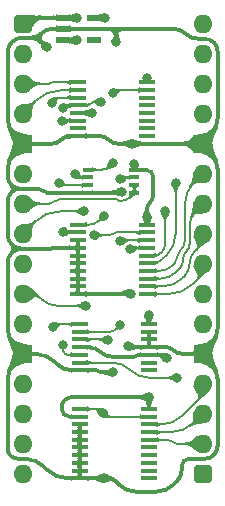
<source format=gtl>
%TF.GenerationSoftware,KiCad,Pcbnew,9.0.4*%
%TF.CreationDate,2025-09-19T17:19:58+02:00*%
%TF.ProjectId,Processor Small Device,50726f63-6573-4736-9f72-20536d616c6c,V0*%
%TF.SameCoordinates,Original*%
%TF.FileFunction,Copper,L1,Top*%
%TF.FilePolarity,Positive*%
%FSLAX46Y46*%
G04 Gerber Fmt 4.6, Leading zero omitted, Abs format (unit mm)*
G04 Created by KiCad (PCBNEW 9.0.4) date 2025-09-19 17:19:58*
%MOMM*%
%LPD*%
G01*
G04 APERTURE LIST*
G04 Aperture macros list*
%AMRoundRect*
0 Rectangle with rounded corners*
0 $1 Rounding radius*
0 $2 $3 $4 $5 $6 $7 $8 $9 X,Y pos of 4 corners*
0 Add a 4 corners polygon primitive as box body*
4,1,4,$2,$3,$4,$5,$6,$7,$8,$9,$2,$3,0*
0 Add four circle primitives for the rounded corners*
1,1,$1+$1,$2,$3*
1,1,$1+$1,$4,$5*
1,1,$1+$1,$6,$7*
1,1,$1+$1,$8,$9*
0 Add four rect primitives between the rounded corners*
20,1,$1+$1,$2,$3,$4,$5,0*
20,1,$1+$1,$4,$5,$6,$7,0*
20,1,$1+$1,$6,$7,$8,$9,0*
20,1,$1+$1,$8,$9,$2,$3,0*%
G04 Aperture macros list end*
%TA.AperFunction,SMDPad,CuDef*%
%ADD10R,0.950000X0.450000*%
%TD*%
%TA.AperFunction,SMDPad,CuDef*%
%ADD11R,1.475000X0.450000*%
%TD*%
%TA.AperFunction,SMDPad,CuDef*%
%ADD12R,1.150000X0.600000*%
%TD*%
%TA.AperFunction,ComponentPad*%
%ADD13RoundRect,0.400000X-0.400000X-0.400000X0.400000X-0.400000X0.400000X0.400000X-0.400000X0.400000X0*%
%TD*%
%TA.AperFunction,ComponentPad*%
%ADD14O,1.600000X1.600000*%
%TD*%
%TA.AperFunction,ComponentPad*%
%ADD15R,1.600000X1.600000*%
%TD*%
%TA.AperFunction,SMDPad,CuDef*%
%ADD16R,1.450000X0.450000*%
%TD*%
%TA.AperFunction,ViaPad*%
%ADD17C,0.800000*%
%TD*%
%TA.AperFunction,Conductor*%
%ADD18C,0.380000*%
%TD*%
%TA.AperFunction,Conductor*%
%ADD19C,0.200000*%
%TD*%
G04 APERTURE END LIST*
D10*
%TO.P,IC3,1,1A*%
%TO.N,/~{Y0}*%
X5518000Y-12360000D03*
%TO.P,IC3,2,1B*%
%TO.N,~{WD}*%
X5518000Y-13010000D03*
%TO.P,IC3,3,2Y*%
%TO.N,/~{A3}*%
X5518000Y-13660000D03*
%TO.P,IC3,4,GND*%
%TO.N,GND*%
X5518000Y-14310000D03*
%TO.P,IC3,5,2A*%
%TO.N,A3*%
X9468000Y-14310000D03*
%TO.P,IC3,6,2B*%
X9468000Y-13660000D03*
%TO.P,IC3,7,1Y*%
%TO.N,/Y0\u2022WD*%
X9468000Y-13010000D03*
%TO.P,IC3,8,3V*%
%TO.N,/3.3V*%
X9468000Y-12360000D03*
%TD*%
D11*
%TO.P,IC2,1,~{1RD}*%
%TO.N,~{Device Reset}*%
X4826000Y-25437000D03*
%TO.P,IC2,2,1D*%
%TO.N,D0*%
X4826000Y-26087000D03*
%TO.P,IC2,3,1CP*%
%TO.N,/Y0\u2022WD*%
X4826000Y-26737000D03*
%TO.P,IC2,4,~{1SD}*%
%TO.N,/3.3V*%
X4826000Y-27387000D03*
%TO.P,IC2,5,1Q*%
%TO.N,/MPU0 IRQ_{out}*%
X4826000Y-28037000D03*
%TO.P,IC2,6,~{1Q}*%
%TO.N,~{MPU0 IRQ_{out}}*%
X4826000Y-28687000D03*
%TO.P,IC2,7,GND*%
%TO.N,GND*%
X4826000Y-29337000D03*
%TO.P,IC2,8,~{2Q}*%
%TO.N,unconnected-(IC2-~{2Q}-Pad8)*%
X10702000Y-29337000D03*
%TO.P,IC2,9,2Q*%
%TO.N,unconnected-(IC2-2Q-Pad9)*%
X10702000Y-28687000D03*
%TO.P,IC2,10,~{2SD}*%
%TO.N,/3.3V*%
X10702000Y-28037000D03*
%TO.P,IC2,11,2CP*%
%TO.N,GND*%
X10702000Y-27387000D03*
%TO.P,IC2,12,2D*%
X10702000Y-26737000D03*
%TO.P,IC2,13,~{2RD}*%
X10702000Y-26087000D03*
%TO.P,IC2,14,3V*%
%TO.N,/3.3V*%
X10702000Y-25437000D03*
%TD*%
%TO.P,IC5,1,~{OE1}*%
%TO.N,~{Device Select}*%
X4826000Y-32631000D03*
%TO.P,IC5,2,A0*%
%TO.N,/3.3V*%
X4826000Y-33281000D03*
%TO.P,IC5,3,A1*%
%TO.N,GND*%
X4826000Y-33931000D03*
%TO.P,IC5,4,A2*%
X4826000Y-34581000D03*
%TO.P,IC5,5,A3*%
X4826000Y-35231000D03*
%TO.P,IC5,6,A4*%
X4826000Y-35881000D03*
%TO.P,IC5,7,A5*%
X4826000Y-36531000D03*
%TO.P,IC5,8,A6*%
X4826000Y-37181000D03*
%TO.P,IC5,9,A7*%
X4826000Y-37831000D03*
%TO.P,IC5,10,GND*%
X4826000Y-38481000D03*
%TO.P,IC5,11,Y7*%
%TO.N,unconnected-(IC5-Y7-Pad11)*%
X10702000Y-38481000D03*
%TO.P,IC5,12,Y6*%
%TO.N,unconnected-(IC5-Y6-Pad12)*%
X10702000Y-37831000D03*
%TO.P,IC5,13,Y5*%
%TO.N,unconnected-(IC5-Y5-Pad13)*%
X10702000Y-37181000D03*
%TO.P,IC5,14,Y4*%
%TO.N,unconnected-(IC5-Y4-Pad14)*%
X10702000Y-36531000D03*
%TO.P,IC5,15,Y3*%
%TO.N,unconnected-(IC5-Y3-Pad15)*%
X10702000Y-35881000D03*
%TO.P,IC5,16,Y2*%
%TO.N,H2*%
X10702000Y-35231000D03*
%TO.P,IC5,17,Y1*%
%TO.N,H1*%
X10702000Y-34581000D03*
%TO.P,IC5,18,Y0*%
%TO.N,H0*%
X10702000Y-33931000D03*
%TO.P,IC5,19,~{OE2}*%
%TO.N,~{Device Select}*%
X10702000Y-33281000D03*
%TO.P,IC5,20,3V*%
%TO.N,/3.3V*%
X10702000Y-32631000D03*
%TD*%
D12*
%TO.P,IC6,1,6VIn*%
%TO.N,5V*%
X3429000Y508000D03*
%TO.P,IC6,2,GND*%
%TO.N,GND*%
X3429000Y-442000D03*
%TO.P,IC6,3,EN*%
%TO.N,5V*%
X3429000Y-1392000D03*
%TO.P,IC6,4,ADJ*%
%TO.N,unconnected-(IC6-ADJ-Pad4)*%
X6029000Y-1392000D03*
%TO.P,IC6,5,3.3VOut*%
%TO.N,/3.3V*%
X6029000Y508000D03*
%TD*%
D13*
%TO.P,J1,1,Pin_1*%
%TO.N,5V*%
X0Y0D03*
D14*
%TO.P,J1,2,Pin_2*%
%TO.N,~{Device Select}*%
X0Y-2540000D03*
%TO.P,J1,3,Pin_3*%
%TO.N,A0*%
X0Y-5080000D03*
%TO.P,J1,4,Pin_4*%
%TO.N,A1*%
X0Y-7620000D03*
D15*
%TO.P,J1,5,Pin_5*%
%TO.N,GND*%
X0Y-10160000D03*
D14*
%TO.P,J1,6,Pin_6*%
%TO.N,A2*%
X0Y-12700000D03*
%TO.P,J1,7,Pin_7*%
%TO.N,A3*%
X0Y-15240000D03*
%TO.P,J1,8,Pin_8*%
%TO.N,A4*%
X0Y-17780000D03*
%TO.P,J1,9,Pin_9*%
%TO.N,unconnected-(J1-Pin_9-Pad9)*%
X0Y-20320000D03*
%TO.P,J1,10,Pin_10*%
%TO.N,~{RD}*%
X0Y-22860000D03*
%TO.P,J1,11,Pin_11*%
%TO.N,~{WD}*%
X0Y-25400000D03*
D15*
%TO.P,J1,12,Pin_12*%
%TO.N,GND*%
X0Y-27940000D03*
D14*
%TO.P,J1,13,Pin_13*%
%TO.N,~{Device Reset}*%
X0Y-30480000D03*
%TO.P,J1,14,Pin_14*%
%TO.N,unconnected-(J1-Pin_14-Pad14)*%
X0Y-33020000D03*
%TO.P,J1,15,Pin_15*%
%TO.N,unconnected-(J1-Pin_15-Pad15)*%
X0Y-35560000D03*
%TO.P,J1,16,Pin_16*%
%TO.N,unconnected-(J1-Pin_16-Pad16)*%
X0Y-38100000D03*
D13*
%TO.P,J1,17,Pin_17*%
%TO.N,5V*%
X15240000Y-38100000D03*
D14*
%TO.P,J1,18,Pin_18*%
%TO.N,H2*%
X15240000Y-35560000D03*
%TO.P,J1,19,Pin_19*%
%TO.N,H1*%
X15240000Y-33020000D03*
%TO.P,J1,20,Pin_20*%
%TO.N,H0*%
X15240000Y-30480000D03*
D15*
%TO.P,J1,21,Pin_21*%
%TO.N,GND*%
X15240000Y-27940000D03*
D14*
%TO.P,J1,22,Pin_22*%
%TO.N,unconnected-(J1-Pin_22-Pad22)*%
X15240000Y-25400000D03*
%TO.P,J1,23,Pin_23*%
%TO.N,~{MPU0 IRQ_{out}}*%
X15240000Y-22860000D03*
%TO.P,J1,24,Pin_24*%
%TO.N,D7*%
X15240000Y-20320000D03*
%TO.P,J1,25,Pin_25*%
%TO.N,D6*%
X15240000Y-17780000D03*
%TO.P,J1,26,Pin_26*%
%TO.N,D5*%
X15240000Y-15240000D03*
%TO.P,J1,27,Pin_27*%
%TO.N,D4*%
X15240000Y-12700000D03*
D15*
%TO.P,J1,28,Pin_28*%
%TO.N,GND*%
X15240000Y-10160000D03*
D14*
%TO.P,J1,29,Pin_29*%
%TO.N,D3*%
X15240000Y-7620000D03*
%TO.P,J1,30,Pin_30*%
%TO.N,D2*%
X15240000Y-5080000D03*
%TO.P,J1,31,Pin_31*%
%TO.N,D1*%
X15240000Y-2540000D03*
%TO.P,J1,32,Pin_32*%
%TO.N,D0*%
X15240000Y0D03*
%TD*%
D11*
%TO.P,IC1,1,~{OE1}*%
%TO.N,/~{Y0}*%
X4682000Y-17027700D03*
%TO.P,IC1,2,A0*%
%TO.N,/MPU0 IRQ_{out}*%
X4682000Y-17677700D03*
%TO.P,IC1,3,A1*%
%TO.N,GND*%
X4682000Y-18327700D03*
%TO.P,IC1,4,A2*%
X4682000Y-18977700D03*
%TO.P,IC1,5,A3*%
X4682000Y-19627700D03*
%TO.P,IC1,6,A4*%
X4682000Y-20277700D03*
%TO.P,IC1,7,A5*%
X4682000Y-20927700D03*
%TO.P,IC1,8,A6*%
X4682000Y-21577700D03*
%TO.P,IC1,9,A7*%
X4682000Y-22227700D03*
%TO.P,IC1,10,GND*%
X4682000Y-22877700D03*
%TO.P,IC1,11,Y7*%
%TO.N,D7*%
X10558000Y-22877700D03*
%TO.P,IC1,12,Y6*%
%TO.N,D6*%
X10558000Y-22227700D03*
%TO.P,IC1,13,Y5*%
%TO.N,D5*%
X10558000Y-21577700D03*
%TO.P,IC1,14,Y4*%
%TO.N,D4*%
X10558000Y-20927700D03*
%TO.P,IC1,15,Y3*%
%TO.N,D3*%
X10558000Y-20277700D03*
%TO.P,IC1,16,Y2*%
%TO.N,D2*%
X10558000Y-19627700D03*
%TO.P,IC1,17,Y1*%
%TO.N,D1*%
X10558000Y-18977700D03*
%TO.P,IC1,18,Y0*%
%TO.N,D0*%
X10558000Y-18327700D03*
%TO.P,IC1,19,~{OE2}*%
%TO.N,~{RD}*%
X10558000Y-17677700D03*
%TO.P,IC1,20,3V*%
%TO.N,/3.3V*%
X10558000Y-17027700D03*
%TD*%
D16*
%TO.P,IC4,1,A0*%
%TO.N,A0*%
X4695000Y-4964000D03*
%TO.P,IC4,2,A1*%
%TO.N,A1*%
X4695000Y-5614000D03*
%TO.P,IC4,3,A2*%
%TO.N,A2*%
X4695000Y-6264000D03*
%TO.P,IC4,4,~{E1}*%
%TO.N,~{Device Select}*%
X4695000Y-6914000D03*
%TO.P,IC4,5,~{E2}*%
%TO.N,A4*%
X4695000Y-7564000D03*
%TO.P,IC4,6,E3*%
%TO.N,/~{A3}*%
X4695000Y-8214000D03*
%TO.P,IC4,7,~{Y7}*%
%TO.N,unconnected-(IC4-~{Y7}-Pad7)*%
X4695000Y-8864000D03*
%TO.P,IC4,8,GND*%
%TO.N,GND*%
X4695000Y-9514000D03*
%TO.P,IC4,9,~{Y6}*%
%TO.N,unconnected-(IC4-~{Y6}-Pad9)*%
X10545000Y-9514000D03*
%TO.P,IC4,10,~{Y5}*%
%TO.N,unconnected-(IC4-~{Y5}-Pad10)*%
X10545000Y-8864000D03*
%TO.P,IC4,11,~{Y4}*%
%TO.N,unconnected-(IC4-~{Y4}-Pad11)*%
X10545000Y-8214000D03*
%TO.P,IC4,12,~{Y3}*%
%TO.N,unconnected-(IC4-~{Y3}-Pad12)*%
X10545000Y-7564000D03*
%TO.P,IC4,13,~{Y2}*%
%TO.N,unconnected-(IC4-~{Y2}-Pad13)*%
X10545000Y-6914000D03*
%TO.P,IC4,14,~{Y1}*%
%TO.N,unconnected-(IC4-~{Y1}-Pad14)*%
X10545000Y-6264000D03*
%TO.P,IC4,15,~{Y0}*%
%TO.N,/~{Y0}*%
X10545000Y-5614000D03*
%TO.P,IC4,16,3V*%
%TO.N,/3.3V*%
X10545000Y-4964000D03*
%TD*%
D17*
%TO.N,/3.3V*%
X6985000Y508000D03*
%TO.N,GND*%
X9271000Y-10160000D03*
%TO.N,/3.3V*%
X10541000Y-16383000D03*
X12192000Y-28321000D03*
X10668000Y-24638000D03*
%TO.N,D0*%
X8267000Y-25527000D03*
%TO.N,/MPU0 IRQ_{out}*%
X3453762Y-27178000D03*
X3453762Y-17597922D03*
%TO.N,GND*%
X8392998Y-14224000D03*
%TO.N,~{WD}*%
X4445000Y-12700000D03*
%TO.N,GND*%
X8890000Y-27317537D03*
X7683500Y-29527500D03*
%TO.N,~{RD}*%
X6019438Y-17911430D03*
X5334000Y-23876000D03*
%TO.N,GND*%
X9144000Y-22860000D03*
%TO.N,/~{Y0}*%
X6892998Y-16256000D03*
%TO.N,/3.3V*%
X9468000Y-11881000D03*
X10541000Y-4572000D03*
%TO.N,/~{Y0}*%
X7620000Y-11811000D03*
X7620000Y-5842000D03*
%TO.N,~{Device Select}*%
X6604000Y-6604000D03*
X6794500Y-32956500D03*
%TO.N,/3.3V*%
X10702000Y-31623000D03*
%TO.N,GND*%
X6858000Y-38481000D03*
%TO.N,~{Device Reset}*%
X2540000Y-25654000D03*
%TO.N,~{MPU0 IRQ_{out}}*%
X13081000Y-29972000D03*
%TO.N,/Y0\u2022WD*%
X8230300Y-13160510D03*
X7239000Y-26797000D03*
%TO.N,GND*%
X7874000Y-1524000D03*
X2032000Y-2000998D03*
%TO.N,5V*%
X4572000Y-1397000D03*
X4572000Y508000D03*
%TO.N,D3*%
X12954000Y-13462000D03*
%TO.N,D0*%
X8267000Y-18427700D03*
%TO.N,D1*%
X9075063Y-19098177D03*
%TO.N,D2*%
X12065000Y-15875000D03*
%TO.N,/~{A3}*%
X3302000Y-8255000D03*
X3046199Y-13470000D03*
%TO.N,~{Device Select}*%
X3416729Y-7106851D03*
%TO.N,A2*%
X2451669Y-6693133D03*
%TO.N,A4*%
X5207000Y-15875000D03*
X5854000Y-7569841D03*
%TD*%
D18*
%TO.N,GND*%
X2449150Y-19013850D02*
G75*
G02*
X2361876Y-19049990I-87250J87250D01*
G01*
X-634999Y-10795000D02*
G75*
G03*
X-634999Y-9525000I-634999J635000D01*
G01*
X898025Y-10160000D02*
G75*
G03*
X-634999Y-10795000I-1J-2168019D01*
G01*
X-634999Y-9525000D02*
G75*
G03*
X898025Y-10160001I1533029J1533030D01*
G01*
X16510000Y-7991974D02*
G75*
G02*
X15875001Y-9525001I-2168040J4D01*
G01*
X-1270000Y-12885987D02*
G75*
G03*
X-952500Y-13652500I1084022J4D01*
G01*
X16192500Y-1587500D02*
G75*
G03*
X15425987Y-1270005I-766500J-766500D01*
G01*
X-635000Y-28575000D02*
G75*
G03*
X-1270002Y-30108025I1533030J-1533030D01*
G01*
X14341974Y-27940000D02*
G75*
G03*
X15875008Y-27305008I26J2168000D01*
G01*
X15875000Y-28575000D02*
G75*
G03*
X14341974Y-27940011I-1533000J-1533000D01*
G01*
X15875000Y-27305000D02*
G75*
G03*
X15875000Y-28575000I635000J-635000D01*
G01*
X-952500Y-14287500D02*
G75*
G03*
X-952500Y-13652500I-317499J317500D01*
G01*
X-185987Y-13970000D02*
G75*
G03*
X-952500Y-14287500I-1J-1084011D01*
G01*
X-952500Y-13652500D02*
G75*
G03*
X-185987Y-13970000I766517J766522D01*
G01*
X-920750Y-19399250D02*
G75*
G03*
X-1270000Y-20242414I843169J-843166D01*
G01*
X16510000Y-35745987D02*
G75*
G02*
X16192504Y-36512504I-1084000J-13D01*
G01*
X2935085Y-28843085D02*
G75*
G03*
X4127500Y-29336999I1192415J1192415D01*
G01*
X-1270000Y-35962789D02*
G75*
G03*
X-1016000Y-36576000I867220J3D01*
G01*
X8924731Y-27352268D02*
G75*
G03*
X9008580Y-27387008I83869J83868D01*
G01*
X-635000Y-28575000D02*
G75*
G03*
X-634998Y-27305000I-635000J635001D01*
G01*
X898025Y-27940000D02*
G75*
G03*
X-635000Y-28575000I-2J-2168019D01*
G01*
X-634999Y-27305000D02*
G75*
G03*
X898025Y-27940001I1533029J1533030D01*
G01*
X16510000Y-25771974D02*
G75*
G02*
X15875001Y-27305001I-2168040J4D01*
G01*
X16192500Y-36512500D02*
G75*
G02*
X15425987Y-36829995I-766500J766500D01*
G01*
X6445250Y-29432250D02*
G75*
G03*
X6675203Y-29527498I229950J229950D01*
G01*
X6445250Y-29432250D02*
G75*
G03*
X6215296Y-29337002I-229950J-229950D01*
G01*
X-1016000Y-36576000D02*
G75*
G03*
X-402789Y-36830000I613214J613220D01*
G01*
X13462000Y-37782500D02*
G75*
G02*
X13057884Y-38758107I-1379700J0D01*
G01*
X2500622Y-442000D02*
G75*
G03*
X1596501Y-816501I-2J-1278610D01*
G01*
X12804500Y-27663500D02*
G75*
G03*
X12136969Y-27387012I-667500J-667500D01*
G01*
X-1270000Y-25771974D02*
G75*
G03*
X-634998Y-27304999I2168030J4D01*
G01*
X-1270000Y-17857585D02*
G75*
G03*
X-920750Y-18700750I1192429J5D01*
G01*
X2075579Y-37762579D02*
G75*
G03*
X3810000Y-38480997I1734421J1734429D01*
G01*
X-1270000Y-7991974D02*
G75*
G03*
X-634998Y-9524999I2168030J4D01*
G01*
X692377Y-1191000D02*
G75*
G03*
X1596498Y-816498I-7J1278630D01*
G01*
X1596500Y-1565500D02*
G75*
G03*
X692377Y-1191001I-904120J-904120D01*
G01*
X1596500Y-816500D02*
G75*
G03*
X1596500Y-1565500I374500J-374500D01*
G01*
X7297000Y-9837000D02*
G75*
G03*
X6517209Y-9513996I-779800J-779800D01*
G01*
X-920750Y-19399250D02*
G75*
G03*
X-920750Y-18700750I-349247J349250D01*
G01*
X-77585Y-19050000D02*
G75*
G03*
X-920750Y-19399250I1J-1192418D01*
G01*
X-920750Y-18700750D02*
G75*
G03*
X-77585Y-19050000I843170J843179D01*
G01*
X8373150Y-22868850D02*
G75*
G02*
X8351784Y-22877693I-21350J21350D01*
G01*
X4023790Y-9514000D02*
G75*
G03*
X3244003Y-9837003I10J-1102800D01*
G01*
X1694000Y-14140000D02*
G75*
G03*
X1283583Y-13970007I-410400J-410400D01*
G01*
X12804500Y-27663500D02*
G75*
G03*
X13472030Y-27939988I667500J667500D01*
G01*
X-51125Y-1191000D02*
G75*
G03*
X-913000Y-1548000I-1J-1218875D01*
G01*
X13810000Y-856000D02*
G75*
G03*
X12810515Y-441994I-999500J-999500D01*
G01*
X7297000Y-9837000D02*
G75*
G03*
X8076790Y-10160004I779800J779800D01*
G01*
X13652500Y-37020500D02*
G75*
G03*
X13462003Y-37480407I459900J-459900D01*
G01*
X1694000Y-14140000D02*
G75*
G03*
X2104416Y-14309993I410400J410400D01*
G01*
X2536423Y-18977700D02*
G75*
G03*
X2449143Y-19013843I-23J-123400D01*
G01*
X8349998Y-14267000D02*
G75*
G02*
X8246186Y-14309994I-103798J103800D01*
G01*
X15875000Y-28575000D02*
G75*
G02*
X16509989Y-30108025I-1533000J-1533000D01*
G01*
X8191500Y-39052500D02*
G75*
G03*
X9571223Y-39623990I1379700J1379700D01*
G01*
X15875000Y-10795000D02*
G75*
G02*
X16509989Y-12328025I-1533000J-1533000D01*
G01*
X7889407Y-38750407D02*
G75*
G03*
X7239000Y-38480995I-650407J-650393D01*
G01*
X2730500Y-28638500D02*
G75*
G03*
X1044171Y-27939999I-1686330J-1686330D01*
G01*
X8394515Y-22860000D02*
G75*
G03*
X8373145Y-22868845I-15J-30200D01*
G01*
X16192500Y-1587500D02*
G75*
G02*
X16509995Y-2354012I-766500J-766500D01*
G01*
X-634999Y-10795000D02*
G75*
G03*
X-1270001Y-12328025I1533029J-1533030D01*
G01*
X1816519Y-37503519D02*
G75*
G03*
X190500Y-36830000I-1626015J-1626010D01*
G01*
X12827000Y-38989000D02*
G75*
G02*
X11293974Y-39623989I-1533000J1533000D01*
G01*
X3244000Y-9837000D02*
G75*
G02*
X2464209Y-10160004I-779800J779800D01*
G01*
X14112407Y-36830000D02*
G75*
G03*
X13652498Y-37020498I-7J-650400D01*
G01*
X-952500Y-14287500D02*
G75*
G03*
X-1270000Y-15054012I766513J-766513D01*
G01*
X7874000Y-983000D02*
G75*
G03*
X7333000Y-442000I-541000J0D01*
G01*
X8415000Y-442000D02*
G75*
G03*
X7874000Y-983000I0J-541000D01*
G01*
X-913000Y-1548000D02*
G75*
G03*
X-1270000Y-2409874I861881J-861877D01*
G01*
X13810000Y-856000D02*
G75*
G03*
X14809484Y-1270006I999500J999500D01*
G01*
X5259000Y-9514000D02*
X4131000Y-9514000D01*
X7333000Y-442000D02*
X8415000Y-442000D01*
%TO.N,/3.3V*%
X10879000Y-12530000D02*
G75*
G03*
X10468583Y-12360007I-410400J-410400D01*
G01*
X10685000Y-24655000D02*
G75*
G02*
X10701983Y-24696041I-41000J-41000D01*
G01*
X10795000Y-15113000D02*
G75*
G03*
X10541004Y-15726210I613200J-613200D01*
G01*
X3505250Y-33077750D02*
G75*
G03*
X3995938Y-33280984I490650J490650D01*
G01*
X6581500Y-27790500D02*
G75*
G03*
X7555635Y-28194002I974140J974140D01*
G01*
X4169210Y-31623000D02*
G75*
G03*
X3555997Y-31876997I-10J-867200D01*
G01*
X6581500Y-27790500D02*
G75*
G03*
X5607364Y-27386998I-974140J-974140D01*
G01*
X9841515Y-28037000D02*
G75*
G03*
X9651995Y-28115495I-15J-268000D01*
G01*
X12050000Y-28179000D02*
G75*
G03*
X11707181Y-28037008I-342800J-342800D01*
G01*
X10549500Y-16391500D02*
G75*
G02*
X10557991Y-16412020I-20500J-20500D01*
G01*
X11049000Y-14499789D02*
G75*
G02*
X10795003Y-15113003I-867200J-11D01*
G01*
X10879000Y-12530000D02*
G75*
G02*
X11048993Y-12940416I-410400J-410400D01*
G01*
X3556000Y-31877000D02*
G75*
G03*
X3302004Y-32490210I613200J-613200D01*
G01*
X3302000Y-32587061D02*
G75*
G03*
X3505252Y-33077748I693930J1D01*
G01*
X9652000Y-28115500D02*
G75*
G02*
X9462484Y-28193993I-189500J189500D01*
G01*
D19*
%TO.N,H2*%
X12662500Y-35395500D02*
G75*
G03*
X12265361Y-35231016I-397100J-397100D01*
G01*
X12662500Y-35395500D02*
G75*
G03*
X13059638Y-35559984I397100J397100D01*
G01*
%TO.N,H1*%
X14459500Y-33800500D02*
G75*
G02*
X12575206Y-34581003I-1884300J1884300D01*
G01*
%TO.N,H0*%
X13503787Y-33199161D02*
G75*
G02*
X11736975Y-33930966I-1766787J1766861D01*
G01*
X15240000Y-30971475D02*
G75*
G02*
X14892482Y-31810483I-1186500J-25D01*
G01*
%TO.N,~{Device Reset}*%
X2910442Y-25437000D02*
G75*
G03*
X2648488Y-25545488I-42J-370400D01*
G01*
%TO.N,/Y0\u2022WD*%
X7209000Y-26767000D02*
G75*
G03*
X7136573Y-26737011I-72400J-72400D01*
G01*
X8487236Y-13010000D02*
G75*
G03*
X8305544Y-13085244I-36J-256900D01*
G01*
%TO.N,A3*%
X8013337Y-14905000D02*
G75*
G03*
X7846756Y-14836037I-166537J-166600D01*
G01*
X2719000Y-15038000D02*
G75*
G02*
X2231328Y-15240004I-487680J487680D01*
G01*
X9059146Y-14718853D02*
G75*
G02*
X8443168Y-14973984I-615946J615953D01*
G01*
X8013337Y-14905000D02*
G75*
G03*
X8179917Y-14973982I166563J166600D01*
G01*
X3206671Y-14836000D02*
G75*
G03*
X2719008Y-15038008I29J-689700D01*
G01*
%TO.N,~{WD}*%
X4600000Y-12855000D02*
G75*
G03*
X4974203Y-13009999I374200J374200D01*
G01*
%TO.N,~{MPU0 IRQ_{out}}*%
X9130000Y-29329500D02*
G75*
G03*
X10681132Y-29971996I1551130J1551140D01*
G01*
X9130000Y-29329500D02*
G75*
G03*
X7578867Y-28687001I-1551130J-1551130D01*
G01*
%TO.N,/MPU0 IRQ_{out}*%
X3553381Y-27937381D02*
G75*
G03*
X3793882Y-28037018I240519J240481D01*
G01*
X3453762Y-27696879D02*
G75*
G03*
X3553367Y-27937395I340138J-21D01*
G01*
%TO.N,A1*%
X3350500Y-5614000D02*
G75*
G03*
X1055297Y-6564708I0J-3245900D01*
G01*
%TO.N,A4*%
X3252038Y-15875000D02*
G75*
G03*
X952498Y-16827498I-8J-3252030D01*
G01*
X5851079Y-7566920D02*
G75*
G03*
X5844028Y-7563988I-7079J-7080D01*
G01*
%TO.N,A0*%
X2484024Y-4964000D02*
G75*
G03*
X2343993Y-5021993I-24J-198000D01*
G01*
X2344000Y-5022000D02*
G75*
G02*
X2203975Y-5079990I-140000J140000D01*
G01*
%TO.N,/~{Y0}*%
X6507148Y-16641850D02*
G75*
G02*
X5575623Y-17027709I-931548J931550D01*
G01*
X7345500Y-12085500D02*
G75*
G02*
X6682798Y-12359999I-662700J662700D01*
G01*
X8009220Y-5614000D02*
G75*
G03*
X7733994Y-5727994I-20J-389200D01*
G01*
%TO.N,A2*%
X3184244Y-6264000D02*
G75*
G03*
X2666236Y-6478567I-4J-732560D01*
G01*
%TO.N,~{Device Select}*%
X3745946Y-6914000D02*
G75*
G03*
X3513135Y-7010406I-46J-329200D01*
G01*
X5752000Y-6759000D02*
G75*
G02*
X5377796Y-6913999I-374200J374200D01*
G01*
X6956750Y-33118750D02*
G75*
G03*
X7348456Y-33281018I391750J391750D01*
G01*
X6631750Y-32793750D02*
G75*
G03*
X6238836Y-32630985I-392950J-392950D01*
G01*
X6126203Y-6604000D02*
G75*
G03*
X5751999Y-6758999I-3J-529200D01*
G01*
%TO.N,/~{A3}*%
X3141199Y-13565000D02*
G75*
G03*
X3370549Y-13659980I229301J229300D01*
G01*
X3371991Y-8214000D02*
G75*
G03*
X3322503Y-8234503I9J-70000D01*
G01*
%TO.N,D6*%
X14571404Y-19257570D02*
G75*
G03*
X14138984Y-20301487I1043896J-1043930D01*
G01*
X14139000Y-20301487D02*
G75*
G02*
X13706597Y-21345406I-1476300J-13D01*
G01*
X15240000Y-18184487D02*
G75*
G02*
X14953987Y-18874993I-976500J-13D01*
G01*
X13481650Y-21570350D02*
G75*
G02*
X11894666Y-22227686I-1586950J1586950D01*
G01*
%TO.N,D5*%
X13864000Y-19283000D02*
G75*
G03*
X13589004Y-19946908I663900J-663900D01*
G01*
X13589000Y-20002500D02*
G75*
G02*
X13274688Y-20761305I-1073100J0D01*
G01*
X14689500Y-15790500D02*
G75*
G03*
X14139010Y-17119524I1329000J-1329000D01*
G01*
X13023650Y-21012350D02*
G75*
G02*
X11658774Y-21577689I-1364850J1364850D01*
G01*
X14139000Y-18619091D02*
G75*
G02*
X13864003Y-19283003I-938900J-9D01*
G01*
%TO.N,D7*%
X14405649Y-22043349D02*
G75*
G02*
X12391350Y-22877699I-2014299J2014299D01*
G01*
X15240000Y-20764500D02*
G75*
G02*
X14925688Y-21523305I-1073100J0D01*
G01*
%TO.N,~{RD}*%
X7630135Y-17794565D02*
G75*
G02*
X7347997Y-17911420I-282135J282165D01*
G01*
X1651000Y-23368000D02*
G75*
G03*
X2877420Y-23876000I1226420J1226420D01*
G01*
X1547111Y-23264111D02*
G75*
G03*
X571500Y-22859999I-975611J-975609D01*
G01*
X7912272Y-17677700D02*
G75*
G03*
X7630149Y-17794579I28J-399000D01*
G01*
%TO.N,D2*%
X11780250Y-19342950D02*
G75*
G02*
X11092802Y-19627701I-687450J687450D01*
G01*
X12065000Y-18655502D02*
G75*
G02*
X11780249Y-19342949I-972200J2D01*
G01*
%TO.N,D1*%
X9280730Y-18977700D02*
G75*
G03*
X9135280Y-19037917I-30J-205700D01*
G01*
%TO.N,D4*%
X13317853Y-19213246D02*
G75*
G03*
X13100147Y-19738950I525747J-525654D01*
G01*
X13739000Y-18340329D02*
G75*
G02*
X13419541Y-19111541I-1090700J29D01*
G01*
X12659699Y-20487299D02*
G75*
G02*
X11596480Y-20927690I-1063199J1063199D01*
G01*
X14489500Y-13450500D02*
G75*
G03*
X13738986Y-15262367I1811900J-1811900D01*
G01*
X13100100Y-19738950D02*
G75*
G02*
X12882347Y-20264654I-743460J0D01*
G01*
%TO.N,D0*%
X8437710Y-18327700D02*
G75*
G03*
X8316997Y-18377697I-10J-170700D01*
G01*
X7987000Y-25807000D02*
G75*
G02*
X7311020Y-26087008I-676000J676000D01*
G01*
%TO.N,D3*%
X11826956Y-19946243D02*
G75*
G02*
X11026750Y-20277724I-800256J800243D01*
G01*
X12954000Y-17787884D02*
G75*
G02*
X12224749Y-19548449I-2489820J4D01*
G01*
%TO.N,D5*%
X14689500Y-15790500D02*
X15240000Y-15240000D01*
X14139000Y-17119524D02*
X14139000Y-18619091D01*
X13589000Y-19946908D02*
X13589000Y-20002500D01*
X13274691Y-20761308D02*
X13023650Y-21012350D01*
X11658774Y-21577700D02*
X10558000Y-21577700D01*
%TO.N,D6*%
X14571404Y-19257570D02*
X14953984Y-18874990D01*
X13706595Y-21345404D02*
X13481650Y-21570350D01*
X11894666Y-22227700D02*
X10558000Y-22227700D01*
D18*
%TO.N,GND*%
X692377Y-1191000D02*
X-51125Y-1191000D01*
X-1270000Y-7991974D02*
X-1270000Y-2409874D01*
D19*
%TO.N,D2*%
X12065000Y-15875000D02*
X12065000Y-18655502D01*
%TO.N,D3*%
X12954000Y-13462000D02*
X12954000Y-17787884D01*
X11826956Y-19946243D02*
X12224750Y-19548450D01*
D18*
%TO.N,/3.3V*%
X11049000Y-14499789D02*
X11049000Y-12940416D01*
X10541000Y-15726210D02*
X10541000Y-16383000D01*
X10468583Y-12360000D02*
X9468000Y-12360000D01*
X6985000Y508000D02*
X6029000Y508000D01*
%TO.N,GND*%
X9271000Y-10160000D02*
X8076790Y-10160000D01*
%TO.N,/3.3V*%
X10541000Y-16383000D02*
X10549500Y-16391500D01*
X10558000Y-16412020D02*
X10558000Y-17027700D01*
X10702000Y-28037000D02*
X11707181Y-28037000D01*
X12050000Y-28179000D02*
X12192000Y-28321000D01*
D19*
%TO.N,~{MPU0 IRQ_{out}}*%
X10681132Y-29972000D02*
X13081000Y-29972000D01*
X7578867Y-28687000D02*
X4826000Y-28687000D01*
D18*
%TO.N,GND*%
X9008580Y-27387000D02*
X10702000Y-27387000D01*
X8890000Y-27317537D02*
X8924731Y-27352268D01*
%TO.N,/3.3V*%
X10702000Y-28037000D02*
X9841515Y-28037000D01*
X7555635Y-28194000D02*
X9462484Y-28194000D01*
X5607364Y-27387000D02*
X4826000Y-27387000D01*
X10685000Y-24655000D02*
X10668000Y-24638000D01*
X10702000Y-24696041D02*
X10702000Y-25437000D01*
D19*
%TO.N,D0*%
X8267000Y-25527000D02*
X7987000Y-25807000D01*
X7311020Y-26087000D02*
X4826000Y-26087000D01*
D18*
%TO.N,GND*%
X-185987Y-13970000D02*
X1283583Y-13970000D01*
X2104416Y-14310000D02*
X5518000Y-14310000D01*
X-1270000Y-12885987D02*
X-1270000Y-12328025D01*
D19*
%TO.N,/~{A3}*%
X3046199Y-13470000D02*
X3141199Y-13565000D01*
X3370549Y-13660000D02*
X5518000Y-13660000D01*
D18*
%TO.N,GND*%
X4682000Y-18977700D02*
X2536423Y-18977700D01*
X2361876Y-19050000D02*
X-77585Y-19050000D01*
D19*
%TO.N,/MPU0 IRQ_{out}*%
X3453762Y-27178000D02*
X3453762Y-27696879D01*
X3793882Y-28037000D02*
X4826000Y-28037000D01*
X3453762Y-17597922D02*
X4602222Y-17597922D01*
D18*
%TO.N,GND*%
X-1270000Y-17857585D02*
X-1270000Y-15054012D01*
D19*
%TO.N,A4*%
X3252038Y-15875000D02*
X5207000Y-15875000D01*
X952500Y-16827500D02*
X0Y-17780000D01*
%TO.N,A3*%
X9059146Y-14718853D02*
X9468000Y-14310000D01*
X7846756Y-14836000D02*
X3206671Y-14836000D01*
X2231328Y-15240000D02*
X0Y-15240000D01*
X8443168Y-14974000D02*
X8179917Y-14974000D01*
%TO.N,/~{Y0}*%
X5575623Y-17027700D02*
X4682000Y-17027700D01*
X6507148Y-16641850D02*
X6892998Y-16256000D01*
D18*
%TO.N,GND*%
X8349998Y-14267000D02*
X8392998Y-14224000D01*
X8246186Y-14310000D02*
X5518000Y-14310000D01*
D19*
%TO.N,~{WD}*%
X4974203Y-13010000D02*
X5518000Y-13010000D01*
X4600000Y-12855000D02*
X4445000Y-12700000D01*
D18*
%TO.N,/3.3V*%
X3302000Y-32490210D02*
X3302000Y-32587061D01*
X4169210Y-31623000D02*
X10702000Y-31623000D01*
X3995938Y-33281000D02*
X4826000Y-33281000D01*
X10702000Y-31623000D02*
X10702000Y-32631000D01*
%TO.N,GND*%
X6675203Y-29527500D02*
X7683500Y-29527500D01*
X4826000Y-29337000D02*
X6215296Y-29337000D01*
X14341974Y-27940000D02*
X13472030Y-27940000D01*
X12136969Y-27387000D02*
X10702000Y-27387000D01*
X10702000Y-27387000D02*
X10702000Y-26737000D01*
X10702000Y-26737000D02*
X10702000Y-26087000D01*
D19*
%TO.N,~{RD}*%
X7347997Y-17911430D02*
X6019438Y-17911430D01*
X7912272Y-17677700D02*
X10558000Y-17677700D01*
%TO.N,D1*%
X9075063Y-19098177D02*
X9135301Y-19037938D01*
X9280730Y-18977700D02*
X10558000Y-18977700D01*
%TO.N,D0*%
X8267000Y-18427700D02*
X8317000Y-18377700D01*
X8437710Y-18327700D02*
X10558000Y-18327700D01*
%TO.N,~{RD}*%
X2877420Y-23876000D02*
X5334000Y-23876000D01*
X1651000Y-23368000D02*
X1547111Y-23264111D01*
D18*
%TO.N,GND*%
X4682000Y-20277700D02*
X4682000Y-20927700D01*
X4682000Y-20277700D02*
X4682000Y-19627700D01*
X4682000Y-19627700D02*
X4682000Y-18977700D01*
X4682000Y-22877700D02*
X8351784Y-22877700D01*
X9144000Y-22860000D02*
X8394515Y-22860000D01*
X4682000Y-21577700D02*
X4682000Y-20927700D01*
X4682000Y-22227700D02*
X4682000Y-21577700D01*
X4682000Y-22877700D02*
X4682000Y-22227700D01*
X4682000Y-18977700D02*
X4682000Y-18327700D01*
D19*
%TO.N,/Y0\u2022WD*%
X8305555Y-13085255D02*
X8230300Y-13160510D01*
X8487236Y-13010000D02*
X9468000Y-13010000D01*
D18*
%TO.N,/3.3V*%
X9468000Y-11881000D02*
X9468000Y-12360000D01*
X10541000Y-4572000D02*
X10541000Y-4960000D01*
D19*
%TO.N,/~{Y0}*%
X6682798Y-12360000D02*
X5518000Y-12360000D01*
X7345500Y-12085500D02*
X7620000Y-11811000D01*
X7620000Y-5842000D02*
X7734000Y-5728000D01*
X8009220Y-5614000D02*
X10545000Y-5614000D01*
%TO.N,A4*%
X5851079Y-7566920D02*
X5854000Y-7569841D01*
X5844028Y-7564000D02*
X4695000Y-7564000D01*
%TO.N,~{Device Select}*%
X6604000Y-6604000D02*
X6126203Y-6604000D01*
X5377796Y-6914000D02*
X4695000Y-6914000D01*
X6794500Y-32956500D02*
X6956750Y-33118750D01*
X7348456Y-33281000D02*
X10702000Y-33281000D01*
X6794500Y-32956500D02*
X6631750Y-32793750D01*
X6238836Y-32631000D02*
X4826000Y-32631000D01*
%TO.N,H0*%
X13503787Y-33199161D02*
X14892474Y-31810475D01*
X11736975Y-33931000D02*
X10702000Y-33931000D01*
%TO.N,H1*%
X14459500Y-33800500D02*
X15240000Y-33020000D01*
X12575206Y-34581000D02*
X10702000Y-34581000D01*
%TO.N,H2*%
X13059638Y-35560000D02*
X15240000Y-35560000D01*
X12265361Y-35231000D02*
X10702000Y-35231000D01*
D18*
%TO.N,GND*%
X4826000Y-34581000D02*
X4826000Y-33931000D01*
X4826000Y-35231000D02*
X4826000Y-34581000D01*
X4826000Y-35881000D02*
X4826000Y-35231000D01*
X4826000Y-35881000D02*
X4826000Y-36531000D01*
X6858000Y-38481000D02*
X4826000Y-38481000D01*
X4826000Y-37181000D02*
X4826000Y-36531000D01*
X4826000Y-37831000D02*
X4826000Y-37181000D01*
X4826000Y-38481000D02*
X4826000Y-37831000D01*
X898025Y-27940000D02*
X1044171Y-27940000D01*
X2935085Y-28843085D02*
X2730500Y-28638500D01*
X4127500Y-29337000D02*
X4826000Y-29337000D01*
D19*
%TO.N,~{Device Reset}*%
X2648500Y-25545500D02*
X2540000Y-25654000D01*
X2910442Y-25437000D02*
X4826000Y-25437000D01*
%TO.N,/Y0\u2022WD*%
X7136573Y-26737000D02*
X4826000Y-26737000D01*
X7239000Y-26797000D02*
X7209000Y-26767000D01*
%TO.N,A3*%
X9468000Y-14310000D02*
X9468000Y-13660000D01*
D18*
%TO.N,GND*%
X6517209Y-9514000D02*
X5259000Y-9514000D01*
X-1270000Y-20242414D02*
X-1270000Y-25771974D01*
X898025Y-10160000D02*
X2464209Y-10160000D01*
X12810515Y-442000D02*
X8415000Y-442000D01*
X2031998Y-2000998D02*
X2032000Y-2000998D01*
X13462000Y-37782500D02*
X13462000Y-37480407D01*
X-1270000Y-30108025D02*
X-1270000Y-35962789D01*
X9271000Y-10160000D02*
X15240000Y-10160000D01*
X2075579Y-37762579D02*
X1816519Y-37503519D01*
X16510000Y-35745987D02*
X16510000Y-30108025D01*
X4131000Y-9514000D02*
X4023790Y-9514000D01*
X-402789Y-36830000D02*
X190500Y-36830000D01*
X16510000Y-25771974D02*
X16510000Y-12328025D01*
X8191500Y-39052500D02*
X7889407Y-38750407D01*
X3810000Y-38481000D02*
X4826000Y-38481000D01*
X6858000Y-38481000D02*
X7239000Y-38481000D01*
X9571223Y-39624000D02*
X11293974Y-39624000D01*
X3429000Y-442000D02*
X7333000Y-442000D01*
X16510000Y-7991974D02*
X16510000Y-2354012D01*
X15875000Y-9525000D02*
X15240000Y-10160000D01*
X3429000Y-442000D02*
X2500622Y-442000D01*
X15425987Y-1270000D02*
X14809484Y-1270000D01*
X15425987Y-36830000D02*
X14112407Y-36830000D01*
X13057888Y-38758111D02*
X12827000Y-38989000D01*
X15875000Y-10795000D02*
X15240000Y-10160000D01*
X7874000Y-1524000D02*
X7874000Y-983000D01*
X2031998Y-2000998D02*
X1596500Y-1565500D01*
%TO.N,5V*%
X4572000Y508000D02*
X3429000Y508000D01*
X3429000Y508000D02*
X508000Y508000D01*
X4572000Y-1397000D02*
X3434000Y-1397000D01*
D19*
%TO.N,D4*%
X13317853Y-19213246D02*
X13419550Y-19111550D01*
X14489500Y-13450500D02*
X15240000Y-12700000D01*
X12659699Y-20487299D02*
X12882346Y-20264653D01*
X13739000Y-18340329D02*
X13739000Y-15262367D01*
X11596480Y-20927700D02*
X10558000Y-20927700D01*
%TO.N,D7*%
X12391350Y-22877700D02*
X10558000Y-22877700D01*
X14405649Y-22043349D02*
X14925691Y-21523308D01*
%TO.N,/~{A3}*%
X3302000Y-8255000D02*
X3322500Y-8234500D01*
X3371991Y-8214000D02*
X4695000Y-8214000D01*
%TO.N,~{Device Select}*%
X3745946Y-6914000D02*
X4695000Y-6914000D01*
X3513154Y-7010425D02*
X3416729Y-7106851D01*
%TO.N,A2*%
X2451669Y-6693133D02*
X2666235Y-6478566D01*
X3184244Y-6264000D02*
X4695000Y-6264000D01*
%TO.N,A0*%
X2203975Y-5080000D02*
X0Y-5080000D01*
X2484024Y-4964000D02*
X4695000Y-4964000D01*
%TO.N,A1*%
X1055294Y-6564705D02*
X0Y-7620000D01*
X3350500Y-5614000D02*
X4695000Y-5614000D01*
%TD*%
%TA.AperFunction,Conductor*%
%TO.N,GND*%
G36*
X16230000Y-8611809D02*
G01*
X16574809Y-8704200D01*
X16581913Y-8709651D01*
X16583082Y-8718529D01*
X16582073Y-8721066D01*
X16572111Y-8739488D01*
X16572095Y-8739519D01*
X16380054Y-9138503D01*
X16380053Y-9138507D01*
X16220237Y-9546120D01*
X16112340Y-9905103D01*
X16054901Y-10200627D01*
X16040973Y-10419380D01*
X16037028Y-10427419D01*
X16028554Y-10430313D01*
X16025511Y-10429707D01*
X15244339Y-10162537D01*
X15237620Y-10156618D01*
X15237611Y-10156600D01*
X14856527Y-9375994D01*
X14855977Y-9367056D01*
X14861908Y-9360347D01*
X14866496Y-9359174D01*
X14969857Y-9354374D01*
X15097166Y-9336917D01*
X15191012Y-9315860D01*
X15222948Y-9308696D01*
X15222953Y-9308694D01*
X15222964Y-9308692D01*
X15355983Y-9267369D01*
X15484882Y-9216112D01*
X15614597Y-9153014D01*
X15736986Y-9082025D01*
X15850993Y-9004456D01*
X15954759Y-8922130D01*
X16118395Y-8758515D01*
X16217377Y-8616421D01*
X16224915Y-8611594D01*
X16230000Y-8611809D01*
G37*
%TD.AperFunction*%
%TD*%
%TA.AperFunction,Conductor*%
%TO.N,GND*%
G36*
X-785514Y-27670289D02*
G01*
X-4337Y-27937463D01*
X2379Y-27943380D01*
X125166Y-28194895D01*
X383471Y-28724005D01*
X384021Y-28732943D01*
X378090Y-28739652D01*
X373500Y-28740825D01*
X270153Y-28745624D01*
X270146Y-28745624D01*
X270144Y-28745625D01*
X142835Y-28763082D01*
X142826Y-28763084D01*
X17052Y-28791303D01*
X17032Y-28791309D01*
X-115977Y-28832629D01*
X-115994Y-28832635D01*
X-244878Y-28883885D01*
X-374590Y-28946981D01*
X-374599Y-28946986D01*
X-496995Y-29017980D01*
X-610984Y-29095536D01*
X-610988Y-29095539D01*
X-610993Y-29095543D01*
X-714759Y-29177869D01*
X-878396Y-29341483D01*
X-977377Y-29483575D01*
X-984916Y-29488404D01*
X-990004Y-29488188D01*
X-1334810Y-29395798D01*
X-1341914Y-29390347D01*
X-1343083Y-29381469D01*
X-1342074Y-29378932D01*
X-1332110Y-29360506D01*
X-1332094Y-29360475D01*
X-1140053Y-28961493D01*
X-1140052Y-28961489D01*
X-980237Y-28553878D01*
X-872340Y-28194895D01*
X-814901Y-27899371D01*
X-800973Y-27680617D01*
X-797028Y-27672578D01*
X-788554Y-27669684D01*
X-785514Y-27670289D01*
G37*
%TD.AperFunction*%
%TD*%
%TA.AperFunction,Conductor*%
%TO.N,GND*%
G36*
X4101329Y-29115911D02*
G01*
X4788768Y-29325503D01*
X4795682Y-29331193D01*
X4796547Y-29340106D01*
X4790857Y-29347020D01*
X4788519Y-29347958D01*
X4100879Y-29541065D01*
X4091988Y-29540003D01*
X4086452Y-29532964D01*
X4086204Y-29531890D01*
X4084119Y-29520401D01*
X4084118Y-29520398D01*
X4071899Y-29503552D01*
X4029464Y-29487415D01*
X4029463Y-29487415D01*
X3911291Y-29495147D01*
X3850329Y-29500484D01*
X3841789Y-29497792D01*
X3837654Y-29489849D01*
X3837752Y-29487004D01*
X3892744Y-29139797D01*
X3897422Y-29132164D01*
X3906129Y-29130073D01*
X3907747Y-29130448D01*
X3946931Y-29142543D01*
X4031384Y-29166707D01*
X4031386Y-29166706D01*
X4031387Y-29166707D01*
X4051132Y-29162717D01*
X4070881Y-29158728D01*
X4083798Y-29141338D01*
X4086376Y-29125250D01*
X4091068Y-29117627D01*
X4099780Y-29115552D01*
X4101329Y-29115911D01*
G37*
%TD.AperFunction*%
%TD*%
%TA.AperFunction,Conductor*%
%TO.N,GND*%
G36*
X16230000Y-26391809D02*
G01*
X16574809Y-26484200D01*
X16581913Y-26489651D01*
X16583082Y-26498529D01*
X16582073Y-26501066D01*
X16572111Y-26519488D01*
X16572095Y-26519519D01*
X16380054Y-26918503D01*
X16380053Y-26918507D01*
X16220237Y-27326120D01*
X16112340Y-27685103D01*
X16054901Y-27980627D01*
X16040973Y-28199380D01*
X16037028Y-28207419D01*
X16028554Y-28210313D01*
X16025511Y-28209707D01*
X15244339Y-27942537D01*
X15237620Y-27936618D01*
X15237611Y-27936600D01*
X14856527Y-27155994D01*
X14855977Y-27147056D01*
X14861908Y-27140347D01*
X14866496Y-27139174D01*
X14969857Y-27134374D01*
X15097166Y-27116917D01*
X15191012Y-27095860D01*
X15222948Y-27088696D01*
X15222953Y-27088694D01*
X15222964Y-27088692D01*
X15355983Y-27047369D01*
X15484882Y-26996112D01*
X15614597Y-26933014D01*
X15736986Y-26862025D01*
X15850993Y-26784456D01*
X15954759Y-26702130D01*
X16118395Y-26538515D01*
X16217377Y-26396421D01*
X16224915Y-26391594D01*
X16230000Y-26391809D01*
G37*
%TD.AperFunction*%
%TD*%
%TA.AperFunction,Conductor*%
%TO.N,GND*%
G36*
X-981410Y-26393057D02*
G01*
X-977443Y-26396824D01*
X-941922Y-26451631D01*
X-920181Y-26485179D01*
X-917724Y-26488969D01*
X-845962Y-26575526D01*
X-760619Y-26661289D01*
X-662058Y-26745521D01*
X-552518Y-26825742D01*
X-316077Y-26962955D01*
X-71911Y-27062356D01*
X162726Y-27120113D01*
X166280Y-27120988D01*
X289017Y-27131358D01*
X374257Y-27138561D01*
X382211Y-27142672D01*
X384929Y-27151204D01*
X383785Y-27155352D01*
X2389Y-27936600D01*
X-4319Y-27942530D01*
X-4330Y-27942534D01*
X-4339Y-27942537D01*
X-784800Y-28209465D01*
X-793737Y-28208900D01*
X-799656Y-28202181D01*
X-800284Y-28198603D01*
X-801599Y-28124524D01*
X-801599Y-28124507D01*
X-816202Y-27970901D01*
X-816206Y-27970872D01*
X-843968Y-27809690D01*
X-893194Y-27605346D01*
X-955707Y-27398630D01*
X-1045214Y-27149131D01*
X-1045219Y-27149117D01*
X-1142651Y-26912545D01*
X-1249317Y-26681671D01*
X-1342469Y-26500939D01*
X-1343213Y-26492015D01*
X-1337429Y-26485179D01*
X-1335101Y-26484279D01*
X-990288Y-26391888D01*
X-981410Y-26393057D01*
G37*
%TD.AperFunction*%
%TD*%
%TA.AperFunction,Conductor*%
%TO.N,GND*%
G36*
X-981410Y-8613057D02*
G01*
X-977443Y-8616824D01*
X-941922Y-8671631D01*
X-920181Y-8705179D01*
X-917724Y-8708969D01*
X-845962Y-8795526D01*
X-760619Y-8881289D01*
X-662058Y-8965521D01*
X-552518Y-9045742D01*
X-316077Y-9182955D01*
X-71911Y-9282356D01*
X162726Y-9340113D01*
X166280Y-9340988D01*
X289017Y-9351358D01*
X374257Y-9358561D01*
X382211Y-9362672D01*
X384929Y-9371204D01*
X383785Y-9375352D01*
X2389Y-10156600D01*
X-4319Y-10162530D01*
X-4330Y-10162534D01*
X-4339Y-10162537D01*
X-784800Y-10429465D01*
X-793737Y-10428900D01*
X-799656Y-10422181D01*
X-800284Y-10418603D01*
X-801599Y-10344524D01*
X-801599Y-10344507D01*
X-816202Y-10190901D01*
X-816206Y-10190872D01*
X-843968Y-10029690D01*
X-893194Y-9825346D01*
X-955707Y-9618630D01*
X-1045214Y-9369131D01*
X-1045219Y-9369117D01*
X-1142651Y-9132545D01*
X-1249317Y-8901671D01*
X-1342469Y-8720939D01*
X-1343213Y-8712015D01*
X-1337429Y-8705179D01*
X-1335101Y-8704279D01*
X-990288Y-8611888D01*
X-981410Y-8613057D01*
G37*
%TD.AperFunction*%
%TD*%
%TA.AperFunction,Conductor*%
%TO.N,GND*%
G36*
X3982082Y-9319236D02*
G01*
X4657226Y-9503242D01*
X4664305Y-9508723D01*
X4665436Y-9517607D01*
X4659955Y-9524687D01*
X4657614Y-9525705D01*
X3981229Y-9735516D01*
X3972312Y-9734694D01*
X3966588Y-9727807D01*
X3966571Y-9727753D01*
X3957130Y-9696781D01*
X3940793Y-9691824D01*
X3924458Y-9686868D01*
X3924457Y-9686868D01*
X3913875Y-9689438D01*
X3880885Y-9697450D01*
X3835490Y-9716650D01*
X3835104Y-9716805D01*
X3798297Y-9730849D01*
X3789346Y-9730597D01*
X3783195Y-9724089D01*
X3782651Y-9722201D01*
X3777728Y-9697450D01*
X3714138Y-9377776D01*
X3715885Y-9368995D01*
X3723330Y-9364020D01*
X3726167Y-9363808D01*
X3793523Y-9367041D01*
X3903704Y-9372129D01*
X3952058Y-9356120D01*
X3965257Y-9339652D01*
X3967541Y-9328230D01*
X3972524Y-9320792D01*
X3981309Y-9319054D01*
X3982082Y-9319236D01*
G37*
%TD.AperFunction*%
%TD*%
%TA.AperFunction,Conductor*%
%TO.N,GND*%
G36*
X16033737Y-27671079D02*
G01*
X16039657Y-27677798D01*
X16040285Y-27681376D01*
X16041596Y-27755194D01*
X16056196Y-27908822D01*
X16056196Y-27908825D01*
X16083948Y-28069980D01*
X16083951Y-28069995D01*
X16133168Y-28274320D01*
X16195678Y-28481033D01*
X16285199Y-28730583D01*
X16285204Y-28730594D01*
X16382653Y-28967216D01*
X16489380Y-29198234D01*
X16582582Y-29379074D01*
X16583326Y-29387998D01*
X16577542Y-29394834D01*
X16575210Y-29395735D01*
X16230400Y-29488122D01*
X16221522Y-29486953D01*
X16217554Y-29483184D01*
X16157816Y-29391009D01*
X16137734Y-29366788D01*
X16086051Y-29304453D01*
X16086045Y-29304447D01*
X16086041Y-29304442D01*
X16000720Y-29218704D01*
X16000715Y-29218699D01*
X16000714Y-29218698D01*
X16000710Y-29218694D01*
X15902148Y-29134467D01*
X15792608Y-29054249D01*
X15792605Y-29054247D01*
X15792602Y-29054245D01*
X15556159Y-28917041D01*
X15311982Y-28817644D01*
X15311980Y-28817643D01*
X15073768Y-28759012D01*
X14865764Y-28741438D01*
X14857809Y-28737327D01*
X14855091Y-28728795D01*
X14856234Y-28724650D01*
X15237612Y-27943397D01*
X15244317Y-27937469D01*
X16024802Y-27670514D01*
X16033737Y-27671079D01*
G37*
%TD.AperFunction*%
%TD*%
%TA.AperFunction,Conductor*%
%TO.N,GND*%
G36*
X16033737Y-9891079D02*
G01*
X16039657Y-9897798D01*
X16040285Y-9901376D01*
X16041596Y-9975194D01*
X16056196Y-10128822D01*
X16056196Y-10128825D01*
X16083948Y-10289980D01*
X16083951Y-10289995D01*
X16133168Y-10494320D01*
X16195678Y-10701033D01*
X16285199Y-10950583D01*
X16285204Y-10950594D01*
X16382653Y-11187216D01*
X16489380Y-11418234D01*
X16582582Y-11599074D01*
X16583326Y-11607998D01*
X16577542Y-11614834D01*
X16575210Y-11615735D01*
X16230400Y-11708122D01*
X16221522Y-11706953D01*
X16217554Y-11703184D01*
X16157816Y-11611009D01*
X16137734Y-11586788D01*
X16086051Y-11524453D01*
X16086045Y-11524447D01*
X16086041Y-11524442D01*
X16000720Y-11438704D01*
X16000715Y-11438699D01*
X16000714Y-11438698D01*
X16000710Y-11438694D01*
X15902148Y-11354467D01*
X15792608Y-11274249D01*
X15792605Y-11274247D01*
X15792602Y-11274245D01*
X15556159Y-11137041D01*
X15311982Y-11037644D01*
X15311980Y-11037643D01*
X15073768Y-10979012D01*
X14865764Y-10961438D01*
X14857809Y-10957327D01*
X14855091Y-10948795D01*
X14856234Y-10944650D01*
X15237612Y-10163397D01*
X15244317Y-10157469D01*
X16024802Y-9890514D01*
X16033737Y-9891079D01*
G37*
%TD.AperFunction*%
%TD*%
%TA.AperFunction,Conductor*%
%TO.N,GND*%
G36*
X6947753Y-38091380D02*
G01*
X7101236Y-38126667D01*
X7102130Y-38126913D01*
X7221524Y-38164946D01*
X7221800Y-38165034D01*
X7223243Y-38165601D01*
X7409861Y-38253686D01*
X7410293Y-38253902D01*
X7443549Y-38271448D01*
X7443562Y-38271454D01*
X7443568Y-38271457D01*
X7699574Y-38391492D01*
X7705610Y-38398107D01*
X7705416Y-38406562D01*
X7568334Y-38737504D01*
X7562002Y-38743836D01*
X7554119Y-38744220D01*
X7444978Y-38711014D01*
X7444972Y-38711013D01*
X7352741Y-38709303D01*
X7274906Y-38732643D01*
X7274901Y-38732645D01*
X7198795Y-38771498D01*
X7198709Y-38771541D01*
X7089855Y-38825990D01*
X7088050Y-38826712D01*
X6948388Y-38869527D01*
X6939474Y-38868676D01*
X6933773Y-38861770D01*
X6933489Y-38860647D01*
X6926521Y-38825990D01*
X6857541Y-38482925D01*
X6857541Y-38478314D01*
X6933661Y-38100470D01*
X6938655Y-38093039D01*
X6947442Y-38091313D01*
X6947753Y-38091380D01*
G37*
%TD.AperFunction*%
%TD*%
%TA.AperFunction,Conductor*%
%TO.N,GND*%
G36*
X-785514Y-9890289D02*
G01*
X-4337Y-10157463D01*
X2379Y-10163380D01*
X125166Y-10414895D01*
X383471Y-10944005D01*
X384021Y-10952943D01*
X378090Y-10959652D01*
X373500Y-10960825D01*
X270153Y-10965624D01*
X270146Y-10965624D01*
X270144Y-10965625D01*
X142835Y-10983082D01*
X142826Y-10983084D01*
X17052Y-11011303D01*
X17032Y-11011309D01*
X-115977Y-11052629D01*
X-115994Y-11052635D01*
X-244878Y-11103885D01*
X-374590Y-11166981D01*
X-374599Y-11166986D01*
X-496995Y-11237980D01*
X-610984Y-11315536D01*
X-610988Y-11315539D01*
X-610993Y-11315543D01*
X-714759Y-11397869D01*
X-878396Y-11561483D01*
X-977377Y-11703575D01*
X-984916Y-11708404D01*
X-990004Y-11708188D01*
X-1334810Y-11615798D01*
X-1341914Y-11610347D01*
X-1343083Y-11601469D01*
X-1342074Y-11598932D01*
X-1332110Y-11580506D01*
X-1332094Y-11580475D01*
X-1140053Y-11181493D01*
X-1140052Y-11181489D01*
X-980237Y-10773878D01*
X-872340Y-10414895D01*
X-814901Y-10119371D01*
X-800973Y-9900617D01*
X-797028Y-9892578D01*
X-788554Y-9889684D01*
X-785514Y-9890289D01*
G37*
%TD.AperFunction*%
%TD*%
%TA.AperFunction,Conductor*%
%TO.N,/3.3V*%
G36*
X11713541Y-27848750D02*
G01*
X11714044Y-27848766D01*
X11866339Y-27857417D01*
X11867665Y-27857569D01*
X12208355Y-27916390D01*
X12208544Y-27916425D01*
X12258596Y-27926405D01*
X12266038Y-27931382D01*
X12267788Y-27940132D01*
X12193453Y-28318689D01*
X12191687Y-28322955D01*
X11976873Y-28643007D01*
X11969417Y-28647967D01*
X11960638Y-28646202D01*
X11959834Y-28645611D01*
X11956590Y-28643007D01*
X11897417Y-28595510D01*
X11895943Y-28594098D01*
X11843773Y-28534480D01*
X11842510Y-28532735D01*
X11771780Y-28413242D01*
X11771507Y-28412755D01*
X11768697Y-28407446D01*
X11747484Y-28367363D01*
X11692339Y-28291588D01*
X11659281Y-28265584D01*
X11659280Y-28265583D01*
X11617965Y-28245597D01*
X11562063Y-28231826D01*
X11562054Y-28231825D01*
X11502427Y-28227745D01*
X11494407Y-28223761D01*
X11491526Y-28216072D01*
X11491526Y-27858792D01*
X11494953Y-27850519D01*
X11503225Y-27847092D01*
X11713541Y-27848750D01*
G37*
%TD.AperFunction*%
%TD*%
%TA.AperFunction,Conductor*%
%TO.N,H0*%
G36*
X15244725Y-30481985D02*
G01*
X15244744Y-30481998D01*
X15895156Y-30917743D01*
X15900122Y-30925195D01*
X15898364Y-30933975D01*
X15898162Y-30934267D01*
X15728077Y-31172217D01*
X15727454Y-31173014D01*
X15579778Y-31345831D01*
X15578951Y-31346703D01*
X15443245Y-31475932D01*
X15442631Y-31476477D01*
X15301408Y-31593212D01*
X15301390Y-31593227D01*
X15140952Y-31725312D01*
X14849637Y-31995336D01*
X14841240Y-31998447D01*
X14833410Y-31995028D01*
X14707668Y-31869286D01*
X14704241Y-31861013D01*
X14707110Y-31853339D01*
X14784977Y-31763733D01*
X14784978Y-31763731D01*
X14784980Y-31763729D01*
X14837998Y-31673611D01*
X14863013Y-31589250D01*
X14864029Y-31508675D01*
X14845050Y-31429915D01*
X14810081Y-31351001D01*
X14806911Y-31345831D01*
X14708219Y-31184870D01*
X14602791Y-31016349D01*
X14602178Y-31015240D01*
X14512099Y-30829092D01*
X14511405Y-30827292D01*
X14458965Y-30648333D01*
X14459927Y-30639431D01*
X14466903Y-30633816D01*
X14467889Y-30633573D01*
X15235942Y-30480244D01*
X15244725Y-30481985D01*
G37*
%TD.AperFunction*%
%TD*%
%TA.AperFunction,Conductor*%
%TO.N,~{Device Reset}*%
G36*
X2732261Y-25284756D02*
G01*
X2732271Y-25284763D01*
X2732272Y-25284759D01*
X2788718Y-25296218D01*
X2998101Y-25329402D01*
X3263661Y-25336687D01*
X3271836Y-25340340D01*
X3275039Y-25348383D01*
X3275039Y-25526673D01*
X3271612Y-25534946D01*
X3264792Y-25538282D01*
X3153156Y-25552254D01*
X3072542Y-25594048D01*
X3072540Y-25594050D01*
X3017913Y-25656412D01*
X3017913Y-25656413D01*
X2973990Y-25733370D01*
X2945602Y-25785473D01*
X2944889Y-25786618D01*
X2869436Y-25893604D01*
X2867519Y-25895719D01*
X2772226Y-25977959D01*
X2763724Y-25980770D01*
X2755724Y-25976745D01*
X2754867Y-25975621D01*
X2541718Y-25658049D01*
X2539953Y-25649270D01*
X2539963Y-25649218D01*
X2615724Y-25273159D01*
X2620718Y-25265727D01*
X2629501Y-25264001D01*
X2732261Y-25284756D01*
G37*
%TD.AperFunction*%
%TD*%
%TA.AperFunction,Conductor*%
%TO.N,~{WD}*%
G36*
X4783123Y-12488142D02*
G01*
X4783684Y-12489075D01*
X4839746Y-12593014D01*
X4840404Y-12594463D01*
X4841756Y-12598071D01*
X4842500Y-12602176D01*
X4842500Y-12604747D01*
X4854133Y-12663231D01*
X4880625Y-12702879D01*
X4881887Y-12705366D01*
X4905193Y-12769191D01*
X4905198Y-12769201D01*
X4949363Y-12845153D01*
X4949365Y-12845155D01*
X4949367Y-12845158D01*
X4978162Y-12871198D01*
X5015058Y-12891005D01*
X5068405Y-12905126D01*
X5126222Y-12909228D01*
X5134231Y-12913232D01*
X5137093Y-12920899D01*
X5137093Y-13098799D01*
X5133666Y-13107072D01*
X5125903Y-13110488D01*
X4839035Y-13123003D01*
X4838992Y-13123005D01*
X4653759Y-13130408D01*
X4652300Y-13130375D01*
X4531545Y-13120100D01*
X4530586Y-13119978D01*
X4378808Y-13094316D01*
X4371222Y-13089558D01*
X4369223Y-13080829D01*
X4369269Y-13080575D01*
X4443061Y-12704780D01*
X4448018Y-12697323D01*
X4766900Y-12484891D01*
X4775684Y-12483157D01*
X4783123Y-12488142D01*
G37*
%TD.AperFunction*%
%TD*%
%TA.AperFunction,Conductor*%
%TO.N,/~{Y0}*%
G36*
X7297184Y-11595368D02*
G01*
X7298357Y-11596052D01*
X7483570Y-11719253D01*
X7616861Y-11807916D01*
X7621851Y-11815352D01*
X7621862Y-11815404D01*
X7695783Y-12191844D01*
X7694014Y-12200622D01*
X7686568Y-12205577D01*
X7647143Y-12213358D01*
X7608698Y-12220947D01*
X7608680Y-12220950D01*
X7608670Y-12220953D01*
X7340152Y-12281417D01*
X7340149Y-12281419D01*
X7055882Y-12389286D01*
X7046931Y-12389017D01*
X7040923Y-12382825D01*
X6972696Y-12218111D01*
X6972696Y-12209158D01*
X6977753Y-12203446D01*
X7078993Y-12146308D01*
X7140274Y-12075506D01*
X7169311Y-11995587D01*
X7182837Y-11906003D01*
X7189826Y-11851807D01*
X7190047Y-11850600D01*
X7221463Y-11719248D01*
X7222409Y-11716678D01*
X7281453Y-11600496D01*
X7288256Y-11594674D01*
X7297184Y-11595368D01*
G37*
%TD.AperFunction*%
%TD*%
%TA.AperFunction,Conductor*%
%TO.N,/~{Y0}*%
G36*
X8021629Y-5505805D02*
G01*
X8021637Y-5505805D01*
X8021643Y-5505806D01*
X8251455Y-5511541D01*
X8338535Y-5513715D01*
X8346720Y-5517347D01*
X8349943Y-5525411D01*
X8349943Y-5703709D01*
X8346516Y-5711982D01*
X8339736Y-5715313D01*
X8228526Y-5729620D01*
X8228523Y-5729621D01*
X8148822Y-5772361D01*
X8148819Y-5772364D01*
X8095498Y-5836041D01*
X8095496Y-5836045D01*
X8053239Y-5914446D01*
X8021608Y-5975507D01*
X8020842Y-5976780D01*
X7947603Y-6082689D01*
X7945647Y-6084872D01*
X7852230Y-6165911D01*
X7843735Y-6168744D01*
X7835725Y-6164740D01*
X7834848Y-6163593D01*
X7621718Y-5846049D01*
X7619953Y-5837270D01*
X7619963Y-5837218D01*
X7620200Y-5836045D01*
X7695787Y-5460847D01*
X7700781Y-5453415D01*
X7709253Y-5451631D01*
X8021629Y-5505805D01*
G37*
%TD.AperFunction*%
%TD*%
%TA.AperFunction,Conductor*%
%TO.N,A2*%
G36*
X3076778Y-6173933D02*
G01*
X3081627Y-6181294D01*
X3116394Y-6356088D01*
X3114647Y-6364870D01*
X3108710Y-6369439D01*
X3005243Y-6404877D01*
X3005240Y-6404879D01*
X2967797Y-6431587D01*
X2940294Y-6462817D01*
X2906733Y-6537696D01*
X2887780Y-6627111D01*
X2887696Y-6627475D01*
X2848141Y-6788544D01*
X2847217Y-6791040D01*
X2790209Y-6903606D01*
X2783414Y-6909438D01*
X2774485Y-6908758D01*
X2773288Y-6908060D01*
X2454747Y-6696029D01*
X2449759Y-6688592D01*
X2375910Y-6312419D01*
X2377679Y-6303643D01*
X2385137Y-6298686D01*
X2385135Y-6298686D01*
X2726526Y-6235388D01*
X3068019Y-6172072D01*
X3076778Y-6173933D01*
G37*
%TD.AperFunction*%
%TD*%
%TA.AperFunction,Conductor*%
%TO.N,~{Device Select}*%
G36*
X5416401Y-6693706D02*
G01*
X5422128Y-6700590D01*
X5422449Y-6701874D01*
X5428214Y-6732182D01*
X5428215Y-6732183D01*
X5459117Y-6763619D01*
X5502621Y-6772995D01*
X5502622Y-6772994D01*
X5502623Y-6772995D01*
X5522046Y-6769880D01*
X5574986Y-6761391D01*
X5583696Y-6763464D01*
X5586969Y-6767093D01*
X5669651Y-6910302D01*
X5675529Y-6920482D01*
X5676698Y-6929360D01*
X5671247Y-6936464D01*
X5668733Y-6937546D01*
X5654186Y-6941873D01*
X5654183Y-6941875D01*
X5648011Y-6943715D01*
X5612102Y-6954425D01*
X5496811Y-6999349D01*
X5437980Y-7043005D01*
X5437980Y-7043006D01*
X5423763Y-7078325D01*
X5417494Y-7084720D01*
X5410194Y-7085337D01*
X4735625Y-6924398D01*
X4728373Y-6919144D01*
X4726959Y-6910302D01*
X4732213Y-6903050D01*
X4734867Y-6901844D01*
X5407484Y-6692888D01*
X5416401Y-6693706D01*
G37*
%TD.AperFunction*%
%TD*%
%TA.AperFunction,Conductor*%
%TO.N,~{Device Select}*%
G36*
X7132519Y-32744711D02*
G01*
X7133133Y-32745744D01*
X7190722Y-32855037D01*
X7191421Y-32856645D01*
X7211898Y-32915478D01*
X7229584Y-32966293D01*
X7254817Y-33040928D01*
X7297138Y-33116302D01*
X7325326Y-33142264D01*
X7361658Y-33162032D01*
X7414309Y-33176129D01*
X7471310Y-33180220D01*
X7479316Y-33184230D01*
X7482172Y-33191890D01*
X7482172Y-33369622D01*
X7478745Y-33377895D01*
X7470798Y-33381317D01*
X7211373Y-33388548D01*
X7211295Y-33388550D01*
X7034720Y-33392291D01*
X7033440Y-33392248D01*
X6901583Y-33380573D01*
X6900634Y-33380450D01*
X6728272Y-33350842D01*
X6720699Y-33346064D01*
X6718722Y-33337330D01*
X6718763Y-33337105D01*
X6792561Y-32961280D01*
X6797518Y-32953823D01*
X7116297Y-32741460D01*
X7125080Y-32739726D01*
X7132519Y-32744711D01*
G37*
%TD.AperFunction*%
%TD*%
%TA.AperFunction,Conductor*%
%TO.N,~{Device Select}*%
G36*
X6552839Y-32520314D02*
G01*
X6673377Y-32531000D01*
X6685650Y-32532088D01*
X6686600Y-32532211D01*
X6860730Y-32562155D01*
X6868302Y-32566935D01*
X6870277Y-32575669D01*
X6870227Y-32575940D01*
X6796438Y-32951718D01*
X6791481Y-32959176D01*
X6791444Y-32959201D01*
X6472712Y-33171533D01*
X6463927Y-33173268D01*
X6456488Y-33168283D01*
X6455870Y-33167243D01*
X6398179Y-33057581D01*
X6397480Y-33055967D01*
X6359386Y-32945939D01*
X6334198Y-32871023D01*
X6292001Y-32795689D01*
X6277927Y-32782710D01*
X6263855Y-32769731D01*
X6227561Y-32749967D01*
X6227554Y-32749964D01*
X6174957Y-32735871D01*
X6118008Y-32731780D01*
X6110001Y-32727769D01*
X6107146Y-32720110D01*
X6107146Y-32542390D01*
X6110573Y-32534117D01*
X6118531Y-32530694D01*
X6375616Y-32523794D01*
X6551593Y-32520271D01*
X6552839Y-32520314D01*
G37*
%TD.AperFunction*%
%TD*%
%TA.AperFunction,Conductor*%
%TO.N,D6*%
G36*
X15241808Y-17782567D02*
G01*
X15245051Y-17785812D01*
X15678030Y-18435534D01*
X15679766Y-18444319D01*
X15674877Y-18451694D01*
X15394417Y-18642569D01*
X15394405Y-18642578D01*
X15200607Y-18788905D01*
X15030647Y-18941611D01*
X14812115Y-19158143D01*
X14731043Y-19239338D01*
X14722773Y-19242771D01*
X14714497Y-19239350D01*
X14589108Y-19113961D01*
X14585681Y-19105688D01*
X14588594Y-19097964D01*
X14666823Y-19008997D01*
X14722505Y-18919232D01*
X14752136Y-18834839D01*
X14759459Y-18753747D01*
X14748213Y-18673886D01*
X14738099Y-18642582D01*
X14722142Y-18593194D01*
X14722137Y-18593182D01*
X14640482Y-18421013D01*
X14640476Y-18421001D01*
X14607234Y-18355478D01*
X14606971Y-18354922D01*
X14514655Y-18145423D01*
X14514110Y-18143905D01*
X14458813Y-17948248D01*
X14459861Y-17939357D01*
X14466890Y-17933809D01*
X14467762Y-17933598D01*
X15233025Y-17780826D01*
X15241808Y-17782567D01*
G37*
%TD.AperFunction*%
%TD*%
%TA.AperFunction,Conductor*%
%TO.N,D5*%
G36*
X14467262Y-15086278D02*
G01*
X14623252Y-15117107D01*
X15235612Y-15238134D01*
X15243064Y-15243100D01*
X15243079Y-15243122D01*
X15677655Y-15894975D01*
X15679393Y-15903759D01*
X15674410Y-15911200D01*
X15673949Y-15911492D01*
X15588057Y-15963135D01*
X15587048Y-15963676D01*
X15494239Y-16007762D01*
X15492720Y-16008358D01*
X15314696Y-16064191D01*
X15312922Y-16064599D01*
X15145997Y-16089516D01*
X15144960Y-16089624D01*
X14988495Y-16098869D01*
X14781944Y-16115414D01*
X14651080Y-16151373D01*
X14542461Y-16216912D01*
X14542455Y-16216917D01*
X14491763Y-16265401D01*
X14491759Y-16265405D01*
X14443527Y-16326363D01*
X14394996Y-16406456D01*
X14394993Y-16406461D01*
X14353988Y-16494019D01*
X14347375Y-16500058D01*
X14338915Y-16499866D01*
X14174970Y-16431960D01*
X14168638Y-16425629D01*
X14168512Y-16416991D01*
X14264818Y-16163974D01*
X14323469Y-15962054D01*
X14355377Y-15791425D01*
X14375494Y-15621663D01*
X14391067Y-15482954D01*
X14391141Y-15482416D01*
X14429716Y-15243100D01*
X14453443Y-15095893D01*
X14458143Y-15088272D01*
X14466856Y-15086205D01*
X14467262Y-15086278D01*
G37*
%TD.AperFunction*%
%TD*%
%TA.AperFunction,Conductor*%
%TO.N,D7*%
G36*
X15241808Y-20322567D02*
G01*
X15245051Y-20325812D01*
X15678113Y-20975659D01*
X15679849Y-20984444D01*
X15675085Y-20991733D01*
X15462080Y-21140790D01*
X15307323Y-21265039D01*
X15307316Y-21265044D01*
X15187612Y-21379336D01*
X15187602Y-21379347D01*
X15070428Y-21505047D01*
X15070347Y-21505133D01*
X14787290Y-21802705D01*
X14779105Y-21806337D01*
X14770749Y-21803118D01*
X14770540Y-21802914D01*
X14645337Y-21677710D01*
X14641910Y-21669437D01*
X14644800Y-21661739D01*
X14722414Y-21572939D01*
X14776513Y-21483404D01*
X14803750Y-21399371D01*
X14807978Y-21318845D01*
X14793045Y-21239829D01*
X14762803Y-21160325D01*
X14671797Y-20991869D01*
X14604672Y-20873199D01*
X14604244Y-20872366D01*
X14513203Y-20676222D01*
X14512574Y-20674536D01*
X14458895Y-20488295D01*
X14459896Y-20479397D01*
X14466897Y-20473813D01*
X14467828Y-20473585D01*
X15233025Y-20320826D01*
X15241808Y-20322567D01*
G37*
%TD.AperFunction*%
%TD*%
%TA.AperFunction,Conductor*%
%TO.N,~{RD}*%
G36*
X454098Y-22201451D02*
G01*
X454212Y-22201528D01*
X747585Y-22403118D01*
X748054Y-22403458D01*
X955270Y-22561487D01*
X955937Y-22562036D01*
X1124972Y-22711913D01*
X1125380Y-22712292D01*
X1241428Y-22825512D01*
X1271926Y-22855267D01*
X1313881Y-22896199D01*
X1313891Y-22896224D01*
X1313899Y-22896217D01*
X1564903Y-23142128D01*
X1565153Y-23142372D01*
X1568664Y-23150610D01*
X1565378Y-23158861D01*
X1442027Y-23286503D01*
X1433814Y-23290070D01*
X1426121Y-23287358D01*
X1395444Y-23261778D01*
X1332851Y-23209583D01*
X1240031Y-23158789D01*
X1240030Y-23158788D01*
X1240027Y-23158787D01*
X1153959Y-23137711D01*
X1072587Y-23142127D01*
X1072583Y-23142128D01*
X993855Y-23167807D01*
X915715Y-23210526D01*
X915715Y-23210527D01*
X753006Y-23330170D01*
X703254Y-23368951D01*
X702790Y-23369294D01*
X517777Y-23499374D01*
X516346Y-23500235D01*
X341498Y-23589042D01*
X339549Y-23589821D01*
X168380Y-23640951D01*
X159472Y-23640035D01*
X153820Y-23633089D01*
X153557Y-23632031D01*
X232Y-22864070D01*
X1972Y-22855288D01*
X437867Y-22204657D01*
X445318Y-22199693D01*
X454098Y-22201451D01*
G37*
%TD.AperFunction*%
%TD*%
%TA.AperFunction,Conductor*%
%TO.N,D2*%
G36*
X11291777Y-19407418D02*
G01*
X11297469Y-19414330D01*
X11297800Y-19415708D01*
X11300848Y-19432938D01*
X11300848Y-19432939D01*
X11300849Y-19432940D01*
X11315349Y-19452138D01*
X11362532Y-19465082D01*
X11407946Y-19458418D01*
X11418496Y-19456871D01*
X11418497Y-19456870D01*
X11418501Y-19456870D01*
X11446597Y-19448340D01*
X11459671Y-19444372D01*
X11468583Y-19445247D01*
X11473879Y-19451090D01*
X11541411Y-19614124D01*
X11541411Y-19614666D01*
X11541761Y-19615084D01*
X11541411Y-19619076D01*
X11541411Y-19623078D01*
X11541026Y-19623462D01*
X11540979Y-19624005D01*
X11537905Y-19626583D01*
X11535079Y-19629410D01*
X11534119Y-19629760D01*
X11520269Y-19634124D01*
X11515984Y-19635475D01*
X11483154Y-19645737D01*
X11483127Y-19645747D01*
X11371310Y-19690584D01*
X11371309Y-19690585D01*
X11313434Y-19734742D01*
X11299089Y-19771563D01*
X11292892Y-19778027D01*
X11285818Y-19778773D01*
X11282210Y-19778027D01*
X11234751Y-19768213D01*
X10601935Y-19637357D01*
X10594527Y-19632325D01*
X10592846Y-19623530D01*
X10597878Y-19616122D01*
X10600882Y-19614711D01*
X11282865Y-19406556D01*
X11291777Y-19407418D01*
G37*
%TD.AperFunction*%
%TD*%
%TA.AperFunction,Conductor*%
%TO.N,D3*%
G36*
X11291818Y-20057406D02*
G01*
X11297510Y-20064318D01*
X11297835Y-20065659D01*
X11300414Y-20079976D01*
X11300414Y-20079977D01*
X11300415Y-20079978D01*
X11313797Y-20096902D01*
X11357785Y-20106831D01*
X11411111Y-20096788D01*
X11457420Y-20081073D01*
X11458084Y-20080831D01*
X11467031Y-20081214D01*
X11472904Y-20087344D01*
X11540349Y-20250157D01*
X11540350Y-20259112D01*
X11534018Y-20265444D01*
X11533237Y-20265736D01*
X11513615Y-20272270D01*
X11371504Y-20328678D01*
X11313430Y-20373752D01*
X11299027Y-20410933D01*
X11292843Y-20417410D01*
X11285908Y-20418197D01*
X10603407Y-20286988D01*
X10595931Y-20282061D01*
X10594127Y-20273290D01*
X10599055Y-20265813D01*
X10602199Y-20264309D01*
X11282905Y-20056544D01*
X11291818Y-20057406D01*
G37*
%TD.AperFunction*%
%TD*%
%TA.AperFunction,Conductor*%
%TO.N,D5*%
G36*
X11290689Y-21357748D02*
G01*
X11296378Y-21364663D01*
X11296440Y-21364875D01*
X11305606Y-21397128D01*
X11305606Y-21397129D01*
X11305608Y-21397131D01*
X11325517Y-21423619D01*
X11370314Y-21452072D01*
X11423999Y-21468440D01*
X11509919Y-21476684D01*
X11517826Y-21480886D01*
X11520500Y-21488331D01*
X11520500Y-21666786D01*
X11517073Y-21675059D01*
X11509613Y-21678458D01*
X11448239Y-21682732D01*
X11448234Y-21682733D01*
X11362875Y-21706709D01*
X11313329Y-21745656D01*
X11300228Y-21771342D01*
X11300228Y-21771343D01*
X11297519Y-21789304D01*
X11292897Y-21796974D01*
X11284205Y-21799128D01*
X11282540Y-21798751D01*
X10798144Y-21651169D01*
X10593733Y-21588891D01*
X10586819Y-21583203D01*
X10585952Y-21574290D01*
X10591641Y-21567375D01*
X10593732Y-21566508D01*
X11281776Y-21356881D01*
X11290689Y-21357748D01*
G37*
%TD.AperFunction*%
%TD*%
%TA.AperFunction,Conductor*%
%TO.N,D6*%
G36*
X11290689Y-22007748D02*
G01*
X11296378Y-22014663D01*
X11296440Y-22014875D01*
X11305606Y-22047128D01*
X11305606Y-22047129D01*
X11305608Y-22047131D01*
X11325517Y-22073619D01*
X11370314Y-22102072D01*
X11423999Y-22118440D01*
X11509919Y-22126684D01*
X11517826Y-22130886D01*
X11520500Y-22138331D01*
X11520500Y-22316786D01*
X11517073Y-22325059D01*
X11509613Y-22328458D01*
X11448239Y-22332732D01*
X11448234Y-22332733D01*
X11362875Y-22356709D01*
X11313329Y-22395656D01*
X11300228Y-22421342D01*
X11300228Y-22421343D01*
X11297519Y-22439304D01*
X11292897Y-22446974D01*
X11284205Y-22449128D01*
X11282540Y-22448751D01*
X10798144Y-22301169D01*
X10593733Y-22238891D01*
X10586819Y-22233203D01*
X10585952Y-22224290D01*
X10591641Y-22217375D01*
X10593732Y-22216508D01*
X11281776Y-22006881D01*
X11290689Y-22007748D01*
G37*
%TD.AperFunction*%
%TD*%
%TA.AperFunction,Conductor*%
%TO.N,D2*%
G36*
X12445070Y-15950569D02*
G01*
X12452503Y-15955563D01*
X12454229Y-15964350D01*
X12454053Y-15965093D01*
X12426442Y-16067213D01*
X12425857Y-16068871D01*
X12387550Y-16155930D01*
X12386515Y-16157799D01*
X12298162Y-16287679D01*
X12298052Y-16287837D01*
X12229335Y-16385353D01*
X12183068Y-16499937D01*
X12169758Y-16575332D01*
X12169757Y-16575341D01*
X12165574Y-16656218D01*
X12161725Y-16664303D01*
X12153890Y-16667314D01*
X11975785Y-16667314D01*
X11967512Y-16663887D01*
X11964124Y-16656565D01*
X11957502Y-16575332D01*
X11954042Y-16532880D01*
X11924688Y-16433287D01*
X11924686Y-16433283D01*
X11882213Y-16355821D01*
X11831886Y-16287752D01*
X11823276Y-16276383D01*
X11793724Y-16237359D01*
X11792950Y-16236197D01*
X11746195Y-16155930D01*
X11723140Y-16116350D01*
X11722295Y-16114568D01*
X11695407Y-16042822D01*
X11695018Y-16041578D01*
X11675688Y-15964939D01*
X11676988Y-15956083D01*
X11684171Y-15950736D01*
X11684713Y-15950612D01*
X12062692Y-15874465D01*
X12067308Y-15874465D01*
X12445070Y-15950569D01*
G37*
%TD.AperFunction*%
%TD*%
%TA.AperFunction,Conductor*%
%TO.N,D3*%
G36*
X13334070Y-13537569D02*
G01*
X13341503Y-13542563D01*
X13343229Y-13551350D01*
X13343053Y-13552093D01*
X13315442Y-13654213D01*
X13314857Y-13655871D01*
X13276550Y-13742930D01*
X13275515Y-13744799D01*
X13187162Y-13874679D01*
X13187052Y-13874837D01*
X13118335Y-13972353D01*
X13072068Y-14086937D01*
X13058758Y-14162332D01*
X13058757Y-14162341D01*
X13054574Y-14243218D01*
X13050725Y-14251303D01*
X13042890Y-14254314D01*
X12864785Y-14254314D01*
X12856512Y-14250887D01*
X12853124Y-14243565D01*
X12846502Y-14162332D01*
X12843042Y-14119880D01*
X12813688Y-14020287D01*
X12813686Y-14020283D01*
X12771213Y-13942821D01*
X12720886Y-13874752D01*
X12712276Y-13863383D01*
X12682724Y-13824359D01*
X12681950Y-13823197D01*
X12635195Y-13742930D01*
X12612140Y-13703350D01*
X12611295Y-13701568D01*
X12584407Y-13629822D01*
X12584018Y-13628578D01*
X12564688Y-13551939D01*
X12565988Y-13543083D01*
X12573171Y-13537736D01*
X12573713Y-13537612D01*
X12951692Y-13461465D01*
X12956308Y-13461465D01*
X13334070Y-13537569D01*
G37*
%TD.AperFunction*%
%TD*%
%TA.AperFunction,Conductor*%
%TO.N,/3.3V*%
G36*
X10718370Y-15675929D02*
G01*
X10725815Y-15680904D01*
X10727726Y-15688600D01*
X10716515Y-15797709D01*
X10716515Y-15797713D01*
X10730027Y-15887334D01*
X10762177Y-15958941D01*
X10805787Y-16024574D01*
X10817987Y-16041966D01*
X10818490Y-16042746D01*
X10886487Y-16158159D01*
X10887560Y-16160564D01*
X10929375Y-16292533D01*
X10928607Y-16301455D01*
X10921755Y-16307221D01*
X10920530Y-16307537D01*
X10543113Y-16383515D01*
X10538493Y-16383514D01*
X10160690Y-16307382D01*
X10153257Y-16302389D01*
X10151532Y-16293602D01*
X10151649Y-16293082D01*
X10151786Y-16292533D01*
X10201006Y-16095173D01*
X10201366Y-16094002D01*
X10252403Y-15954420D01*
X10252429Y-15954347D01*
X10290006Y-15855338D01*
X10322727Y-15748813D01*
X10353568Y-15614935D01*
X10358764Y-15607645D01*
X10367249Y-15606089D01*
X10718370Y-15675929D01*
G37*
%TD.AperFunction*%
%TD*%
%TA.AperFunction,Conductor*%
%TO.N,/3.3V*%
G36*
X9944420Y-12147270D02*
G01*
X9945403Y-12150475D01*
X9947145Y-12161699D01*
X9958683Y-12179811D01*
X9958682Y-12179811D01*
X9998514Y-12195452D01*
X9998514Y-12195451D01*
X9998515Y-12195452D01*
X10051682Y-12192291D01*
X10107205Y-12180723D01*
X10107522Y-12180662D01*
X10154270Y-12172420D01*
X10163011Y-12174358D01*
X10167822Y-12181910D01*
X10168000Y-12183942D01*
X10168000Y-12536056D01*
X10164573Y-12544329D01*
X10156300Y-12547756D01*
X10154269Y-12547578D01*
X10107364Y-12539308D01*
X10003989Y-12524158D01*
X9960793Y-12538279D01*
X9947722Y-12556782D01*
X9945553Y-12569743D01*
X9940808Y-12577337D01*
X9932082Y-12579350D01*
X9929014Y-12578389D01*
X9883299Y-12556780D01*
X9489377Y-12370577D01*
X9483363Y-12363944D01*
X9483800Y-12355000D01*
X9489378Y-12349422D01*
X9815110Y-12195452D01*
X9928842Y-12141691D01*
X9937786Y-12141255D01*
X9944420Y-12147270D01*
G37*
%TD.AperFunction*%
%TD*%
%TA.AperFunction,Conductor*%
%TO.N,/3.3V*%
G36*
X6605509Y795594D02*
G01*
X6606670Y792130D01*
X6610996Y766415D01*
X6610997Y766414D01*
X6630269Y736001D01*
X6659235Y715121D01*
X6695323Y702121D01*
X6778519Y693192D01*
X6778525Y693192D01*
X6778528Y693192D01*
X6808801Y694261D01*
X6859272Y696043D01*
X6891789Y697465D01*
X6900204Y694403D01*
X6903989Y686287D01*
X6904000Y685776D01*
X6904000Y330222D01*
X6900573Y321949D01*
X6892300Y318522D01*
X6891838Y318531D01*
X6859257Y319957D01*
X6752019Y321914D01*
X6669425Y305529D01*
X6622101Y270263D01*
X6608762Y242992D01*
X6606243Y224483D01*
X6601732Y216748D01*
X6593072Y214468D01*
X6589249Y215682D01*
X6047922Y497623D01*
X6042169Y504484D01*
X6042951Y513405D01*
X6047922Y518376D01*
X6573530Y792130D01*
X6589727Y800566D01*
X6598648Y801348D01*
X6605509Y795594D01*
G37*
%TD.AperFunction*%
%TD*%
%TA.AperFunction,Conductor*%
%TO.N,/3.3V*%
G36*
X6903697Y895828D02*
G01*
X6909247Y888800D01*
X6909459Y887926D01*
X6985534Y510311D01*
X6985534Y505689D01*
X6909452Y128038D01*
X6904458Y120605D01*
X6895671Y118879D01*
X6894837Y119080D01*
X6717413Y168737D01*
X6715788Y169325D01*
X6587329Y226973D01*
X6587182Y227041D01*
X6527876Y255485D01*
X6438368Y285281D01*
X6393618Y300178D01*
X6393616Y300178D01*
X6393614Y300179D01*
X6304856Y313272D01*
X6203891Y317527D01*
X6195772Y321300D01*
X6192686Y329217D01*
X6192686Y686908D01*
X6196113Y695181D01*
X6203762Y698591D01*
X6329001Y705283D01*
X6387121Y716481D01*
X6431371Y725006D01*
X6513039Y753973D01*
X6513040Y753973D01*
X6587153Y788945D01*
X6587328Y789026D01*
X6709941Y844434D01*
X6711574Y845030D01*
X6894804Y896873D01*
X6903697Y895828D01*
G37*
%TD.AperFunction*%
%TD*%
%TA.AperFunction,Conductor*%
%TO.N,GND*%
G36*
X9189697Y-9772171D02*
G01*
X9195247Y-9779199D01*
X9195459Y-9780073D01*
X9271534Y-10157689D01*
X9271534Y-10162311D01*
X9195452Y-10539961D01*
X9190458Y-10547394D01*
X9181671Y-10549120D01*
X9180829Y-10548917D01*
X9003420Y-10499264D01*
X9001783Y-10498671D01*
X8873395Y-10441056D01*
X8873125Y-10440931D01*
X8813886Y-10412519D01*
X8813881Y-10412517D01*
X8813877Y-10412515D01*
X8813873Y-10412513D01*
X8813869Y-10412512D01*
X8679619Y-10367821D01*
X8590853Y-10354727D01*
X8489893Y-10350472D01*
X8481772Y-10346699D01*
X8478686Y-10338782D01*
X8478686Y-9981091D01*
X8482113Y-9972818D01*
X8489761Y-9969408D01*
X8615001Y-9962716D01*
X8717370Y-9942994D01*
X8799038Y-9914027D01*
X8873250Y-9879009D01*
X8995945Y-9823562D01*
X8997569Y-9822969D01*
X9180805Y-9771126D01*
X9189697Y-9772171D01*
G37*
%TD.AperFunction*%
%TD*%
%TA.AperFunction,Conductor*%
%TO.N,/3.3V*%
G36*
X10742330Y-16581127D02*
G01*
X10745757Y-16589400D01*
X10745579Y-16591432D01*
X10737308Y-16638341D01*
X10722158Y-16741710D01*
X10723948Y-16747185D01*
X10736279Y-16784906D01*
X10754780Y-16797976D01*
X10760657Y-16798959D01*
X10768250Y-16803705D01*
X10770265Y-16812430D01*
X10767016Y-16818754D01*
X10566291Y-17020372D01*
X10558026Y-17023817D01*
X10549745Y-17020408D01*
X10549709Y-17020372D01*
X10349217Y-16818989D01*
X10345808Y-16810708D01*
X10349253Y-16802443D01*
X10355713Y-16799173D01*
X10359699Y-16798554D01*
X10360608Y-16797975D01*
X10377810Y-16787018D01*
X10377810Y-16787017D01*
X10377811Y-16787017D01*
X10393452Y-16747185D01*
X10390291Y-16694021D01*
X10390291Y-16694018D01*
X10378726Y-16638506D01*
X10378658Y-16638151D01*
X10370421Y-16591431D01*
X10372359Y-16582689D01*
X10379912Y-16577878D01*
X10381943Y-16577700D01*
X10734057Y-16577700D01*
X10742330Y-16581127D01*
G37*
%TD.AperFunction*%
%TD*%
%TA.AperFunction,Conductor*%
%TO.N,/3.3V*%
G36*
X10920703Y-16458495D02*
G01*
X10928134Y-16463488D01*
X10929860Y-16472275D01*
X10929589Y-16473351D01*
X10886595Y-16615506D01*
X10885748Y-16617571D01*
X10831800Y-16720011D01*
X10831588Y-16720396D01*
X10809842Y-16758169D01*
X10809841Y-16758170D01*
X10765645Y-16865903D01*
X10752705Y-16937016D01*
X10752705Y-16937021D01*
X10748576Y-17016606D01*
X10744725Y-17024691D01*
X10736892Y-17027700D01*
X10378837Y-17027700D01*
X10370564Y-17024273D01*
X10367171Y-17016896D01*
X10365231Y-16991634D01*
X10359819Y-16921116D01*
X10337880Y-16841877D01*
X10306086Y-16779927D01*
X10268494Y-16725428D01*
X10268184Y-16724953D01*
X10265364Y-16720396D01*
X10195274Y-16607119D01*
X10194332Y-16605237D01*
X10169690Y-16542389D01*
X10169251Y-16541031D01*
X10151757Y-16472982D01*
X10153017Y-16464116D01*
X10160176Y-16458737D01*
X10160744Y-16458606D01*
X10538692Y-16382465D01*
X10543308Y-16382465D01*
X10920703Y-16458495D01*
G37*
%TD.AperFunction*%
%TD*%
%TA.AperFunction,Conductor*%
%TO.N,/3.3V*%
G36*
X11435511Y-27816797D02*
G01*
X11441200Y-27823712D01*
X11441569Y-27825326D01*
X11443646Y-27838699D01*
X11443646Y-27838700D01*
X11455183Y-27856811D01*
X11455182Y-27856811D01*
X11495014Y-27872452D01*
X11495014Y-27872451D01*
X11495015Y-27872452D01*
X11548182Y-27869291D01*
X11603705Y-27857723D01*
X11604022Y-27857662D01*
X11650770Y-27849420D01*
X11659511Y-27851358D01*
X11664322Y-27858910D01*
X11664500Y-27860942D01*
X11664500Y-28213056D01*
X11661073Y-28221329D01*
X11652800Y-28224756D01*
X11650769Y-28224578D01*
X11603864Y-28216308D01*
X11500489Y-28201158D01*
X11457293Y-28215279D01*
X11444222Y-28233782D01*
X11441700Y-28248854D01*
X11436955Y-28256448D01*
X11428230Y-28258462D01*
X11426751Y-28258115D01*
X10879634Y-28091424D01*
X10737733Y-28048191D01*
X10730819Y-28042503D01*
X10729952Y-28033590D01*
X10735641Y-28026675D01*
X10737732Y-28025808D01*
X11426600Y-27815930D01*
X11435511Y-27816797D01*
G37*
%TD.AperFunction*%
%TD*%
%TA.AperFunction,Conductor*%
%TO.N,~{MPU0 IRQ_{out}}*%
G36*
X12999916Y-29583988D02*
G01*
X13005263Y-29591171D01*
X13005388Y-29591722D01*
X13081534Y-29969689D01*
X13081534Y-29974311D01*
X13005430Y-30352070D01*
X13000436Y-30359503D01*
X12991649Y-30361229D01*
X12990906Y-30361053D01*
X12888786Y-30333442D01*
X12887128Y-30332857D01*
X12800069Y-30294550D01*
X12798200Y-30293515D01*
X12668291Y-30205143D01*
X12668209Y-30205086D01*
X12570644Y-30136335D01*
X12570643Y-30136334D01*
X12456062Y-30090068D01*
X12380667Y-30076758D01*
X12380658Y-30076757D01*
X12299781Y-30072573D01*
X12291696Y-30068724D01*
X12288686Y-30060889D01*
X12288686Y-29882784D01*
X12292113Y-29874511D01*
X12299434Y-29871123D01*
X12423120Y-29861042D01*
X12522713Y-29831688D01*
X12600180Y-29789213D01*
X12668236Y-29738894D01*
X12718646Y-29700719D01*
X12719788Y-29699958D01*
X12839652Y-29630138D01*
X12841424Y-29629297D01*
X12913182Y-29602405D01*
X12914411Y-29602021D01*
X12991059Y-29582688D01*
X12999916Y-29583988D01*
G37*
%TD.AperFunction*%
%TD*%
%TA.AperFunction,Conductor*%
%TO.N,~{MPU0 IRQ_{out}}*%
G36*
X5558689Y-28467048D02*
G01*
X5564378Y-28473963D01*
X5564440Y-28474175D01*
X5573606Y-28506428D01*
X5573606Y-28506429D01*
X5573608Y-28506431D01*
X5593517Y-28532919D01*
X5638314Y-28561372D01*
X5691999Y-28577740D01*
X5777919Y-28585984D01*
X5785826Y-28590186D01*
X5788500Y-28597631D01*
X5788500Y-28776086D01*
X5785073Y-28784359D01*
X5777613Y-28787758D01*
X5716239Y-28792032D01*
X5716234Y-28792033D01*
X5630875Y-28816009D01*
X5581329Y-28854956D01*
X5568228Y-28880642D01*
X5568228Y-28880643D01*
X5565519Y-28898604D01*
X5560897Y-28906274D01*
X5552205Y-28908428D01*
X5550540Y-28908051D01*
X5066144Y-28760469D01*
X4861733Y-28698191D01*
X4854819Y-28692503D01*
X4853952Y-28683590D01*
X4859641Y-28676675D01*
X4861732Y-28675808D01*
X5549776Y-28466181D01*
X5558689Y-28467048D01*
G37*
%TD.AperFunction*%
%TD*%
%TA.AperFunction,Conductor*%
%TO.N,GND*%
G36*
X9977245Y-27165883D02*
G01*
X10666266Y-27375808D01*
X10673180Y-27381496D01*
X10674047Y-27390409D01*
X10668358Y-27397324D01*
X10666265Y-27398191D01*
X9977401Y-27608069D01*
X9968488Y-27607202D01*
X9962799Y-27600287D01*
X9962430Y-27598672D01*
X9960354Y-27585300D01*
X9960353Y-27585299D01*
X9957192Y-27580338D01*
X9948818Y-27567190D01*
X9948817Y-27567189D01*
X9948816Y-27567188D01*
X9948817Y-27567188D01*
X9908985Y-27551547D01*
X9855821Y-27554708D01*
X9800306Y-27566273D01*
X9799952Y-27566341D01*
X9753232Y-27574579D01*
X9744489Y-27572641D01*
X9739678Y-27565089D01*
X9739500Y-27563057D01*
X9739500Y-27210943D01*
X9742927Y-27202670D01*
X9751200Y-27199243D01*
X9753231Y-27199420D01*
X9800138Y-27207691D01*
X9877667Y-27219053D01*
X9903510Y-27222841D01*
X9903510Y-27222840D01*
X9903511Y-27222841D01*
X9946706Y-27208721D01*
X9959776Y-27190220D01*
X9962300Y-27175145D01*
X9967045Y-27167551D01*
X9975770Y-27165537D01*
X9977245Y-27165883D01*
G37*
%TD.AperFunction*%
%TD*%
%TA.AperFunction,Conductor*%
%TO.N,GND*%
G36*
X8980010Y-26928377D02*
G01*
X9064966Y-26950762D01*
X9080521Y-26954861D01*
X9082024Y-26955368D01*
X9168544Y-26991267D01*
X9170264Y-26992154D01*
X9300384Y-27073533D01*
X9300573Y-27073654D01*
X9391440Y-27133033D01*
X9509391Y-27178988D01*
X9587048Y-27192249D01*
X9671198Y-27196445D01*
X9679289Y-27200279D01*
X9682314Y-27208130D01*
X9682314Y-27565646D01*
X9678887Y-27573919D01*
X9670966Y-27577341D01*
X9534590Y-27581450D01*
X9424908Y-27593958D01*
X9424906Y-27593958D01*
X9424901Y-27593959D01*
X9254592Y-27636964D01*
X9250133Y-27638090D01*
X9232147Y-27643513D01*
X9228189Y-27644707D01*
X9227652Y-27644855D01*
X8979926Y-27706874D01*
X8971069Y-27705559D01*
X8965735Y-27698365D01*
X8965615Y-27697835D01*
X8953579Y-27638090D01*
X8889465Y-27319845D01*
X8889465Y-27315228D01*
X8965585Y-26937386D01*
X8970579Y-26929954D01*
X8979366Y-26928228D01*
X8980010Y-26928377D01*
G37*
%TD.AperFunction*%
%TD*%
%TA.AperFunction,Conductor*%
%TO.N,/3.3V*%
G36*
X9977332Y-27815987D02*
G01*
X10130680Y-27862639D01*
X10666220Y-28025563D01*
X10673138Y-28031249D01*
X10674008Y-28040161D01*
X10668322Y-28047079D01*
X10666229Y-28047947D01*
X9977265Y-28258106D01*
X9968352Y-28257242D01*
X9962660Y-28250329D01*
X9962310Y-28248835D01*
X9956909Y-28216362D01*
X9956906Y-28216358D01*
X9937600Y-28199462D01*
X9937599Y-28199462D01*
X9911763Y-28201177D01*
X9911760Y-28201177D01*
X9884878Y-28211272D01*
X9884320Y-28211466D01*
X9867099Y-28216958D01*
X9858176Y-28216207D01*
X9852397Y-28209366D01*
X9852243Y-28208839D01*
X9850190Y-28201177D01*
X9761796Y-27871221D01*
X9762965Y-27862345D01*
X9770069Y-27856894D01*
X9775041Y-27856658D01*
X9810499Y-27862639D01*
X9864052Y-27869920D01*
X9904533Y-27875425D01*
X9904535Y-27875425D01*
X9946794Y-27860699D01*
X9946794Y-27860698D01*
X9946796Y-27860698D01*
X9959787Y-27841470D01*
X9962376Y-27825326D01*
X9967068Y-27817702D01*
X9975779Y-27815628D01*
X9977332Y-27815987D01*
G37*
%TD.AperFunction*%
%TD*%
%TA.AperFunction,Conductor*%
%TO.N,/3.3V*%
G36*
X5561517Y-27171240D02*
G01*
X5567058Y-27177865D01*
X5577956Y-27210915D01*
X5577959Y-27210918D01*
X5587283Y-27214989D01*
X5614742Y-27226979D01*
X5614742Y-27226978D01*
X5614743Y-27226979D01*
X5620895Y-27226738D01*
X5663970Y-27225057D01*
X5715583Y-27214983D01*
X5715925Y-27214922D01*
X5758079Y-27208229D01*
X5766786Y-27210316D01*
X5771468Y-27217949D01*
X5771469Y-27221614D01*
X5716623Y-27567905D01*
X5711944Y-27575540D01*
X5703237Y-27577631D01*
X5701795Y-27577308D01*
X5673992Y-27569209D01*
X5616959Y-27552651D01*
X5580811Y-27560179D01*
X5580810Y-27560180D01*
X5568164Y-27578996D01*
X5565414Y-27598457D01*
X5560863Y-27606170D01*
X5552192Y-27608405D01*
X5550417Y-27608011D01*
X4862163Y-27398170D01*
X4855249Y-27392480D01*
X4854384Y-27383567D01*
X4860074Y-27376653D01*
X4862228Y-27375768D01*
X5552611Y-27170315D01*
X5561517Y-27171240D01*
G37*
%TD.AperFunction*%
%TD*%
%TA.AperFunction,Conductor*%
%TO.N,/3.3V*%
G36*
X10886330Y-24990427D02*
G01*
X10889757Y-24998700D01*
X10889579Y-25000732D01*
X10881308Y-25047641D01*
X10866158Y-25151010D01*
X10867948Y-25156485D01*
X10880279Y-25194206D01*
X10898780Y-25207276D01*
X10904657Y-25208259D01*
X10912250Y-25213005D01*
X10914265Y-25221730D01*
X10911016Y-25228054D01*
X10710291Y-25429672D01*
X10702026Y-25433117D01*
X10693745Y-25429708D01*
X10693709Y-25429672D01*
X10493217Y-25228289D01*
X10489808Y-25220008D01*
X10493253Y-25211743D01*
X10499713Y-25208473D01*
X10503699Y-25207854D01*
X10504608Y-25207275D01*
X10521810Y-25196318D01*
X10521810Y-25196317D01*
X10521811Y-25196317D01*
X10537452Y-25156485D01*
X10534291Y-25103321D01*
X10534291Y-25103318D01*
X10522726Y-25047806D01*
X10522658Y-25047451D01*
X10514421Y-25000731D01*
X10516359Y-24991989D01*
X10523912Y-24987178D01*
X10525943Y-24987000D01*
X10878057Y-24987000D01*
X10886330Y-24990427D01*
G37*
%TD.AperFunction*%
%TD*%
%TA.AperFunction,Conductor*%
%TO.N,/3.3V*%
G36*
X11048244Y-24713604D02*
G01*
X11055675Y-24718597D01*
X11057401Y-24727384D01*
X11057267Y-24727968D01*
X11014151Y-24896822D01*
X11013797Y-24897962D01*
X10967722Y-25023351D01*
X10967629Y-25023596D01*
X10953988Y-25058299D01*
X10953987Y-25058301D01*
X10909794Y-25206183D01*
X10896725Y-25303719D01*
X10896724Y-25303728D01*
X10892420Y-25419050D01*
X10888687Y-25427190D01*
X10880728Y-25430314D01*
X10522971Y-25430314D01*
X10514698Y-25426887D01*
X10511295Y-25419365D01*
X10511275Y-25419050D01*
X10503326Y-25295508D01*
X10479973Y-25194585D01*
X10445941Y-25114754D01*
X10405329Y-25043396D01*
X10405128Y-25043026D01*
X10328975Y-24896984D01*
X10328324Y-24895486D01*
X10300391Y-24816293D01*
X10300069Y-24815213D01*
X10278599Y-24727885D01*
X10279952Y-24719036D01*
X10287168Y-24713733D01*
X10287618Y-24713632D01*
X10665692Y-24637465D01*
X10670308Y-24637465D01*
X11048244Y-24713604D01*
G37*
%TD.AperFunction*%
%TD*%
%TA.AperFunction,Conductor*%
%TO.N,D0*%
G36*
X5558689Y-25867048D02*
G01*
X5564378Y-25873963D01*
X5564440Y-25874175D01*
X5573606Y-25906428D01*
X5573606Y-25906429D01*
X5573608Y-25906431D01*
X5593517Y-25932919D01*
X5638314Y-25961372D01*
X5691999Y-25977740D01*
X5777919Y-25985984D01*
X5785826Y-25990186D01*
X5788500Y-25997631D01*
X5788500Y-26176086D01*
X5785073Y-26184359D01*
X5777613Y-26187758D01*
X5716239Y-26192032D01*
X5716234Y-26192033D01*
X5630875Y-26216009D01*
X5581329Y-26254956D01*
X5568228Y-26280642D01*
X5568228Y-26280643D01*
X5565519Y-26298604D01*
X5560897Y-26306274D01*
X5552205Y-26308428D01*
X5550540Y-26308051D01*
X5066144Y-26160469D01*
X4861733Y-26098191D01*
X4854819Y-26092503D01*
X4853952Y-26083590D01*
X4859641Y-26076675D01*
X4861732Y-26075808D01*
X5549776Y-25866181D01*
X5558689Y-25867048D01*
G37*
%TD.AperFunction*%
%TD*%
%TA.AperFunction,Conductor*%
%TO.N,GND*%
G36*
X5056981Y-14091608D02*
G01*
X5496622Y-14299422D01*
X5502636Y-14306055D01*
X5502199Y-14314999D01*
X5496621Y-14320577D01*
X5057157Y-14528307D01*
X5048213Y-14528744D01*
X5041579Y-14522729D01*
X5040598Y-14519533D01*
X5038854Y-14508301D01*
X5027318Y-14490190D01*
X5027317Y-14490189D01*
X5027316Y-14490188D01*
X5027317Y-14490188D01*
X4987485Y-14474547D01*
X4934321Y-14477708D01*
X4878806Y-14489273D01*
X4878452Y-14489341D01*
X4831732Y-14497579D01*
X4822989Y-14495641D01*
X4818178Y-14488089D01*
X4818000Y-14486057D01*
X4818000Y-14133943D01*
X4821427Y-14125670D01*
X4829700Y-14122243D01*
X4831731Y-14122420D01*
X4878638Y-14130691D01*
X4956167Y-14142053D01*
X4982010Y-14145841D01*
X4982010Y-14145840D01*
X4982011Y-14145841D01*
X5025206Y-14131721D01*
X5038276Y-14113220D01*
X5040446Y-14100254D01*
X5045191Y-14092663D01*
X5053916Y-14090648D01*
X5056981Y-14091608D01*
G37*
%TD.AperFunction*%
%TD*%
%TA.AperFunction,Conductor*%
%TO.N,/~{A3}*%
G36*
X5057222Y-13441722D02*
G01*
X5125405Y-13473952D01*
X5496621Y-13649422D01*
X5502636Y-13656056D01*
X5502199Y-13665000D01*
X5496621Y-13670578D01*
X5057701Y-13878050D01*
X5048757Y-13878487D01*
X5042123Y-13872472D01*
X5041447Y-13870670D01*
X5032893Y-13840571D01*
X5032893Y-13840570D01*
X5012982Y-13814080D01*
X4994930Y-13802614D01*
X4968186Y-13785628D01*
X4968184Y-13785627D01*
X4968182Y-13785626D01*
X4914503Y-13769260D01*
X4914488Y-13769257D01*
X4828582Y-13761014D01*
X4820674Y-13756813D01*
X4818000Y-13749368D01*
X4818000Y-13570913D01*
X4821427Y-13562640D01*
X4828884Y-13559242D01*
X4890260Y-13554968D01*
X4975625Y-13530990D01*
X5025172Y-13492042D01*
X5038272Y-13466356D01*
X5040654Y-13450556D01*
X5045276Y-13442887D01*
X5053967Y-13440732D01*
X5057222Y-13441722D01*
G37*
%TD.AperFunction*%
%TD*%
%TA.AperFunction,Conductor*%
%TO.N,/~{A3}*%
G36*
X3277650Y-13144663D02*
G01*
X3278337Y-13145161D01*
X3343283Y-13195940D01*
X3344574Y-13197115D01*
X3400398Y-13256108D01*
X3401562Y-13257552D01*
X3480683Y-13373428D01*
X3480946Y-13373831D01*
X3509102Y-13418937D01*
X3509105Y-13418941D01*
X3509107Y-13418944D01*
X3572476Y-13495061D01*
X3609443Y-13521262D01*
X3609445Y-13521263D01*
X3609447Y-13521264D01*
X3654946Y-13541350D01*
X3654953Y-13541353D01*
X3681491Y-13547371D01*
X3715865Y-13555168D01*
X3715868Y-13555168D01*
X3715872Y-13555169D01*
X3781177Y-13559305D01*
X3789216Y-13563248D01*
X3792136Y-13570982D01*
X3792136Y-13748871D01*
X3788709Y-13757144D01*
X3781021Y-13760556D01*
X3534636Y-13772894D01*
X3534629Y-13772895D01*
X3353731Y-13810415D01*
X3135920Y-13859671D01*
X3127094Y-13858153D01*
X3121927Y-13850840D01*
X3121869Y-13850570D01*
X3113779Y-13810415D01*
X3046162Y-13474780D01*
X3047888Y-13465994D01*
X3047917Y-13465950D01*
X3261416Y-13147857D01*
X3268871Y-13142898D01*
X3277650Y-13144663D01*
G37*
%TD.AperFunction*%
%TD*%
%TA.AperFunction,Conductor*%
%TO.N,GND*%
G36*
X3957245Y-18756583D02*
G01*
X4097849Y-18799421D01*
X4646265Y-18966508D01*
X4653180Y-18972197D01*
X4654047Y-18981110D01*
X4648358Y-18988025D01*
X4646265Y-18988892D01*
X3957401Y-19198769D01*
X3948488Y-19197902D01*
X3942799Y-19190987D01*
X3942430Y-19189372D01*
X3940354Y-19176000D01*
X3934962Y-19167536D01*
X3928818Y-19157890D01*
X3928817Y-19157889D01*
X3928816Y-19157888D01*
X3928817Y-19157888D01*
X3888985Y-19142247D01*
X3835821Y-19145408D01*
X3780306Y-19156973D01*
X3779952Y-19157041D01*
X3733232Y-19165279D01*
X3724489Y-19163341D01*
X3719678Y-19155789D01*
X3719500Y-19153757D01*
X3719500Y-18801643D01*
X3722927Y-18793370D01*
X3731200Y-18789943D01*
X3733231Y-18790120D01*
X3780138Y-18798391D01*
X3857667Y-18809753D01*
X3883510Y-18813541D01*
X3883510Y-18813540D01*
X3883511Y-18813541D01*
X3926706Y-18799421D01*
X3939776Y-18780920D01*
X3942300Y-18765845D01*
X3947045Y-18758251D01*
X3955770Y-18756237D01*
X3957245Y-18756583D01*
G37*
%TD.AperFunction*%
%TD*%
%TA.AperFunction,Conductor*%
%TO.N,/MPU0 IRQ_{out}*%
G36*
X4101455Y-27815947D02*
G01*
X4482262Y-27931968D01*
X4790265Y-28025808D01*
X4797180Y-28031497D01*
X4798047Y-28040410D01*
X4792358Y-28047325D01*
X4790265Y-28048192D01*
X4102223Y-28257818D01*
X4093310Y-28256951D01*
X4087621Y-28250036D01*
X4087559Y-28249824D01*
X4078393Y-28217571D01*
X4078393Y-28217570D01*
X4058482Y-28191080D01*
X4040430Y-28179614D01*
X4013686Y-28162628D01*
X4013684Y-28162627D01*
X4013682Y-28162626D01*
X3960003Y-28146260D01*
X3959988Y-28146257D01*
X3874082Y-28138014D01*
X3866174Y-28133813D01*
X3863500Y-28126368D01*
X3863500Y-27947913D01*
X3866927Y-27939640D01*
X3874384Y-27936242D01*
X3935760Y-27931968D01*
X4021125Y-27907990D01*
X4070672Y-27869042D01*
X4083772Y-27843356D01*
X4086480Y-27825394D01*
X4091102Y-27817726D01*
X4099794Y-27815571D01*
X4101455Y-27815947D01*
G37*
%TD.AperFunction*%
%TD*%
%TA.AperFunction,Conductor*%
%TO.N,/MPU0 IRQ_{out}*%
G36*
X3956243Y-17456277D02*
G01*
X4620030Y-17658515D01*
X4640505Y-17664753D01*
X4647420Y-17670442D01*
X4648287Y-17679355D01*
X4642598Y-17686270D01*
X4639641Y-17687365D01*
X3955978Y-17839763D01*
X3947157Y-17838218D01*
X3942012Y-17830889D01*
X3933310Y-17790891D01*
X3907165Y-17755953D01*
X3907161Y-17755950D01*
X3907160Y-17755949D01*
X3870599Y-17730725D01*
X3870597Y-17730724D01*
X3789879Y-17704522D01*
X3730107Y-17698916D01*
X3722190Y-17694731D01*
X3719500Y-17687267D01*
X3719500Y-17510202D01*
X3722927Y-17501929D01*
X3731200Y-17498502D01*
X3731764Y-17498515D01*
X3760879Y-17499926D01*
X3809113Y-17500406D01*
X3873423Y-17501047D01*
X3873423Y-17501046D01*
X3873427Y-17501047D01*
X3926704Y-17485221D01*
X3939775Y-17471564D01*
X3941510Y-17464633D01*
X3946843Y-17457442D01*
X3955700Y-17456127D01*
X3956243Y-17456277D01*
G37*
%TD.AperFunction*%
%TD*%
%TA.AperFunction,Conductor*%
%TO.N,/MPU0 IRQ_{out}*%
G36*
X3543855Y-17208868D02*
G01*
X3645979Y-17236480D01*
X3647630Y-17237063D01*
X3734697Y-17275372D01*
X3736561Y-17276406D01*
X3742114Y-17280184D01*
X3747008Y-17287574D01*
X3751016Y-17307721D01*
X3755633Y-17330931D01*
X3799948Y-17397252D01*
X3866269Y-17441567D01*
X3924752Y-17453200D01*
X3924753Y-17453200D01*
X4010417Y-17453200D01*
X4014797Y-17454050D01*
X4078700Y-17479854D01*
X4154089Y-17493163D01*
X4154098Y-17493163D01*
X4154103Y-17493164D01*
X4234980Y-17497348D01*
X4243065Y-17501197D01*
X4246076Y-17509032D01*
X4246076Y-17687137D01*
X4242649Y-17695410D01*
X4235327Y-17698798D01*
X4111641Y-17708880D01*
X4012047Y-17738234D01*
X4012045Y-17738235D01*
X3934583Y-17780708D01*
X3866471Y-17831068D01*
X3816134Y-17869187D01*
X3814960Y-17869970D01*
X3695114Y-17939780D01*
X3693331Y-17940626D01*
X3621584Y-17967514D01*
X3620340Y-17967903D01*
X3562997Y-17982366D01*
X3543704Y-17987232D01*
X3534845Y-17985933D01*
X3529498Y-17978750D01*
X3529373Y-17978199D01*
X3527220Y-17967514D01*
X3453227Y-17600230D01*
X3453227Y-17595613D01*
X3529331Y-17217849D01*
X3534325Y-17210418D01*
X3543112Y-17208692D01*
X3543855Y-17208868D01*
G37*
%TD.AperFunction*%
%TD*%
%TA.AperFunction,Conductor*%
%TO.N,A4*%
G36*
X5125916Y-15486988D02*
G01*
X5131263Y-15494171D01*
X5131388Y-15494722D01*
X5207534Y-15872689D01*
X5207534Y-15877311D01*
X5131430Y-16255070D01*
X5126436Y-16262503D01*
X5117649Y-16264229D01*
X5116906Y-16264053D01*
X5014786Y-16236442D01*
X5013128Y-16235857D01*
X4926069Y-16197550D01*
X4924200Y-16196515D01*
X4794291Y-16108143D01*
X4794209Y-16108086D01*
X4696644Y-16039335D01*
X4696643Y-16039334D01*
X4582062Y-15993068D01*
X4506667Y-15979758D01*
X4506658Y-15979757D01*
X4425781Y-15975573D01*
X4417696Y-15971724D01*
X4414686Y-15963889D01*
X4414686Y-15785784D01*
X4418113Y-15777511D01*
X4425434Y-15774123D01*
X4549120Y-15764042D01*
X4648713Y-15734688D01*
X4726180Y-15692213D01*
X4794236Y-15641894D01*
X4844646Y-15603719D01*
X4845788Y-15602958D01*
X4965652Y-15533138D01*
X4967424Y-15532297D01*
X5039182Y-15505405D01*
X5040411Y-15505021D01*
X5117059Y-15485688D01*
X5125916Y-15486988D01*
G37*
%TD.AperFunction*%
%TD*%
%TA.AperFunction,Conductor*%
%TO.N,A4*%
G36*
X1027965Y-16630840D02*
G01*
X1138586Y-16769556D01*
X1141065Y-16778161D01*
X1137120Y-16785677D01*
X1040720Y-16869569D01*
X1040715Y-16869573D01*
X961815Y-16954826D01*
X905153Y-17036209D01*
X867017Y-17115838D01*
X867016Y-17115841D01*
X843691Y-17195835D01*
X843691Y-17195837D01*
X831459Y-17278324D01*
X831458Y-17278328D01*
X825410Y-17459260D01*
X825411Y-17459261D01*
X818810Y-17680163D01*
X818712Y-17681366D01*
X786279Y-17923728D01*
X781785Y-17931473D01*
X773130Y-17933773D01*
X772410Y-17933653D01*
X6905Y-17782144D01*
X-545Y-17777176D01*
X-2301Y-17772937D01*
X-153730Y-17007212D01*
X-151973Y-16998431D01*
X-144522Y-16993464D01*
X-144196Y-16993404D01*
X81134Y-16956080D01*
X81707Y-16956000D01*
X268836Y-16934868D01*
X413313Y-16918492D01*
X587852Y-16880192D01*
X673790Y-16847142D01*
X765748Y-16800202D01*
X883832Y-16724896D01*
X1011791Y-16628779D01*
X1020464Y-16626551D01*
X1027965Y-16630840D01*
G37*
%TD.AperFunction*%
%TD*%
%TA.AperFunction,Conductor*%
%TO.N,A3*%
G36*
X9473135Y-14320142D02*
G01*
X9473390Y-14320721D01*
X9555349Y-14520728D01*
X9555315Y-14529682D01*
X9548959Y-14535990D01*
X9545878Y-14536785D01*
X9496723Y-14542515D01*
X9432912Y-14562981D01*
X9349905Y-14605755D01*
X9349902Y-14605757D01*
X9273706Y-14658810D01*
X9162856Y-14757469D01*
X9154397Y-14760409D01*
X9146804Y-14757002D01*
X9021403Y-14631601D01*
X9017976Y-14623328D01*
X9020833Y-14615668D01*
X9053891Y-14577504D01*
X9053890Y-14577504D01*
X9053892Y-14577503D01*
X9055749Y-14551401D01*
X9055747Y-14551400D01*
X9055748Y-14551400D01*
X9036142Y-14539550D01*
X9036140Y-14539549D01*
X9034389Y-14539365D01*
X9026521Y-14535090D01*
X9023981Y-14526503D01*
X9028256Y-14518635D01*
X9030597Y-14517161D01*
X9457551Y-14314585D01*
X9466492Y-14314136D01*
X9473135Y-14320142D01*
G37*
%TD.AperFunction*%
%TD*%
%TA.AperFunction,Conductor*%
%TO.N,A3*%
G36*
X453912Y-14581729D02*
G01*
X454294Y-14581995D01*
X648713Y-14723705D01*
X649307Y-14724169D01*
X803434Y-14852494D01*
X910179Y-14937897D01*
X981186Y-14994707D01*
X1122405Y-15071462D01*
X1205493Y-15099522D01*
X1205495Y-15099523D01*
X1301550Y-15120386D01*
X1301561Y-15120388D01*
X1301564Y-15120388D01*
X1301572Y-15120390D01*
X1430024Y-15135049D01*
X1573302Y-15139637D01*
X1581462Y-15143327D01*
X1584628Y-15151331D01*
X1584628Y-15328663D01*
X1581201Y-15336936D01*
X1573297Y-15340357D01*
X1431915Y-15344819D01*
X1304714Y-15359092D01*
X1212350Y-15379412D01*
X1198146Y-15382538D01*
X1198145Y-15382538D01*
X1198142Y-15382539D01*
X1198134Y-15382541D01*
X1107316Y-15414871D01*
X1027327Y-15455813D01*
X953268Y-15505094D01*
X830588Y-15605321D01*
X803450Y-15627493D01*
X750061Y-15672485D01*
X691691Y-15721675D01*
X691123Y-15722124D01*
X454316Y-15897858D01*
X445631Y-15900036D01*
X437948Y-15895434D01*
X437623Y-15894972D01*
X258486Y-15627477D01*
X3358Y-15246508D01*
X1602Y-15237729D01*
X3357Y-15233492D01*
X437681Y-14584939D01*
X445131Y-14579972D01*
X453912Y-14581729D01*
G37*
%TD.AperFunction*%
%TD*%
%TA.AperFunction,Conductor*%
%TO.N,/~{Y0}*%
G36*
X5415126Y-16807618D02*
G01*
X5420815Y-16814533D01*
X5421212Y-16816336D01*
X5424984Y-16843540D01*
X5424984Y-16843541D01*
X5439267Y-16873710D01*
X5469019Y-16902120D01*
X5505242Y-16918466D01*
X5563866Y-16926374D01*
X5571607Y-16930876D01*
X5574000Y-16937758D01*
X5577221Y-17116311D01*
X5573944Y-17124645D01*
X5566066Y-17128209D01*
X5550041Y-17128953D01*
X5481498Y-17147029D01*
X5436958Y-17185919D01*
X5424181Y-17215170D01*
X5421220Y-17238905D01*
X5416795Y-17246690D01*
X5408161Y-17249066D01*
X5406200Y-17248648D01*
X4717735Y-17038909D01*
X4710820Y-17033220D01*
X4709953Y-17024307D01*
X4715642Y-17017392D01*
X4717731Y-17016526D01*
X5406214Y-16806751D01*
X5415126Y-16807618D01*
G37*
%TD.AperFunction*%
%TD*%
%TA.AperFunction,Conductor*%
%TO.N,/~{Y0}*%
G36*
X6513431Y-16180475D02*
G01*
X6886103Y-16253895D01*
X6893557Y-16258856D01*
X6895321Y-16263117D01*
X6968663Y-16636255D01*
X6966896Y-16645034D01*
X6959440Y-16649992D01*
X6958873Y-16650089D01*
X6798564Y-16673494D01*
X6798154Y-16673547D01*
X6767266Y-16676945D01*
X6652826Y-16701486D01*
X6652824Y-16701486D01*
X6652823Y-16701487D01*
X6581219Y-16735478D01*
X6581206Y-16735485D01*
X6500723Y-16788487D01*
X6491929Y-16790176D01*
X6484823Y-16785594D01*
X6380020Y-16641344D01*
X6377931Y-16632639D01*
X6381648Y-16625783D01*
X6445089Y-16568569D01*
X6480354Y-16507723D01*
X6491433Y-16445100D01*
X6490130Y-16375505D01*
X6488168Y-16318257D01*
X6488207Y-16316838D01*
X6499521Y-16190907D01*
X6503674Y-16182975D01*
X6512221Y-16180302D01*
X6513431Y-16180475D01*
G37*
%TD.AperFunction*%
%TD*%
%TA.AperFunction,Conductor*%
%TO.N,GND*%
G36*
X5994420Y-14097270D02*
G01*
X5995403Y-14100475D01*
X5997145Y-14111698D01*
X5997146Y-14111700D01*
X6008683Y-14129811D01*
X6008682Y-14129811D01*
X6048514Y-14145452D01*
X6048514Y-14145451D01*
X6048515Y-14145452D01*
X6101682Y-14142291D01*
X6157205Y-14130723D01*
X6157522Y-14130662D01*
X6204270Y-14122420D01*
X6213011Y-14124358D01*
X6217822Y-14131910D01*
X6218000Y-14133942D01*
X6218000Y-14486056D01*
X6214573Y-14494329D01*
X6206300Y-14497756D01*
X6204269Y-14497578D01*
X6157364Y-14489308D01*
X6053989Y-14474158D01*
X6010793Y-14488279D01*
X5997722Y-14506782D01*
X5995553Y-14519743D01*
X5990808Y-14527337D01*
X5982082Y-14529350D01*
X5979014Y-14528389D01*
X5539378Y-14320577D01*
X5533363Y-14313943D01*
X5533800Y-14304999D01*
X5539375Y-14299423D01*
X5978842Y-14091691D01*
X5987786Y-14091255D01*
X5994420Y-14097270D01*
G37*
%TD.AperFunction*%
%TD*%
%TA.AperFunction,Conductor*%
%TO.N,GND*%
G36*
X8311916Y-13835988D02*
G01*
X8317261Y-13843172D01*
X8317386Y-13843721D01*
X8393532Y-14221689D01*
X8393532Y-14226311D01*
X8317347Y-14604474D01*
X8312353Y-14611907D01*
X8303566Y-14613633D01*
X8303204Y-14613554D01*
X8123659Y-14571418D01*
X8055932Y-14555524D01*
X8055914Y-14555519D01*
X7897216Y-14518798D01*
X7897204Y-14518796D01*
X7775153Y-14504850D01*
X7615352Y-14500322D01*
X7607179Y-14496662D01*
X7603983Y-14488627D01*
X7603983Y-14130793D01*
X7607410Y-14122520D01*
X7614740Y-14119131D01*
X7737773Y-14109201D01*
X7836950Y-14080265D01*
X7914161Y-14038387D01*
X7982054Y-13988759D01*
X8030191Y-13952650D01*
X8031324Y-13951900D01*
X8151421Y-13882154D01*
X8153194Y-13881315D01*
X8225012Y-13854435D01*
X8226247Y-13854049D01*
X8303056Y-13834687D01*
X8311916Y-13835988D01*
G37*
%TD.AperFunction*%
%TD*%
%TA.AperFunction,Conductor*%
%TO.N,~{WD}*%
G36*
X5057805Y-12792006D02*
G01*
X5496361Y-12999560D01*
X5502373Y-13006196D01*
X5501931Y-13015140D01*
X5496267Y-13020754D01*
X5057373Y-13223727D01*
X5048426Y-13224090D01*
X5041843Y-13218019D01*
X5040970Y-13215303D01*
X5038534Y-13202552D01*
X5035861Y-13188559D01*
X5019189Y-13159642D01*
X4983736Y-13130414D01*
X4940907Y-13112659D01*
X4940906Y-13112658D01*
X4940902Y-13112657D01*
X4874419Y-13102351D01*
X4866768Y-13097697D01*
X4864649Y-13088997D01*
X4864910Y-13087761D01*
X4885676Y-13010258D01*
X4910947Y-12915943D01*
X4916397Y-12908841D01*
X4922383Y-12907274D01*
X4924190Y-12907294D01*
X4924631Y-12907300D01*
X4924635Y-12907300D01*
X4984211Y-12894711D01*
X4984211Y-12894710D01*
X4984213Y-12894710D01*
X5025756Y-12857612D01*
X5038344Y-12826516D01*
X5041174Y-12801277D01*
X5045501Y-12793439D01*
X5054105Y-12790955D01*
X5057805Y-12792006D01*
G37*
%TD.AperFunction*%
%TD*%
%TA.AperFunction,Conductor*%
%TO.N,/3.3V*%
G36*
X10620697Y-31235171D02*
G01*
X10626247Y-31242199D01*
X10626459Y-31243073D01*
X10702534Y-31620689D01*
X10702534Y-31625311D01*
X10626452Y-32002961D01*
X10621458Y-32010394D01*
X10612671Y-32012120D01*
X10611829Y-32011917D01*
X10434420Y-31962264D01*
X10432783Y-31961671D01*
X10304395Y-31904056D01*
X10304125Y-31903931D01*
X10244886Y-31875519D01*
X10244881Y-31875517D01*
X10244877Y-31875515D01*
X10244873Y-31875513D01*
X10244869Y-31875512D01*
X10110619Y-31830821D01*
X10021853Y-31817727D01*
X9920893Y-31813472D01*
X9912772Y-31809699D01*
X9909686Y-31801782D01*
X9909686Y-31444091D01*
X9913113Y-31435818D01*
X9920761Y-31432408D01*
X10046001Y-31425716D01*
X10148370Y-31405994D01*
X10230038Y-31377027D01*
X10304250Y-31342009D01*
X10426945Y-31286562D01*
X10428569Y-31285969D01*
X10611805Y-31234126D01*
X10620697Y-31235171D01*
G37*
%TD.AperFunction*%
%TD*%
%TA.AperFunction,Conductor*%
%TO.N,/3.3V*%
G36*
X4101746Y-33060039D02*
G01*
X4790180Y-33269973D01*
X4797094Y-33275664D01*
X4797958Y-33284577D01*
X4792267Y-33291491D01*
X4790162Y-33292360D01*
X4099648Y-33501762D01*
X4090737Y-33500884D01*
X4085071Y-33494009D01*
X4074604Y-33460017D01*
X4039331Y-33443699D01*
X4039327Y-33443698D01*
X3992301Y-33445978D01*
X3943311Y-33456607D01*
X3942938Y-33456681D01*
X3907580Y-33463159D01*
X3898825Y-33461280D01*
X3893964Y-33453759D01*
X3893996Y-33449373D01*
X3962233Y-33106248D01*
X3962577Y-33105733D01*
X3962518Y-33105114D01*
X3965018Y-33102079D01*
X3967206Y-33098805D01*
X3967817Y-33098683D01*
X3968213Y-33098203D01*
X3972130Y-33097825D01*
X3975989Y-33097058D01*
X3977126Y-33097344D01*
X3997960Y-33103710D01*
X3998165Y-33103775D01*
X4038266Y-33116966D01*
X4071464Y-33111336D01*
X4083870Y-33091975D01*
X4083870Y-33091973D01*
X4083871Y-33091972D01*
X4086732Y-33069738D01*
X4091186Y-33061970D01*
X4099829Y-33059627D01*
X4101746Y-33060039D01*
G37*
%TD.AperFunction*%
%TD*%
%TA.AperFunction,Conductor*%
%TO.N,/3.3V*%
G36*
X10886330Y-32184427D02*
G01*
X10889757Y-32192700D01*
X10889579Y-32194732D01*
X10881308Y-32241641D01*
X10866158Y-32345010D01*
X10867948Y-32350485D01*
X10880279Y-32388206D01*
X10898780Y-32401276D01*
X10904657Y-32402259D01*
X10912250Y-32407005D01*
X10914265Y-32415730D01*
X10911016Y-32422054D01*
X10710291Y-32623672D01*
X10702026Y-32627117D01*
X10693745Y-32623708D01*
X10693709Y-32623672D01*
X10493217Y-32422289D01*
X10489808Y-32414008D01*
X10493253Y-32405743D01*
X10499713Y-32402473D01*
X10503699Y-32401854D01*
X10504608Y-32401275D01*
X10521810Y-32390318D01*
X10521810Y-32390317D01*
X10521811Y-32390317D01*
X10537452Y-32350485D01*
X10534291Y-32297321D01*
X10534291Y-32297318D01*
X10522726Y-32241806D01*
X10522658Y-32241451D01*
X10514421Y-32194731D01*
X10516359Y-32185989D01*
X10523912Y-32181178D01*
X10525943Y-32181000D01*
X10878057Y-32181000D01*
X10886330Y-32184427D01*
G37*
%TD.AperFunction*%
%TD*%
%TA.AperFunction,Conductor*%
%TO.N,/3.3V*%
G36*
X11081961Y-31698547D02*
G01*
X11089394Y-31703541D01*
X11091120Y-31712328D01*
X11090917Y-31713170D01*
X11041264Y-31890578D01*
X11040671Y-31892215D01*
X10983056Y-32020602D01*
X10982931Y-32020872D01*
X10954519Y-32080111D01*
X10954512Y-32080129D01*
X10909821Y-32214380D01*
X10896727Y-32303146D01*
X10892472Y-32404107D01*
X10888699Y-32412228D01*
X10880782Y-32415314D01*
X10523091Y-32415314D01*
X10514818Y-32411887D01*
X10511408Y-32404238D01*
X10504716Y-32278998D01*
X10484994Y-32176629D01*
X10456027Y-32094961D01*
X10421038Y-32020811D01*
X10420973Y-32020670D01*
X10420942Y-32020602D01*
X10365564Y-31898057D01*
X10364968Y-31896424D01*
X10313126Y-31713195D01*
X10314171Y-31704302D01*
X10321199Y-31698752D01*
X10322060Y-31698542D01*
X10699692Y-31622465D01*
X10704308Y-31622465D01*
X11081961Y-31698547D01*
G37*
%TD.AperFunction*%
%TD*%
%TA.AperFunction,Conductor*%
%TO.N,GND*%
G36*
X7602197Y-29139671D02*
G01*
X7607747Y-29146699D01*
X7607959Y-29147573D01*
X7684034Y-29525189D01*
X7684034Y-29529811D01*
X7607952Y-29907461D01*
X7602958Y-29914894D01*
X7594171Y-29916620D01*
X7593329Y-29916417D01*
X7415920Y-29866764D01*
X7414283Y-29866171D01*
X7285895Y-29808556D01*
X7285625Y-29808431D01*
X7226386Y-29780019D01*
X7226381Y-29780017D01*
X7226377Y-29780015D01*
X7226373Y-29780013D01*
X7226369Y-29780012D01*
X7092119Y-29735321D01*
X7003353Y-29722227D01*
X6902393Y-29717972D01*
X6894272Y-29714199D01*
X6891186Y-29706282D01*
X6891186Y-29348591D01*
X6894613Y-29340318D01*
X6902261Y-29336908D01*
X7027501Y-29330216D01*
X7129870Y-29310494D01*
X7211538Y-29281527D01*
X7285750Y-29246509D01*
X7408445Y-29191062D01*
X7410069Y-29190469D01*
X7593305Y-29138626D01*
X7602197Y-29139671D01*
G37*
%TD.AperFunction*%
%TD*%
%TA.AperFunction,Conductor*%
%TO.N,GND*%
G36*
X5559511Y-29116797D02*
G01*
X5565200Y-29123712D01*
X5565569Y-29125326D01*
X5567646Y-29138699D01*
X5567646Y-29138700D01*
X5579183Y-29156811D01*
X5579182Y-29156811D01*
X5619014Y-29172452D01*
X5619014Y-29172451D01*
X5619015Y-29172452D01*
X5672182Y-29169291D01*
X5727705Y-29157723D01*
X5728022Y-29157662D01*
X5774770Y-29149420D01*
X5783511Y-29151358D01*
X5788322Y-29158910D01*
X5788500Y-29160942D01*
X5788500Y-29513056D01*
X5785073Y-29521329D01*
X5776800Y-29524756D01*
X5774769Y-29524578D01*
X5727864Y-29516308D01*
X5624489Y-29501158D01*
X5581293Y-29515279D01*
X5568222Y-29533782D01*
X5565699Y-29548855D01*
X5560953Y-29556449D01*
X5552228Y-29558462D01*
X5550750Y-29558115D01*
X5072369Y-29412366D01*
X4861733Y-29348191D01*
X4854819Y-29342503D01*
X4853952Y-29333590D01*
X4859641Y-29326675D01*
X4861732Y-29325808D01*
X5550600Y-29115930D01*
X5559511Y-29116797D01*
G37*
%TD.AperFunction*%
%TD*%
%TA.AperFunction,Conductor*%
%TO.N,GND*%
G36*
X11435511Y-27166797D02*
G01*
X11441200Y-27173712D01*
X11441569Y-27175326D01*
X11443646Y-27188699D01*
X11451709Y-27201358D01*
X11455183Y-27206811D01*
X11455182Y-27206811D01*
X11495014Y-27222452D01*
X11495014Y-27222451D01*
X11495015Y-27222452D01*
X11548182Y-27219291D01*
X11603705Y-27207723D01*
X11604022Y-27207662D01*
X11650770Y-27199420D01*
X11659511Y-27201358D01*
X11664322Y-27208910D01*
X11664500Y-27210942D01*
X11664500Y-27563056D01*
X11661073Y-27571329D01*
X11652800Y-27574756D01*
X11650769Y-27574578D01*
X11603864Y-27566308D01*
X11500489Y-27551158D01*
X11457293Y-27565279D01*
X11444222Y-27583782D01*
X11441700Y-27598854D01*
X11436955Y-27606448D01*
X11428230Y-27608462D01*
X11426751Y-27608115D01*
X10737734Y-27398191D01*
X10730819Y-27392502D01*
X10729952Y-27383589D01*
X10735641Y-27376674D01*
X10737723Y-27375811D01*
X11426600Y-27165930D01*
X11435511Y-27166797D01*
G37*
%TD.AperFunction*%
%TD*%
%TA.AperFunction,Conductor*%
%TO.N,GND*%
G36*
X10886330Y-26940427D02*
G01*
X10889757Y-26948700D01*
X10889579Y-26950732D01*
X10881308Y-26997641D01*
X10866158Y-27101010D01*
X10867948Y-27106485D01*
X10880279Y-27144206D01*
X10898780Y-27157276D01*
X10904657Y-27158259D01*
X10912250Y-27163005D01*
X10914265Y-27171730D01*
X10911016Y-27178054D01*
X10710291Y-27379672D01*
X10702026Y-27383117D01*
X10693745Y-27379708D01*
X10693709Y-27379672D01*
X10493217Y-27178289D01*
X10489808Y-27170008D01*
X10493253Y-27161743D01*
X10499713Y-27158473D01*
X10503699Y-27157854D01*
X10504608Y-27157275D01*
X10521810Y-27146318D01*
X10521810Y-27146317D01*
X10521811Y-27146317D01*
X10537452Y-27106485D01*
X10534291Y-27053321D01*
X10534291Y-27053318D01*
X10522726Y-26997806D01*
X10522658Y-26997451D01*
X10514421Y-26950731D01*
X10516359Y-26941989D01*
X10523912Y-26937178D01*
X10525943Y-26937000D01*
X10878057Y-26937000D01*
X10886330Y-26940427D01*
G37*
%TD.AperFunction*%
%TD*%
%TA.AperFunction,Conductor*%
%TO.N,GND*%
G36*
X10710253Y-26744290D02*
G01*
X10893514Y-26928366D01*
X10910782Y-26945710D01*
X10914191Y-26953991D01*
X10910746Y-26962256D01*
X10904289Y-26965526D01*
X10900300Y-26966146D01*
X10882188Y-26977682D01*
X10866547Y-27017514D01*
X10869708Y-27070678D01*
X10881273Y-27126193D01*
X10881341Y-27126547D01*
X10889579Y-27173268D01*
X10887641Y-27182011D01*
X10880089Y-27186822D01*
X10878057Y-27187000D01*
X10525943Y-27187000D01*
X10517670Y-27183573D01*
X10514243Y-27175300D01*
X10514421Y-27173268D01*
X10522658Y-27126547D01*
X10522691Y-27126362D01*
X10537841Y-27022989D01*
X10523721Y-26979794D01*
X10520731Y-26977682D01*
X10505217Y-26966722D01*
X10499342Y-26965739D01*
X10491748Y-26960993D01*
X10489735Y-26952268D01*
X10492981Y-26945946D01*
X10693710Y-26744326D01*
X10701974Y-26740882D01*
X10710253Y-26744290D01*
G37*
%TD.AperFunction*%
%TD*%
%TA.AperFunction,Conductor*%
%TO.N,GND*%
G36*
X10886330Y-26290427D02*
G01*
X10889757Y-26298700D01*
X10889579Y-26300732D01*
X10881308Y-26347641D01*
X10866158Y-26451010D01*
X10867948Y-26456485D01*
X10880279Y-26494206D01*
X10898780Y-26507276D01*
X10904657Y-26508259D01*
X10912250Y-26513005D01*
X10914265Y-26521730D01*
X10911016Y-26528054D01*
X10710291Y-26729672D01*
X10702026Y-26733117D01*
X10693745Y-26729708D01*
X10693709Y-26729672D01*
X10493217Y-26528289D01*
X10489808Y-26520008D01*
X10493253Y-26511743D01*
X10499713Y-26508473D01*
X10503699Y-26507854D01*
X10504608Y-26507275D01*
X10521810Y-26496318D01*
X10521810Y-26496317D01*
X10521811Y-26496317D01*
X10537452Y-26456485D01*
X10534291Y-26403321D01*
X10534291Y-26403318D01*
X10522726Y-26347806D01*
X10522658Y-26347451D01*
X10514421Y-26300731D01*
X10516359Y-26291989D01*
X10523912Y-26287178D01*
X10525943Y-26287000D01*
X10878057Y-26287000D01*
X10886330Y-26290427D01*
G37*
%TD.AperFunction*%
%TD*%
%TA.AperFunction,Conductor*%
%TO.N,GND*%
G36*
X10710253Y-26094290D02*
G01*
X10893514Y-26278366D01*
X10910782Y-26295710D01*
X10914191Y-26303991D01*
X10910746Y-26312256D01*
X10904289Y-26315526D01*
X10900300Y-26316146D01*
X10882188Y-26327682D01*
X10866547Y-26367514D01*
X10869708Y-26420678D01*
X10881273Y-26476193D01*
X10881341Y-26476547D01*
X10889579Y-26523268D01*
X10887641Y-26532011D01*
X10880089Y-26536822D01*
X10878057Y-26537000D01*
X10525943Y-26537000D01*
X10517670Y-26533573D01*
X10514243Y-26525300D01*
X10514421Y-26523268D01*
X10522658Y-26476547D01*
X10522691Y-26476362D01*
X10537841Y-26372989D01*
X10523721Y-26329794D01*
X10520731Y-26327682D01*
X10505217Y-26316722D01*
X10499342Y-26315739D01*
X10491748Y-26310993D01*
X10489735Y-26302268D01*
X10492981Y-26295946D01*
X10693710Y-26094326D01*
X10701974Y-26090882D01*
X10710253Y-26094290D01*
G37*
%TD.AperFunction*%
%TD*%
%TA.AperFunction,Conductor*%
%TO.N,~{RD}*%
G36*
X6109531Y-17522376D02*
G01*
X6211655Y-17549988D01*
X6213309Y-17550572D01*
X6300368Y-17588879D01*
X6302237Y-17589914D01*
X6370156Y-17636116D01*
X6432201Y-17678324D01*
X6529794Y-17747095D01*
X6644376Y-17793362D01*
X6719765Y-17806671D01*
X6719774Y-17806671D01*
X6719779Y-17806672D01*
X6800656Y-17810856D01*
X6808741Y-17814705D01*
X6811752Y-17822540D01*
X6811752Y-18000645D01*
X6808325Y-18008918D01*
X6801003Y-18012306D01*
X6677317Y-18022388D01*
X6577723Y-18051742D01*
X6577721Y-18051743D01*
X6500259Y-18094216D01*
X6432147Y-18144576D01*
X6381810Y-18182695D01*
X6380636Y-18183478D01*
X6260790Y-18253288D01*
X6259007Y-18254134D01*
X6187260Y-18281022D01*
X6186016Y-18281411D01*
X6128673Y-18295874D01*
X6109380Y-18300740D01*
X6100521Y-18299441D01*
X6095174Y-18292258D01*
X6095049Y-18291707D01*
X6092896Y-18281022D01*
X6018903Y-17913738D01*
X6018903Y-17909121D01*
X6095007Y-17531357D01*
X6100001Y-17523926D01*
X6108788Y-17522200D01*
X6109531Y-17522376D01*
G37*
%TD.AperFunction*%
%TD*%
%TA.AperFunction,Conductor*%
%TO.N,~{RD}*%
G36*
X9833455Y-17456647D02*
G01*
X10214262Y-17572668D01*
X10522265Y-17666508D01*
X10529180Y-17672197D01*
X10530047Y-17681110D01*
X10524358Y-17688025D01*
X10522265Y-17688892D01*
X9834223Y-17898518D01*
X9825310Y-17897651D01*
X9819621Y-17890736D01*
X9819559Y-17890524D01*
X9810393Y-17858271D01*
X9810393Y-17858270D01*
X9790482Y-17831780D01*
X9772430Y-17820314D01*
X9745686Y-17803328D01*
X9745684Y-17803327D01*
X9745682Y-17803326D01*
X9692003Y-17786960D01*
X9691988Y-17786957D01*
X9606082Y-17778714D01*
X9598174Y-17774513D01*
X9595500Y-17767068D01*
X9595500Y-17588613D01*
X9598927Y-17580340D01*
X9606384Y-17576942D01*
X9667760Y-17572668D01*
X9753125Y-17548690D01*
X9802672Y-17509742D01*
X9815772Y-17484056D01*
X9818480Y-17466094D01*
X9823102Y-17458426D01*
X9831794Y-17456271D01*
X9833455Y-17456647D01*
G37*
%TD.AperFunction*%
%TD*%
%TA.AperFunction,Conductor*%
%TO.N,D1*%
G36*
X9833455Y-18756647D02*
G01*
X10214262Y-18872668D01*
X10522265Y-18966508D01*
X10529180Y-18972197D01*
X10530047Y-18981110D01*
X10524358Y-18988025D01*
X10522265Y-18988892D01*
X9834223Y-19198518D01*
X9825310Y-19197651D01*
X9819621Y-19190736D01*
X9819559Y-19190524D01*
X9810393Y-19158271D01*
X9810393Y-19158270D01*
X9790482Y-19131780D01*
X9772430Y-19120314D01*
X9745686Y-19103328D01*
X9745684Y-19103327D01*
X9745682Y-19103326D01*
X9692003Y-19086960D01*
X9691988Y-19086957D01*
X9606082Y-19078714D01*
X9598174Y-19074513D01*
X9595500Y-19067068D01*
X9595500Y-18888613D01*
X9598927Y-18880340D01*
X9606384Y-18876942D01*
X9667760Y-18872668D01*
X9753125Y-18848690D01*
X9802672Y-18809742D01*
X9815772Y-18784056D01*
X9818480Y-18766094D01*
X9823102Y-18758426D01*
X9831794Y-18756271D01*
X9833455Y-18756647D01*
G37*
%TD.AperFunction*%
%TD*%
%TA.AperFunction,Conductor*%
%TO.N,D1*%
G36*
X9165060Y-18708985D02*
G01*
X9331803Y-18752504D01*
X9333045Y-18752905D01*
X9456273Y-18800459D01*
X9456455Y-18800531D01*
X9493244Y-18815765D01*
X9635239Y-18859939D01*
X9728856Y-18872980D01*
X9838553Y-18877261D01*
X9846686Y-18881008D01*
X9849797Y-18888952D01*
X9849797Y-19067035D01*
X9846370Y-19075308D01*
X9839178Y-19078685D01*
X9720629Y-19089688D01*
X9630776Y-19123190D01*
X9564147Y-19174512D01*
X9504634Y-19239966D01*
X9504621Y-19239979D01*
X9427900Y-19324097D01*
X9426650Y-19325281D01*
X9307243Y-19422649D01*
X9298666Y-19425221D01*
X9290781Y-19420975D01*
X9290134Y-19420101D01*
X9076781Y-19102226D01*
X9075016Y-19093447D01*
X9075026Y-19093395D01*
X9075773Y-19089688D01*
X9150654Y-18717996D01*
X9155647Y-18710566D01*
X9164434Y-18708840D01*
X9165060Y-18708985D01*
G37*
%TD.AperFunction*%
%TD*%
%TA.AperFunction,Conductor*%
%TO.N,D0*%
G36*
X9833455Y-18106647D02*
G01*
X10214262Y-18222668D01*
X10522265Y-18316508D01*
X10529180Y-18322197D01*
X10530047Y-18331110D01*
X10524358Y-18338025D01*
X10522265Y-18338892D01*
X9834223Y-18548518D01*
X9825310Y-18547651D01*
X9819621Y-18540736D01*
X9819559Y-18540524D01*
X9810393Y-18508271D01*
X9810393Y-18508270D01*
X9790482Y-18481780D01*
X9772430Y-18470314D01*
X9745686Y-18453328D01*
X9745684Y-18453327D01*
X9745682Y-18453326D01*
X9692003Y-18436960D01*
X9691988Y-18436957D01*
X9606082Y-18428714D01*
X9598174Y-18424513D01*
X9595500Y-18417068D01*
X9595500Y-18238613D01*
X9598927Y-18230340D01*
X9606384Y-18226942D01*
X9667760Y-18222668D01*
X9753125Y-18198690D01*
X9802672Y-18159742D01*
X9815772Y-18134056D01*
X9818480Y-18116094D01*
X9823102Y-18108426D01*
X9831794Y-18106271D01*
X9833455Y-18106647D01*
G37*
%TD.AperFunction*%
%TD*%
%TA.AperFunction,Conductor*%
%TO.N,D0*%
G36*
X8357125Y-18038703D02*
G01*
X8530573Y-18086305D01*
X8532096Y-18086838D01*
X8658410Y-18141212D01*
X8658684Y-18141335D01*
X8673380Y-18148113D01*
X8710874Y-18165408D01*
X8846530Y-18209908D01*
X8936191Y-18222976D01*
X9039000Y-18227235D01*
X9047125Y-18231001D01*
X9050216Y-18238925D01*
X9050216Y-18416955D01*
X9046789Y-18425228D01*
X9039511Y-18428613D01*
X8982225Y-18433502D01*
X8918018Y-18438983D01*
X8918015Y-18438984D01*
X8918014Y-18438984D01*
X8825444Y-18470797D01*
X8755695Y-18520086D01*
X8755693Y-18520088D01*
X8691994Y-18583768D01*
X8691958Y-18583804D01*
X8674515Y-18601549D01*
X8627938Y-18648932D01*
X8626914Y-18649857D01*
X8499164Y-18752318D01*
X8490566Y-18754821D01*
X8482717Y-18750511D01*
X8482129Y-18749711D01*
X8268718Y-18431749D01*
X8266953Y-18422970D01*
X8266963Y-18422918D01*
X8268165Y-18416955D01*
X8342560Y-18047675D01*
X8347554Y-18040243D01*
X8356341Y-18038517D01*
X8357125Y-18038703D01*
G37*
%TD.AperFunction*%
%TD*%
%TA.AperFunction,Conductor*%
%TO.N,~{RD}*%
G36*
X5252916Y-23487988D02*
G01*
X5258263Y-23495171D01*
X5258388Y-23495722D01*
X5334534Y-23873689D01*
X5334534Y-23878311D01*
X5258430Y-24256070D01*
X5253436Y-24263503D01*
X5244649Y-24265229D01*
X5243906Y-24265053D01*
X5141786Y-24237442D01*
X5140128Y-24236857D01*
X5053069Y-24198550D01*
X5051200Y-24197515D01*
X4921291Y-24109143D01*
X4921209Y-24109086D01*
X4823644Y-24040335D01*
X4823643Y-24040334D01*
X4709062Y-23994068D01*
X4633667Y-23980758D01*
X4633658Y-23980757D01*
X4552781Y-23976573D01*
X4544696Y-23972724D01*
X4541686Y-23964889D01*
X4541686Y-23786784D01*
X4545113Y-23778511D01*
X4552434Y-23775123D01*
X4676120Y-23765042D01*
X4775713Y-23735688D01*
X4853180Y-23693213D01*
X4921236Y-23642894D01*
X4971646Y-23604719D01*
X4972788Y-23603958D01*
X5092652Y-23534138D01*
X5094424Y-23533297D01*
X5166182Y-23506405D01*
X5167411Y-23506021D01*
X5244059Y-23486688D01*
X5252916Y-23487988D01*
G37*
%TD.AperFunction*%
%TD*%
%TA.AperFunction,Conductor*%
%TO.N,GND*%
G36*
X4866330Y-20481127D02*
G01*
X4869757Y-20489400D01*
X4869579Y-20491432D01*
X4861308Y-20538341D01*
X4846158Y-20641710D01*
X4847948Y-20647185D01*
X4860279Y-20684906D01*
X4878780Y-20697976D01*
X4884657Y-20698959D01*
X4892250Y-20703705D01*
X4894265Y-20712430D01*
X4891016Y-20718754D01*
X4690291Y-20920372D01*
X4682026Y-20923817D01*
X4673745Y-20920408D01*
X4673709Y-20920372D01*
X4473217Y-20718989D01*
X4469808Y-20710708D01*
X4473253Y-20702443D01*
X4479713Y-20699173D01*
X4483699Y-20698554D01*
X4484608Y-20697975D01*
X4501810Y-20687018D01*
X4501810Y-20687017D01*
X4501811Y-20687017D01*
X4517452Y-20647185D01*
X4514291Y-20594021D01*
X4514291Y-20594018D01*
X4502726Y-20538506D01*
X4502658Y-20538151D01*
X4494421Y-20491431D01*
X4496359Y-20482689D01*
X4503912Y-20477878D01*
X4505943Y-20477700D01*
X4858057Y-20477700D01*
X4866330Y-20481127D01*
G37*
%TD.AperFunction*%
%TD*%
%TA.AperFunction,Conductor*%
%TO.N,GND*%
G36*
X4690253Y-20284990D02*
G01*
X4873514Y-20469066D01*
X4890782Y-20486410D01*
X4894191Y-20494691D01*
X4890746Y-20502956D01*
X4884289Y-20506226D01*
X4880300Y-20506846D01*
X4862188Y-20518382D01*
X4846547Y-20558214D01*
X4849708Y-20611378D01*
X4861273Y-20666893D01*
X4861341Y-20667247D01*
X4869579Y-20713968D01*
X4867641Y-20722711D01*
X4860089Y-20727522D01*
X4858057Y-20727700D01*
X4505943Y-20727700D01*
X4497670Y-20724273D01*
X4494243Y-20716000D01*
X4494421Y-20713968D01*
X4502658Y-20667247D01*
X4502691Y-20667062D01*
X4517841Y-20563689D01*
X4503721Y-20520494D01*
X4500731Y-20518382D01*
X4485217Y-20507422D01*
X4479342Y-20506439D01*
X4471748Y-20501693D01*
X4469735Y-20492968D01*
X4472981Y-20486646D01*
X4673710Y-20285026D01*
X4681974Y-20281582D01*
X4690253Y-20284990D01*
G37*
%TD.AperFunction*%
%TD*%
%TA.AperFunction,Conductor*%
%TO.N,GND*%
G36*
X4690253Y-19634990D02*
G01*
X4873514Y-19819066D01*
X4890782Y-19836410D01*
X4894191Y-19844691D01*
X4890746Y-19852956D01*
X4884289Y-19856226D01*
X4880300Y-19856846D01*
X4862188Y-19868382D01*
X4846547Y-19908214D01*
X4849708Y-19961378D01*
X4861273Y-20016893D01*
X4861341Y-20017247D01*
X4869579Y-20063968D01*
X4867641Y-20072711D01*
X4860089Y-20077522D01*
X4858057Y-20077700D01*
X4505943Y-20077700D01*
X4497670Y-20074273D01*
X4494243Y-20066000D01*
X4494421Y-20063968D01*
X4502658Y-20017247D01*
X4502691Y-20017062D01*
X4517841Y-19913689D01*
X4503721Y-19870494D01*
X4500731Y-19868382D01*
X4485217Y-19857422D01*
X4479342Y-19856439D01*
X4471748Y-19851693D01*
X4469735Y-19842968D01*
X4472981Y-19836646D01*
X4673710Y-19635026D01*
X4681974Y-19631582D01*
X4690253Y-19634990D01*
G37*
%TD.AperFunction*%
%TD*%
%TA.AperFunction,Conductor*%
%TO.N,GND*%
G36*
X4866330Y-19831127D02*
G01*
X4869757Y-19839400D01*
X4869579Y-19841432D01*
X4861308Y-19888341D01*
X4846158Y-19991710D01*
X4847948Y-19997185D01*
X4860279Y-20034906D01*
X4878780Y-20047976D01*
X4884657Y-20048959D01*
X4892250Y-20053705D01*
X4894265Y-20062430D01*
X4891016Y-20068754D01*
X4690291Y-20270372D01*
X4682026Y-20273817D01*
X4673745Y-20270408D01*
X4673709Y-20270372D01*
X4473217Y-20068989D01*
X4469808Y-20060708D01*
X4473253Y-20052443D01*
X4479713Y-20049173D01*
X4483699Y-20048554D01*
X4484608Y-20047975D01*
X4501810Y-20037018D01*
X4501810Y-20037017D01*
X4501811Y-20037017D01*
X4517452Y-19997185D01*
X4514291Y-19944021D01*
X4514291Y-19944018D01*
X4502726Y-19888506D01*
X4502658Y-19888151D01*
X4494421Y-19841431D01*
X4496359Y-19832689D01*
X4503912Y-19827878D01*
X4505943Y-19827700D01*
X4858057Y-19827700D01*
X4866330Y-19831127D01*
G37*
%TD.AperFunction*%
%TD*%
%TA.AperFunction,Conductor*%
%TO.N,GND*%
G36*
X4866330Y-19181127D02*
G01*
X4869757Y-19189400D01*
X4869579Y-19191432D01*
X4861308Y-19238341D01*
X4846158Y-19341710D01*
X4847948Y-19347185D01*
X4860279Y-19384906D01*
X4878780Y-19397976D01*
X4884657Y-19398959D01*
X4892250Y-19403705D01*
X4894265Y-19412430D01*
X4891016Y-19418754D01*
X4690291Y-19620372D01*
X4682026Y-19623817D01*
X4673745Y-19620408D01*
X4673709Y-19620372D01*
X4473217Y-19418989D01*
X4469808Y-19410708D01*
X4473253Y-19402443D01*
X4479713Y-19399173D01*
X4483699Y-19398554D01*
X4484608Y-19397975D01*
X4501810Y-19387018D01*
X4501810Y-19387017D01*
X4501811Y-19387017D01*
X4517452Y-19347185D01*
X4514291Y-19294021D01*
X4514291Y-19294018D01*
X4502726Y-19238506D01*
X4502658Y-19238151D01*
X4494421Y-19191431D01*
X4496359Y-19182689D01*
X4503912Y-19177878D01*
X4505943Y-19177700D01*
X4858057Y-19177700D01*
X4866330Y-19181127D01*
G37*
%TD.AperFunction*%
%TD*%
%TA.AperFunction,Conductor*%
%TO.N,GND*%
G36*
X4690253Y-18984990D02*
G01*
X4873514Y-19169066D01*
X4890782Y-19186410D01*
X4894191Y-19194691D01*
X4890746Y-19202956D01*
X4884289Y-19206226D01*
X4880300Y-19206846D01*
X4862188Y-19218382D01*
X4846547Y-19258214D01*
X4849708Y-19311378D01*
X4861273Y-19366893D01*
X4861341Y-19367247D01*
X4869579Y-19413968D01*
X4867641Y-19422711D01*
X4860089Y-19427522D01*
X4858057Y-19427700D01*
X4505943Y-19427700D01*
X4497670Y-19424273D01*
X4494243Y-19416000D01*
X4494421Y-19413968D01*
X4502658Y-19367247D01*
X4502691Y-19367062D01*
X4517841Y-19263689D01*
X4503721Y-19220494D01*
X4500731Y-19218382D01*
X4485217Y-19207422D01*
X4479342Y-19206439D01*
X4471748Y-19201693D01*
X4469735Y-19192968D01*
X4472981Y-19186646D01*
X4673710Y-18985026D01*
X4681974Y-18981582D01*
X4690253Y-18984990D01*
G37*
%TD.AperFunction*%
%TD*%
%TA.AperFunction,Conductor*%
%TO.N,GND*%
G36*
X5415511Y-22657497D02*
G01*
X5421200Y-22664412D01*
X5421569Y-22666026D01*
X5423646Y-22679399D01*
X5431709Y-22692058D01*
X5435183Y-22697511D01*
X5435182Y-22697511D01*
X5475014Y-22713152D01*
X5475014Y-22713151D01*
X5475015Y-22713152D01*
X5528182Y-22709991D01*
X5583705Y-22698423D01*
X5584022Y-22698362D01*
X5630770Y-22690120D01*
X5639511Y-22692058D01*
X5644322Y-22699610D01*
X5644500Y-22701642D01*
X5644500Y-23053756D01*
X5641073Y-23062029D01*
X5632800Y-23065456D01*
X5630769Y-23065278D01*
X5583864Y-23057008D01*
X5480489Y-23041858D01*
X5437293Y-23055979D01*
X5424222Y-23074482D01*
X5421699Y-23089555D01*
X5416953Y-23097149D01*
X5408228Y-23099162D01*
X5406750Y-23098815D01*
X4928369Y-22953066D01*
X4717733Y-22888891D01*
X4710819Y-22883203D01*
X4709952Y-22874290D01*
X4715641Y-22867375D01*
X4717732Y-22866508D01*
X5406600Y-22656630D01*
X5415511Y-22657497D01*
G37*
%TD.AperFunction*%
%TD*%
%TA.AperFunction,Conductor*%
%TO.N,GND*%
G36*
X9063304Y-22471706D02*
G01*
X9068267Y-22479119D01*
X9144458Y-22857311D01*
X9144458Y-22861928D01*
X9068467Y-23239863D01*
X9063477Y-23247299D01*
X9054691Y-23249027D01*
X9053767Y-23248802D01*
X9015386Y-23237750D01*
X8975435Y-23226246D01*
X8973593Y-23225543D01*
X8901106Y-23190605D01*
X8899321Y-23189539D01*
X8785577Y-23107124D01*
X8785154Y-23106803D01*
X8743125Y-23073340D01*
X8743116Y-23073334D01*
X8660991Y-23025327D01*
X8619332Y-23014355D01*
X8619333Y-23014355D01*
X8572275Y-23012171D01*
X8543087Y-23016799D01*
X8513903Y-23021426D01*
X8513900Y-23021426D01*
X8513900Y-23021427D01*
X8455666Y-23041113D01*
X8446731Y-23040516D01*
X8441110Y-23034507D01*
X8304391Y-22704446D01*
X8304391Y-22695493D01*
X8310722Y-22689161D01*
X8310752Y-22689148D01*
X8507542Y-22609564D01*
X8508055Y-22609370D01*
X8653706Y-22558634D01*
X8654971Y-22558273D01*
X8989575Y-22482828D01*
X8989839Y-22482772D01*
X9054523Y-22469953D01*
X9063304Y-22471706D01*
G37*
%TD.AperFunction*%
%TD*%
%TA.AperFunction,Conductor*%
%TO.N,GND*%
G36*
X4690253Y-20934990D02*
G01*
X4873514Y-21119066D01*
X4890782Y-21136410D01*
X4894191Y-21144691D01*
X4890746Y-21152956D01*
X4884289Y-21156226D01*
X4880300Y-21156846D01*
X4862188Y-21168382D01*
X4846547Y-21208214D01*
X4849708Y-21261378D01*
X4861273Y-21316893D01*
X4861341Y-21317247D01*
X4869579Y-21363968D01*
X4867641Y-21372711D01*
X4860089Y-21377522D01*
X4858057Y-21377700D01*
X4505943Y-21377700D01*
X4497670Y-21374273D01*
X4494243Y-21366000D01*
X4494421Y-21363968D01*
X4502658Y-21317247D01*
X4502691Y-21317062D01*
X4517841Y-21213689D01*
X4503721Y-21170494D01*
X4500731Y-21168382D01*
X4485217Y-21157422D01*
X4479342Y-21156439D01*
X4471748Y-21151693D01*
X4469735Y-21142968D01*
X4472981Y-21136646D01*
X4673710Y-20935026D01*
X4681974Y-20931582D01*
X4690253Y-20934990D01*
G37*
%TD.AperFunction*%
%TD*%
%TA.AperFunction,Conductor*%
%TO.N,GND*%
G36*
X4866330Y-21131127D02*
G01*
X4869757Y-21139400D01*
X4869579Y-21141432D01*
X4861308Y-21188341D01*
X4846158Y-21291710D01*
X4847948Y-21297185D01*
X4860279Y-21334906D01*
X4878780Y-21347976D01*
X4884657Y-21348959D01*
X4892250Y-21353705D01*
X4894265Y-21362430D01*
X4891016Y-21368754D01*
X4690291Y-21570372D01*
X4682026Y-21573817D01*
X4673745Y-21570408D01*
X4673709Y-21570372D01*
X4473217Y-21368989D01*
X4469808Y-21360708D01*
X4473253Y-21352443D01*
X4479713Y-21349173D01*
X4483699Y-21348554D01*
X4484608Y-21347975D01*
X4501810Y-21337018D01*
X4501810Y-21337017D01*
X4501811Y-21337017D01*
X4517452Y-21297185D01*
X4514291Y-21244021D01*
X4514291Y-21244018D01*
X4502726Y-21188506D01*
X4502658Y-21188151D01*
X4494421Y-21141431D01*
X4496359Y-21132689D01*
X4503912Y-21127878D01*
X4505943Y-21127700D01*
X4858057Y-21127700D01*
X4866330Y-21131127D01*
G37*
%TD.AperFunction*%
%TD*%
%TA.AperFunction,Conductor*%
%TO.N,GND*%
G36*
X4866330Y-21781127D02*
G01*
X4869757Y-21789400D01*
X4869579Y-21791432D01*
X4861308Y-21838341D01*
X4846158Y-21941710D01*
X4847948Y-21947185D01*
X4860279Y-21984906D01*
X4878780Y-21997976D01*
X4884657Y-21998959D01*
X4892250Y-22003705D01*
X4894265Y-22012430D01*
X4891016Y-22018754D01*
X4690291Y-22220372D01*
X4682026Y-22223817D01*
X4673745Y-22220408D01*
X4673709Y-22220372D01*
X4473217Y-22018989D01*
X4469808Y-22010708D01*
X4473253Y-22002443D01*
X4479713Y-21999173D01*
X4483699Y-21998554D01*
X4484608Y-21997975D01*
X4501810Y-21987018D01*
X4501810Y-21987017D01*
X4501811Y-21987017D01*
X4517452Y-21947185D01*
X4514291Y-21894021D01*
X4514291Y-21894018D01*
X4502726Y-21838506D01*
X4502658Y-21838151D01*
X4494421Y-21791431D01*
X4496359Y-21782689D01*
X4503912Y-21777878D01*
X4505943Y-21777700D01*
X4858057Y-21777700D01*
X4866330Y-21781127D01*
G37*
%TD.AperFunction*%
%TD*%
%TA.AperFunction,Conductor*%
%TO.N,GND*%
G36*
X4690253Y-21584990D02*
G01*
X4873514Y-21769066D01*
X4890782Y-21786410D01*
X4894191Y-21794691D01*
X4890746Y-21802956D01*
X4884289Y-21806226D01*
X4880300Y-21806846D01*
X4862188Y-21818382D01*
X4846547Y-21858214D01*
X4849708Y-21911378D01*
X4861273Y-21966893D01*
X4861341Y-21967247D01*
X4869579Y-22013968D01*
X4867641Y-22022711D01*
X4860089Y-22027522D01*
X4858057Y-22027700D01*
X4505943Y-22027700D01*
X4497670Y-22024273D01*
X4494243Y-22016000D01*
X4494421Y-22013968D01*
X4502658Y-21967247D01*
X4502691Y-21967062D01*
X4517841Y-21863689D01*
X4503721Y-21820494D01*
X4500731Y-21818382D01*
X4485217Y-21807422D01*
X4479342Y-21806439D01*
X4471748Y-21801693D01*
X4469735Y-21792968D01*
X4472981Y-21786646D01*
X4673710Y-21585026D01*
X4681974Y-21581582D01*
X4690253Y-21584990D01*
G37*
%TD.AperFunction*%
%TD*%
%TA.AperFunction,Conductor*%
%TO.N,GND*%
G36*
X4866330Y-22431127D02*
G01*
X4869757Y-22439400D01*
X4869579Y-22441432D01*
X4861308Y-22488341D01*
X4846158Y-22591710D01*
X4847948Y-22597185D01*
X4860279Y-22634906D01*
X4878780Y-22647976D01*
X4884657Y-22648959D01*
X4892250Y-22653705D01*
X4894265Y-22662430D01*
X4891016Y-22668754D01*
X4690291Y-22870372D01*
X4682026Y-22873817D01*
X4673745Y-22870408D01*
X4673709Y-22870372D01*
X4473217Y-22668989D01*
X4469808Y-22660708D01*
X4473253Y-22652443D01*
X4479713Y-22649173D01*
X4483699Y-22648554D01*
X4484608Y-22647975D01*
X4501810Y-22637018D01*
X4501810Y-22637017D01*
X4501811Y-22637017D01*
X4517452Y-22597185D01*
X4514291Y-22544021D01*
X4514291Y-22544018D01*
X4502726Y-22488506D01*
X4502658Y-22488151D01*
X4494421Y-22441431D01*
X4496359Y-22432689D01*
X4503912Y-22427878D01*
X4505943Y-22427700D01*
X4858057Y-22427700D01*
X4866330Y-22431127D01*
G37*
%TD.AperFunction*%
%TD*%
%TA.AperFunction,Conductor*%
%TO.N,GND*%
G36*
X4690253Y-22234990D02*
G01*
X4873514Y-22419066D01*
X4890782Y-22436410D01*
X4894191Y-22444691D01*
X4890746Y-22452956D01*
X4884289Y-22456226D01*
X4880300Y-22456846D01*
X4862188Y-22468382D01*
X4846547Y-22508214D01*
X4849708Y-22561378D01*
X4861273Y-22616893D01*
X4861341Y-22617247D01*
X4869579Y-22663968D01*
X4867641Y-22672711D01*
X4860089Y-22677522D01*
X4858057Y-22677700D01*
X4505943Y-22677700D01*
X4497670Y-22674273D01*
X4494243Y-22666000D01*
X4494421Y-22663968D01*
X4502658Y-22617247D01*
X4502691Y-22617062D01*
X4517841Y-22513689D01*
X4503721Y-22470494D01*
X4500731Y-22468382D01*
X4485217Y-22457422D01*
X4479342Y-22456439D01*
X4471748Y-22451693D01*
X4469735Y-22442968D01*
X4472981Y-22436646D01*
X4673710Y-22235026D01*
X4681974Y-22231582D01*
X4690253Y-22234990D01*
G37*
%TD.AperFunction*%
%TD*%
%TA.AperFunction,Conductor*%
%TO.N,GND*%
G36*
X4866330Y-18531127D02*
G01*
X4869757Y-18539400D01*
X4869579Y-18541432D01*
X4861308Y-18588341D01*
X4846158Y-18691710D01*
X4847948Y-18697185D01*
X4860279Y-18734906D01*
X4878780Y-18747976D01*
X4884657Y-18748959D01*
X4892250Y-18753705D01*
X4894265Y-18762430D01*
X4891016Y-18768754D01*
X4690291Y-18970372D01*
X4682026Y-18973817D01*
X4673745Y-18970408D01*
X4673709Y-18970372D01*
X4473217Y-18768989D01*
X4469808Y-18760708D01*
X4473253Y-18752443D01*
X4479713Y-18749173D01*
X4483699Y-18748554D01*
X4484608Y-18747975D01*
X4501810Y-18737018D01*
X4501810Y-18737017D01*
X4501811Y-18737017D01*
X4517452Y-18697185D01*
X4514291Y-18644021D01*
X4514291Y-18644018D01*
X4502726Y-18588506D01*
X4502658Y-18588151D01*
X4494421Y-18541431D01*
X4496359Y-18532689D01*
X4503912Y-18527878D01*
X4505943Y-18527700D01*
X4858057Y-18527700D01*
X4866330Y-18531127D01*
G37*
%TD.AperFunction*%
%TD*%
%TA.AperFunction,Conductor*%
%TO.N,GND*%
G36*
X4690253Y-18334990D02*
G01*
X4873514Y-18519066D01*
X4890782Y-18536410D01*
X4894191Y-18544691D01*
X4890746Y-18552956D01*
X4884289Y-18556226D01*
X4880300Y-18556846D01*
X4862188Y-18568382D01*
X4846547Y-18608214D01*
X4849708Y-18661378D01*
X4861273Y-18716893D01*
X4861341Y-18717247D01*
X4869579Y-18763968D01*
X4867641Y-18772711D01*
X4860089Y-18777522D01*
X4858057Y-18777700D01*
X4505943Y-18777700D01*
X4497670Y-18774273D01*
X4494243Y-18766000D01*
X4494421Y-18763968D01*
X4502658Y-18717247D01*
X4502691Y-18717062D01*
X4517841Y-18613689D01*
X4503721Y-18570494D01*
X4500731Y-18568382D01*
X4485217Y-18557422D01*
X4479342Y-18556439D01*
X4471748Y-18551693D01*
X4469735Y-18542968D01*
X4472981Y-18536646D01*
X4673710Y-18335026D01*
X4681974Y-18331582D01*
X4690253Y-18334990D01*
G37*
%TD.AperFunction*%
%TD*%
%TA.AperFunction,Conductor*%
%TO.N,/Y0\u2022WD*%
G36*
X9007222Y-12791722D02*
G01*
X9075405Y-12823952D01*
X9446621Y-12999422D01*
X9452636Y-13006056D01*
X9452199Y-13015000D01*
X9446621Y-13020578D01*
X9007701Y-13228050D01*
X8998757Y-13228487D01*
X8992123Y-13222472D01*
X8991447Y-13220670D01*
X8982893Y-13190571D01*
X8982893Y-13190570D01*
X8962982Y-13164080D01*
X8944930Y-13152614D01*
X8918186Y-13135628D01*
X8918184Y-13135627D01*
X8918182Y-13135626D01*
X8864503Y-13119260D01*
X8864488Y-13119257D01*
X8778582Y-13111014D01*
X8770674Y-13106813D01*
X8768000Y-13099368D01*
X8768000Y-12920913D01*
X8771427Y-12912640D01*
X8778884Y-12909242D01*
X8840260Y-12904968D01*
X8925625Y-12880990D01*
X8975172Y-12842042D01*
X8988272Y-12816356D01*
X8990654Y-12800556D01*
X8995276Y-12792887D01*
X9003967Y-12790732D01*
X9007222Y-12791722D01*
G37*
%TD.AperFunction*%
%TD*%
%TA.AperFunction,Conductor*%
%TO.N,/Y0\u2022WD*%
G36*
X8320125Y-12771035D02*
G01*
X8473720Y-12808028D01*
X8474527Y-12808255D01*
X8591406Y-12845783D01*
X8684494Y-12872177D01*
X8754945Y-12892154D01*
X8754947Y-12892154D01*
X8754950Y-12892155D01*
X8856747Y-12905269D01*
X8981302Y-12909606D01*
X8989450Y-12913319D01*
X8992594Y-12921299D01*
X8992594Y-13099447D01*
X8989167Y-13107720D01*
X8982097Y-13111085D01*
X8866721Y-13123014D01*
X8780270Y-13159061D01*
X8717737Y-13213641D01*
X8663698Y-13282161D01*
X8663560Y-13282333D01*
X8573770Y-13391876D01*
X8572207Y-13393450D01*
X8462498Y-13484796D01*
X8453948Y-13487457D01*
X8446021Y-13483291D01*
X8445297Y-13482325D01*
X8232018Y-13164559D01*
X8230253Y-13155780D01*
X8230263Y-13155728D01*
X8305937Y-12780101D01*
X8310930Y-12772671D01*
X8319717Y-12770945D01*
X8320125Y-12771035D01*
G37*
%TD.AperFunction*%
%TD*%
%TA.AperFunction,Conductor*%
%TO.N,/3.3V*%
G36*
X9652330Y-11913427D02*
G01*
X9655757Y-11921700D01*
X9655579Y-11923732D01*
X9647308Y-11970641D01*
X9632158Y-12074010D01*
X9633948Y-12079485D01*
X9646279Y-12117206D01*
X9664780Y-12130276D01*
X9670657Y-12131259D01*
X9678250Y-12136005D01*
X9680265Y-12144730D01*
X9677016Y-12151054D01*
X9476291Y-12352672D01*
X9468026Y-12356117D01*
X9459745Y-12352708D01*
X9459709Y-12352672D01*
X9259217Y-12151289D01*
X9255808Y-12143008D01*
X9259253Y-12134743D01*
X9265713Y-12131473D01*
X9269699Y-12130854D01*
X9270608Y-12130275D01*
X9287810Y-12119318D01*
X9287810Y-12119317D01*
X9287811Y-12119317D01*
X9303452Y-12079485D01*
X9300291Y-12026321D01*
X9300291Y-12026318D01*
X9288726Y-11970806D01*
X9288658Y-11970451D01*
X9280421Y-11923731D01*
X9282359Y-11914989D01*
X9289912Y-11910178D01*
X9291943Y-11910000D01*
X9644057Y-11910000D01*
X9652330Y-11913427D01*
G37*
%TD.AperFunction*%
%TD*%
%TA.AperFunction,Conductor*%
%TO.N,/3.3V*%
G36*
X9845959Y-11956188D02*
G01*
X9853407Y-11961159D01*
X9855158Y-11969941D01*
X9854376Y-11972411D01*
X9829729Y-12027936D01*
X9828370Y-12030242D01*
X9782661Y-12090735D01*
X9782643Y-12090761D01*
X9743115Y-12151545D01*
X9743115Y-12151546D01*
X9743116Y-12151547D01*
X9750925Y-12165193D01*
X9771442Y-12168438D01*
X9779078Y-12173115D01*
X9781314Y-12179994D01*
X9781314Y-12537185D01*
X9777887Y-12545458D01*
X9769614Y-12548885D01*
X9768553Y-12548837D01*
X9657461Y-12538717D01*
X9654501Y-12538052D01*
X9570218Y-12507204D01*
X9567191Y-12505556D01*
X9504367Y-12458124D01*
X9502848Y-12456753D01*
X9445168Y-12394714D01*
X9445168Y-12394713D01*
X9445151Y-12394696D01*
X9374815Y-12318737D01*
X9374814Y-12318736D01*
X9374813Y-12318735D01*
X9254003Y-12220295D01*
X9249755Y-12212414D01*
X9251653Y-12204746D01*
X9462663Y-11887518D01*
X9470098Y-11882530D01*
X9474681Y-11882524D01*
X9845959Y-11956188D01*
G37*
%TD.AperFunction*%
%TD*%
%TA.AperFunction,Conductor*%
%TO.N,/3.3V*%
G36*
X10724539Y-4575427D02*
G01*
X10727966Y-4583700D01*
X10727662Y-4586351D01*
X10720538Y-4616979D01*
X10705754Y-4683444D01*
X10705754Y-4683448D01*
X10716208Y-4721557D01*
X10725180Y-4727475D01*
X10735557Y-4734320D01*
X10744841Y-4735671D01*
X10752533Y-4740252D01*
X10754733Y-4748932D01*
X10751489Y-4755460D01*
X10553249Y-4956629D01*
X10545001Y-4960117D01*
X10536703Y-4956751D01*
X10536666Y-4956714D01*
X10332223Y-4753451D01*
X10328772Y-4745188D01*
X10332175Y-4736905D01*
X10337522Y-4733832D01*
X10361920Y-4727475D01*
X10377207Y-4698165D01*
X10373824Y-4658966D01*
X10362102Y-4617985D01*
X10361993Y-4617569D01*
X10354484Y-4586443D01*
X10355875Y-4577598D01*
X10363114Y-4572326D01*
X10365858Y-4572000D01*
X10716266Y-4572000D01*
X10724539Y-4575427D01*
G37*
%TD.AperFunction*%
%TD*%
%TA.AperFunction,Conductor*%
%TO.N,/~{Y0}*%
G36*
X5993876Y-12147527D02*
G01*
X5994552Y-12149329D01*
X6003106Y-12179428D01*
X6003106Y-12179429D01*
X6003108Y-12179431D01*
X6023017Y-12205919D01*
X6067814Y-12234372D01*
X6121499Y-12250740D01*
X6207419Y-12258984D01*
X6215326Y-12263186D01*
X6218000Y-12270631D01*
X6218000Y-12449086D01*
X6214573Y-12457359D01*
X6207113Y-12460758D01*
X6145739Y-12465032D01*
X6145734Y-12465033D01*
X6060375Y-12489009D01*
X6010829Y-12527956D01*
X5997728Y-12553642D01*
X5997728Y-12553643D01*
X5995345Y-12569443D01*
X5990723Y-12577113D01*
X5982031Y-12579267D01*
X5978776Y-12578276D01*
X5539378Y-12370578D01*
X5533363Y-12363944D01*
X5533800Y-12355000D01*
X5539378Y-12349422D01*
X5978299Y-12141948D01*
X5987242Y-12141512D01*
X5993876Y-12147527D01*
G37*
%TD.AperFunction*%
%TD*%
%TA.AperFunction,Conductor*%
%TO.N,/~{Y0}*%
G36*
X9833003Y-5393030D02*
G01*
X10509938Y-5602824D01*
X10516825Y-5608547D01*
X10517650Y-5617464D01*
X10511927Y-5624351D01*
X10509937Y-5625176D01*
X9833757Y-5834735D01*
X9824841Y-5833910D01*
X9819118Y-5827022D01*
X9819040Y-5826757D01*
X9809893Y-5794571D01*
X9809893Y-5794570D01*
X9789982Y-5768080D01*
X9771930Y-5756614D01*
X9745186Y-5739628D01*
X9745184Y-5739627D01*
X9745182Y-5739626D01*
X9691503Y-5723260D01*
X9691488Y-5723257D01*
X9605582Y-5715014D01*
X9597674Y-5710813D01*
X9595000Y-5703368D01*
X9595000Y-5524913D01*
X9598427Y-5516640D01*
X9605884Y-5513242D01*
X9667260Y-5508968D01*
X9752625Y-5484990D01*
X9802172Y-5446042D01*
X9815272Y-5420356D01*
X9817970Y-5402461D01*
X9822592Y-5394792D01*
X9831283Y-5392637D01*
X9833003Y-5393030D01*
G37*
%TD.AperFunction*%
%TD*%
%TA.AperFunction,Conductor*%
%TO.N,A4*%
G36*
X5415158Y-7344089D02*
G01*
X5420881Y-7350976D01*
X5420959Y-7351242D01*
X5430106Y-7383428D01*
X5430106Y-7383429D01*
X5430108Y-7383431D01*
X5450017Y-7409919D01*
X5494814Y-7438372D01*
X5548499Y-7454740D01*
X5634419Y-7462984D01*
X5642326Y-7467186D01*
X5645000Y-7474631D01*
X5645000Y-7653086D01*
X5641573Y-7661359D01*
X5634113Y-7664758D01*
X5572739Y-7669032D01*
X5572734Y-7669033D01*
X5487375Y-7693009D01*
X5437829Y-7731956D01*
X5424728Y-7757642D01*
X5424728Y-7757643D01*
X5422029Y-7775538D01*
X5417407Y-7783208D01*
X5408715Y-7785362D01*
X5406997Y-7784969D01*
X4730062Y-7575176D01*
X4723174Y-7569453D01*
X4722349Y-7560537D01*
X4728072Y-7553649D01*
X4730061Y-7552824D01*
X4982364Y-7474631D01*
X5406241Y-7343264D01*
X5415158Y-7344089D01*
G37*
%TD.AperFunction*%
%TD*%
%TA.AperFunction,Conductor*%
%TO.N,A4*%
G36*
X5772921Y-7181825D02*
G01*
X5778263Y-7189012D01*
X5778387Y-7189556D01*
X5854036Y-7565059D01*
X5852310Y-7573846D01*
X5852281Y-7573890D01*
X5638462Y-7892460D01*
X5631006Y-7897420D01*
X5622227Y-7895655D01*
X5622005Y-7895501D01*
X5579398Y-7865282D01*
X5576440Y-7862240D01*
X5564552Y-7844448D01*
X5564551Y-7844447D01*
X5498231Y-7800133D01*
X5485561Y-7797612D01*
X5481143Y-7795728D01*
X5393164Y-7734262D01*
X5393156Y-7734257D01*
X5280871Y-7685202D01*
X5280873Y-7685202D01*
X5187497Y-7669149D01*
X5072908Y-7664459D01*
X5064781Y-7660697D01*
X5061686Y-7652769D01*
X5061686Y-7474803D01*
X5065113Y-7466530D01*
X5072453Y-7463141D01*
X5196074Y-7453280D01*
X5295766Y-7424551D01*
X5373459Y-7382959D01*
X5430673Y-7341708D01*
X5437515Y-7339500D01*
X5439747Y-7339500D01*
X5439748Y-7339500D01*
X5498231Y-7327867D01*
X5564552Y-7283552D01*
X5593970Y-7239524D01*
X5597844Y-7235897D01*
X5611166Y-7228216D01*
X5612904Y-7227398D01*
X5685307Y-7200411D01*
X5686521Y-7200033D01*
X5764064Y-7180521D01*
X5772921Y-7181825D01*
G37*
%TD.AperFunction*%
%TD*%
%TA.AperFunction,Conductor*%
%TO.N,~{Device Select}*%
G36*
X6388115Y-6280854D02*
G01*
X6600489Y-6596986D01*
X6602258Y-6605764D01*
X6600498Y-6610021D01*
X6388823Y-6926060D01*
X6381372Y-6931027D01*
X6372591Y-6929270D01*
X6371838Y-6928721D01*
X6299816Y-6871686D01*
X6298839Y-6870819D01*
X6234120Y-6806599D01*
X6234050Y-6806529D01*
X6192395Y-6764489D01*
X6124522Y-6714541D01*
X6124520Y-6714540D01*
X6091647Y-6703896D01*
X6091639Y-6703894D01*
X6055226Y-6702343D01*
X6055223Y-6702343D01*
X6055219Y-6702343D01*
X6055215Y-6702343D01*
X6055214Y-6702344D01*
X6008054Y-6713283D01*
X6008050Y-6713284D01*
X6008047Y-6713285D01*
X6008042Y-6713287D01*
X5962427Y-6734988D01*
X5953484Y-6735448D01*
X5947269Y-6730274D01*
X5858733Y-6576923D01*
X5857566Y-6568047D01*
X5863017Y-6560942D01*
X5863351Y-6560757D01*
X6086639Y-6442224D01*
X6086889Y-6442096D01*
X6108862Y-6431253D01*
X6128996Y-6421319D01*
X6234498Y-6364436D01*
X6284959Y-6332562D01*
X6372155Y-6277485D01*
X6380980Y-6275965D01*
X6388115Y-6280854D01*
G37*
%TD.AperFunction*%
%TD*%
%TA.AperFunction,Conductor*%
%TO.N,~{Device Select}*%
G36*
X9977455Y-33059947D02*
G01*
X10358262Y-33175968D01*
X10666265Y-33269808D01*
X10673180Y-33275497D01*
X10674047Y-33284410D01*
X10668358Y-33291325D01*
X10666265Y-33292192D01*
X9978223Y-33501818D01*
X9969310Y-33500951D01*
X9963621Y-33494036D01*
X9963559Y-33493824D01*
X9954393Y-33461571D01*
X9954393Y-33461570D01*
X9934482Y-33435080D01*
X9916430Y-33423614D01*
X9889686Y-33406628D01*
X9889684Y-33406627D01*
X9889682Y-33406626D01*
X9836003Y-33390260D01*
X9835988Y-33390257D01*
X9750082Y-33382014D01*
X9742174Y-33377813D01*
X9739500Y-33370368D01*
X9739500Y-33191913D01*
X9742927Y-33183640D01*
X9750384Y-33180242D01*
X9811760Y-33175968D01*
X9897125Y-33151990D01*
X9946672Y-33113042D01*
X9959772Y-33087356D01*
X9962480Y-33069394D01*
X9967102Y-33061726D01*
X9975794Y-33059571D01*
X9977455Y-33059947D01*
G37*
%TD.AperFunction*%
%TD*%
%TA.AperFunction,Conductor*%
%TO.N,~{Device Select}*%
G36*
X5558689Y-32411048D02*
G01*
X5564378Y-32417963D01*
X5564440Y-32418175D01*
X5573606Y-32450428D01*
X5573606Y-32450429D01*
X5573608Y-32450431D01*
X5593517Y-32476919D01*
X5638314Y-32505372D01*
X5691999Y-32521740D01*
X5777919Y-32529984D01*
X5785826Y-32534186D01*
X5788500Y-32541631D01*
X5788500Y-32720086D01*
X5785073Y-32728359D01*
X5777613Y-32731758D01*
X5716239Y-32736032D01*
X5716234Y-32736033D01*
X5630875Y-32760009D01*
X5581329Y-32798956D01*
X5568228Y-32824642D01*
X5568228Y-32824643D01*
X5565519Y-32842604D01*
X5560897Y-32850274D01*
X5552205Y-32852428D01*
X5550540Y-32852051D01*
X4861734Y-32642191D01*
X4854819Y-32636502D01*
X4853952Y-32627589D01*
X4859641Y-32620674D01*
X4861723Y-32619811D01*
X5549776Y-32410181D01*
X5558689Y-32411048D01*
G37*
%TD.AperFunction*%
%TD*%
%TA.AperFunction,Conductor*%
%TO.N,H0*%
G36*
X11434689Y-33711048D02*
G01*
X11440378Y-33717963D01*
X11440440Y-33718175D01*
X11449606Y-33750428D01*
X11449606Y-33750429D01*
X11449608Y-33750431D01*
X11469517Y-33776919D01*
X11514314Y-33805372D01*
X11567999Y-33821740D01*
X11653919Y-33829984D01*
X11661826Y-33834186D01*
X11664500Y-33841631D01*
X11664500Y-34020086D01*
X11661073Y-34028359D01*
X11653613Y-34031758D01*
X11592239Y-34036032D01*
X11592234Y-34036033D01*
X11506875Y-34060009D01*
X11457329Y-34098956D01*
X11444228Y-34124642D01*
X11444228Y-34124643D01*
X11441519Y-34142604D01*
X11436897Y-34150274D01*
X11428205Y-34152428D01*
X11426540Y-34152051D01*
X10942144Y-34004469D01*
X10737733Y-33942191D01*
X10730819Y-33936503D01*
X10729952Y-33927590D01*
X10735641Y-33920675D01*
X10737732Y-33919808D01*
X11425776Y-33710181D01*
X11434689Y-33711048D01*
G37*
%TD.AperFunction*%
%TD*%
%TA.AperFunction,Conductor*%
%TO.N,H1*%
G36*
X14467588Y-32866347D02*
G01*
X15233160Y-33017946D01*
X15240610Y-33022914D01*
X15242365Y-33027154D01*
X15393725Y-33792761D01*
X15391968Y-33801542D01*
X15384516Y-33806508D01*
X15384132Y-33806577D01*
X14985181Y-33871705D01*
X14984898Y-33871748D01*
X14933657Y-33878829D01*
X14876210Y-33889238D01*
X14708001Y-33919719D01*
X14707998Y-33919719D01*
X14707997Y-33919720D01*
X14607950Y-33949856D01*
X14500527Y-33993150D01*
X14352452Y-34068315D01*
X14181525Y-34170110D01*
X14172663Y-34171399D01*
X14165631Y-34166283D01*
X14071231Y-34016046D01*
X14069731Y-34007217D01*
X14074435Y-34000231D01*
X14179943Y-33926522D01*
X14266216Y-33848734D01*
X14328183Y-33771579D01*
X14369906Y-33693390D01*
X14395448Y-33612497D01*
X14408869Y-33527233D01*
X14415599Y-33336916D01*
X14422216Y-33114763D01*
X14422312Y-33113580D01*
X14433757Y-33027154D01*
X14453735Y-32876289D01*
X14458218Y-32868539D01*
X14466869Y-32866228D01*
X14467588Y-32866347D01*
G37*
%TD.AperFunction*%
%TD*%
%TA.AperFunction,Conductor*%
%TO.N,H1*%
G36*
X11434689Y-34361048D02*
G01*
X11440378Y-34367963D01*
X11440440Y-34368175D01*
X11449606Y-34400428D01*
X11449606Y-34400429D01*
X11449608Y-34400431D01*
X11469517Y-34426919D01*
X11514314Y-34455372D01*
X11567999Y-34471740D01*
X11653919Y-34479984D01*
X11661826Y-34484186D01*
X11664500Y-34491631D01*
X11664500Y-34670086D01*
X11661073Y-34678359D01*
X11653613Y-34681758D01*
X11592239Y-34686032D01*
X11592234Y-34686033D01*
X11506875Y-34710009D01*
X11457329Y-34748956D01*
X11444228Y-34774642D01*
X11444228Y-34774643D01*
X11441519Y-34792604D01*
X11436897Y-34800274D01*
X11428205Y-34802428D01*
X11426540Y-34802051D01*
X10942144Y-34654469D01*
X10737733Y-34592191D01*
X10730819Y-34586503D01*
X10729952Y-34577590D01*
X10735641Y-34570675D01*
X10737732Y-34569808D01*
X11425776Y-34360181D01*
X11434689Y-34361048D01*
G37*
%TD.AperFunction*%
%TD*%
%TA.AperFunction,Conductor*%
%TO.N,H2*%
G36*
X14802051Y-34904565D02*
G01*
X14802376Y-34905027D01*
X15236640Y-35553490D01*
X15238397Y-35562271D01*
X15236640Y-35566510D01*
X14802318Y-36215059D01*
X14794868Y-36220027D01*
X14786087Y-36218270D01*
X14785705Y-36218004D01*
X14591286Y-36076294D01*
X14590692Y-36075830D01*
X14436565Y-35947504D01*
X14258815Y-35805294D01*
X14258814Y-35805293D01*
X14117595Y-35728538D01*
X14117591Y-35728536D01*
X14117590Y-35728536D01*
X14034506Y-35700477D01*
X14034504Y-35700476D01*
X13938449Y-35679613D01*
X13938438Y-35679611D01*
X13809978Y-35664951D01*
X13666697Y-35660362D01*
X13658538Y-35656672D01*
X13655372Y-35648668D01*
X13655372Y-35471336D01*
X13658799Y-35463063D01*
X13666702Y-35459642D01*
X13808090Y-35455180D01*
X13935286Y-35440907D01*
X14041853Y-35417462D01*
X14132685Y-35385127D01*
X14212677Y-35344183D01*
X14286722Y-35294911D01*
X14436548Y-35172508D01*
X14548325Y-35078310D01*
X14548858Y-35077888D01*
X14785684Y-34902140D01*
X14794368Y-34899963D01*
X14802051Y-34904565D01*
G37*
%TD.AperFunction*%
%TD*%
%TA.AperFunction,Conductor*%
%TO.N,H2*%
G36*
X11434689Y-35011048D02*
G01*
X11440378Y-35017963D01*
X11440440Y-35018175D01*
X11449606Y-35050428D01*
X11449606Y-35050429D01*
X11449608Y-35050431D01*
X11469517Y-35076919D01*
X11514314Y-35105372D01*
X11567999Y-35121740D01*
X11653919Y-35129984D01*
X11661826Y-35134186D01*
X11664500Y-35141631D01*
X11664500Y-35320086D01*
X11661073Y-35328359D01*
X11653613Y-35331758D01*
X11592239Y-35336032D01*
X11592234Y-35336033D01*
X11506875Y-35360009D01*
X11457329Y-35398956D01*
X11444228Y-35424642D01*
X11444228Y-35424643D01*
X11441519Y-35442604D01*
X11436897Y-35450274D01*
X11428205Y-35452428D01*
X11426540Y-35452051D01*
X10942144Y-35304469D01*
X10737733Y-35242191D01*
X10730819Y-35236503D01*
X10729952Y-35227590D01*
X10735641Y-35220675D01*
X10737732Y-35219808D01*
X11425776Y-35010181D01*
X11434689Y-35011048D01*
G37*
%TD.AperFunction*%
%TD*%
%TA.AperFunction,Conductor*%
%TO.N,GND*%
G36*
X4834253Y-33938290D02*
G01*
X5017514Y-34122366D01*
X5034782Y-34139710D01*
X5038191Y-34147991D01*
X5034746Y-34156256D01*
X5028289Y-34159526D01*
X5024300Y-34160146D01*
X5006188Y-34171682D01*
X4990547Y-34211514D01*
X4993708Y-34264678D01*
X5005273Y-34320193D01*
X5005341Y-34320547D01*
X5013579Y-34367268D01*
X5011641Y-34376011D01*
X5004089Y-34380822D01*
X5002057Y-34381000D01*
X4649943Y-34381000D01*
X4641670Y-34377573D01*
X4638243Y-34369300D01*
X4638421Y-34367268D01*
X4646658Y-34320547D01*
X4646691Y-34320362D01*
X4661841Y-34216989D01*
X4647721Y-34173794D01*
X4644731Y-34171682D01*
X4629217Y-34160722D01*
X4623342Y-34159739D01*
X4615748Y-34154993D01*
X4613735Y-34146268D01*
X4616981Y-34139946D01*
X4817710Y-33938326D01*
X4825974Y-33934882D01*
X4834253Y-33938290D01*
G37*
%TD.AperFunction*%
%TD*%
%TA.AperFunction,Conductor*%
%TO.N,GND*%
G36*
X5010330Y-34134427D02*
G01*
X5013757Y-34142700D01*
X5013579Y-34144732D01*
X5005308Y-34191641D01*
X4990158Y-34295010D01*
X4991948Y-34300485D01*
X5004279Y-34338206D01*
X5022780Y-34351276D01*
X5028657Y-34352259D01*
X5036250Y-34357005D01*
X5038265Y-34365730D01*
X5035016Y-34372054D01*
X4834291Y-34573672D01*
X4826026Y-34577117D01*
X4817745Y-34573708D01*
X4817709Y-34573672D01*
X4617217Y-34372289D01*
X4613808Y-34364008D01*
X4617253Y-34355743D01*
X4623713Y-34352473D01*
X4627699Y-34351854D01*
X4628608Y-34351275D01*
X4645810Y-34340318D01*
X4645810Y-34340317D01*
X4645811Y-34340317D01*
X4661452Y-34300485D01*
X4658291Y-34247321D01*
X4658291Y-34247318D01*
X4646726Y-34191806D01*
X4646658Y-34191451D01*
X4638421Y-34144731D01*
X4640359Y-34135989D01*
X4647912Y-34131178D01*
X4649943Y-34131000D01*
X5002057Y-34131000D01*
X5010330Y-34134427D01*
G37*
%TD.AperFunction*%
%TD*%
%TA.AperFunction,Conductor*%
%TO.N,GND*%
G36*
X4834253Y-34588290D02*
G01*
X5017514Y-34772366D01*
X5034782Y-34789710D01*
X5038191Y-34797991D01*
X5034746Y-34806256D01*
X5028289Y-34809526D01*
X5024300Y-34810146D01*
X5006188Y-34821682D01*
X4990547Y-34861514D01*
X4993708Y-34914678D01*
X5005273Y-34970193D01*
X5005341Y-34970547D01*
X5013579Y-35017268D01*
X5011641Y-35026011D01*
X5004089Y-35030822D01*
X5002057Y-35031000D01*
X4649943Y-35031000D01*
X4641670Y-35027573D01*
X4638243Y-35019300D01*
X4638421Y-35017268D01*
X4646658Y-34970547D01*
X4646691Y-34970362D01*
X4661841Y-34866989D01*
X4647721Y-34823794D01*
X4644731Y-34821682D01*
X4629217Y-34810722D01*
X4623342Y-34809739D01*
X4615748Y-34804993D01*
X4613735Y-34796268D01*
X4616981Y-34789946D01*
X4817710Y-34588326D01*
X4825974Y-34584882D01*
X4834253Y-34588290D01*
G37*
%TD.AperFunction*%
%TD*%
%TA.AperFunction,Conductor*%
%TO.N,GND*%
G36*
X5010330Y-34784427D02*
G01*
X5013757Y-34792700D01*
X5013579Y-34794732D01*
X5005308Y-34841641D01*
X4990158Y-34945010D01*
X4991948Y-34950485D01*
X5004279Y-34988206D01*
X5022780Y-35001276D01*
X5028657Y-35002259D01*
X5036250Y-35007005D01*
X5038265Y-35015730D01*
X5035016Y-35022054D01*
X4834291Y-35223672D01*
X4826026Y-35227117D01*
X4817745Y-35223708D01*
X4817709Y-35223672D01*
X4617217Y-35022289D01*
X4613808Y-35014008D01*
X4617253Y-35005743D01*
X4623713Y-35002473D01*
X4627699Y-35001854D01*
X4628608Y-35001275D01*
X4645810Y-34990318D01*
X4645810Y-34990317D01*
X4645811Y-34990317D01*
X4661452Y-34950485D01*
X4658291Y-34897321D01*
X4658291Y-34897318D01*
X4646726Y-34841806D01*
X4646658Y-34841451D01*
X4638421Y-34794731D01*
X4640359Y-34785989D01*
X4647912Y-34781178D01*
X4649943Y-34781000D01*
X5002057Y-34781000D01*
X5010330Y-34784427D01*
G37*
%TD.AperFunction*%
%TD*%
%TA.AperFunction,Conductor*%
%TO.N,GND*%
G36*
X4834253Y-35238290D02*
G01*
X5017514Y-35422366D01*
X5034782Y-35439710D01*
X5038191Y-35447991D01*
X5034746Y-35456256D01*
X5028289Y-35459526D01*
X5024300Y-35460146D01*
X5006188Y-35471682D01*
X4990547Y-35511514D01*
X4993708Y-35564678D01*
X5005273Y-35620193D01*
X5005341Y-35620547D01*
X5013579Y-35667268D01*
X5011641Y-35676011D01*
X5004089Y-35680822D01*
X5002057Y-35681000D01*
X4649943Y-35681000D01*
X4641670Y-35677573D01*
X4638243Y-35669300D01*
X4638421Y-35667268D01*
X4646658Y-35620547D01*
X4646691Y-35620362D01*
X4661841Y-35516989D01*
X4647721Y-35473794D01*
X4644731Y-35471682D01*
X4629217Y-35460722D01*
X4623342Y-35459739D01*
X4615748Y-35454993D01*
X4613735Y-35446268D01*
X4616981Y-35439946D01*
X4817710Y-35238326D01*
X4825974Y-35234882D01*
X4834253Y-35238290D01*
G37*
%TD.AperFunction*%
%TD*%
%TA.AperFunction,Conductor*%
%TO.N,GND*%
G36*
X5010330Y-35434427D02*
G01*
X5013757Y-35442700D01*
X5013579Y-35444732D01*
X5005308Y-35491641D01*
X4990158Y-35595010D01*
X4991948Y-35600485D01*
X5004279Y-35638206D01*
X5022780Y-35651276D01*
X5028657Y-35652259D01*
X5036250Y-35657005D01*
X5038265Y-35665730D01*
X5035016Y-35672054D01*
X4834291Y-35873672D01*
X4826026Y-35877117D01*
X4817745Y-35873708D01*
X4817709Y-35873672D01*
X4617217Y-35672289D01*
X4613808Y-35664008D01*
X4617253Y-35655743D01*
X4623713Y-35652473D01*
X4627699Y-35651854D01*
X4628608Y-35651275D01*
X4645810Y-35640318D01*
X4645810Y-35640317D01*
X4645811Y-35640317D01*
X4661452Y-35600485D01*
X4658291Y-35547321D01*
X4658291Y-35547318D01*
X4646726Y-35491806D01*
X4646658Y-35491451D01*
X4638421Y-35444731D01*
X4640359Y-35435989D01*
X4647912Y-35431178D01*
X4649943Y-35431000D01*
X5002057Y-35431000D01*
X5010330Y-35434427D01*
G37*
%TD.AperFunction*%
%TD*%
%TA.AperFunction,Conductor*%
%TO.N,GND*%
G36*
X5010330Y-36084427D02*
G01*
X5013757Y-36092700D01*
X5013579Y-36094732D01*
X5005308Y-36141641D01*
X4990158Y-36245010D01*
X4991948Y-36250485D01*
X5004279Y-36288206D01*
X5022780Y-36301276D01*
X5028657Y-36302259D01*
X5036250Y-36307005D01*
X5038265Y-36315730D01*
X5035016Y-36322054D01*
X4834291Y-36523672D01*
X4826026Y-36527117D01*
X4817745Y-36523708D01*
X4817709Y-36523672D01*
X4617217Y-36322289D01*
X4613808Y-36314008D01*
X4617253Y-36305743D01*
X4623713Y-36302473D01*
X4627699Y-36301854D01*
X4628608Y-36301275D01*
X4645810Y-36290318D01*
X4645810Y-36290317D01*
X4645811Y-36290317D01*
X4661452Y-36250485D01*
X4658291Y-36197321D01*
X4658291Y-36197318D01*
X4646726Y-36141806D01*
X4646658Y-36141451D01*
X4638421Y-36094731D01*
X4640359Y-36085989D01*
X4647912Y-36081178D01*
X4649943Y-36081000D01*
X5002057Y-36081000D01*
X5010330Y-36084427D01*
G37*
%TD.AperFunction*%
%TD*%
%TA.AperFunction,Conductor*%
%TO.N,GND*%
G36*
X4834253Y-35888290D02*
G01*
X5017514Y-36072366D01*
X5034782Y-36089710D01*
X5038191Y-36097991D01*
X5034746Y-36106256D01*
X5028289Y-36109526D01*
X5024300Y-36110146D01*
X5006188Y-36121682D01*
X4990547Y-36161514D01*
X4993708Y-36214678D01*
X5005273Y-36270193D01*
X5005341Y-36270547D01*
X5013579Y-36317268D01*
X5011641Y-36326011D01*
X5004089Y-36330822D01*
X5002057Y-36331000D01*
X4649943Y-36331000D01*
X4641670Y-36327573D01*
X4638243Y-36319300D01*
X4638421Y-36317268D01*
X4646658Y-36270547D01*
X4646691Y-36270362D01*
X4661841Y-36166989D01*
X4647721Y-36123794D01*
X4644731Y-36121682D01*
X4629217Y-36110722D01*
X4623342Y-36109739D01*
X4615748Y-36104993D01*
X4613735Y-36096268D01*
X4616981Y-36089946D01*
X4817710Y-35888326D01*
X4825974Y-35884882D01*
X4834253Y-35888290D01*
G37*
%TD.AperFunction*%
%TD*%
%TA.AperFunction,Conductor*%
%TO.N,GND*%
G36*
X5559511Y-38260797D02*
G01*
X5565200Y-38267712D01*
X5565569Y-38269326D01*
X5567646Y-38282699D01*
X5575709Y-38295358D01*
X5579183Y-38300811D01*
X5579182Y-38300811D01*
X5619014Y-38316452D01*
X5619014Y-38316451D01*
X5619015Y-38316452D01*
X5672182Y-38313291D01*
X5727705Y-38301723D01*
X5728022Y-38301662D01*
X5774770Y-38293420D01*
X5783511Y-38295358D01*
X5788322Y-38302910D01*
X5788500Y-38304942D01*
X5788500Y-38657056D01*
X5785073Y-38665329D01*
X5776800Y-38668756D01*
X5774769Y-38668578D01*
X5727864Y-38660308D01*
X5624489Y-38645158D01*
X5581293Y-38659279D01*
X5568222Y-38677782D01*
X5565699Y-38692855D01*
X5560953Y-38700449D01*
X5552228Y-38702462D01*
X5550750Y-38702115D01*
X5072369Y-38556366D01*
X4861733Y-38492191D01*
X4854819Y-38486503D01*
X4853952Y-38477590D01*
X4859641Y-38470675D01*
X4861732Y-38469808D01*
X5550600Y-38259930D01*
X5559511Y-38260797D01*
G37*
%TD.AperFunction*%
%TD*%
%TA.AperFunction,Conductor*%
%TO.N,GND*%
G36*
X6776697Y-38093171D02*
G01*
X6782247Y-38100199D01*
X6782459Y-38101073D01*
X6858534Y-38478689D01*
X6858534Y-38483311D01*
X6782452Y-38860961D01*
X6777458Y-38868394D01*
X6768671Y-38870120D01*
X6767829Y-38869917D01*
X6590420Y-38820264D01*
X6588783Y-38819671D01*
X6460395Y-38762056D01*
X6460125Y-38761931D01*
X6400886Y-38733519D01*
X6400881Y-38733517D01*
X6400877Y-38733515D01*
X6400873Y-38733513D01*
X6400869Y-38733512D01*
X6266619Y-38688821D01*
X6177853Y-38675727D01*
X6076893Y-38671472D01*
X6068772Y-38667699D01*
X6065686Y-38659782D01*
X6065686Y-38302091D01*
X6069113Y-38293818D01*
X6076761Y-38290408D01*
X6202001Y-38283716D01*
X6304370Y-38263994D01*
X6386038Y-38235027D01*
X6460250Y-38200009D01*
X6582945Y-38144562D01*
X6584569Y-38143969D01*
X6767805Y-38092126D01*
X6776697Y-38093171D01*
G37*
%TD.AperFunction*%
%TD*%
%TA.AperFunction,Conductor*%
%TO.N,GND*%
G36*
X5010330Y-36734427D02*
G01*
X5013757Y-36742700D01*
X5013579Y-36744732D01*
X5005308Y-36791641D01*
X4990158Y-36895010D01*
X4991948Y-36900485D01*
X5004279Y-36938206D01*
X5022780Y-36951276D01*
X5028657Y-36952259D01*
X5036250Y-36957005D01*
X5038265Y-36965730D01*
X5035016Y-36972054D01*
X4834291Y-37173672D01*
X4826026Y-37177117D01*
X4817745Y-37173708D01*
X4817709Y-37173672D01*
X4617217Y-36972289D01*
X4613808Y-36964008D01*
X4617253Y-36955743D01*
X4623713Y-36952473D01*
X4627699Y-36951854D01*
X4628608Y-36951275D01*
X4645810Y-36940318D01*
X4645810Y-36940317D01*
X4645811Y-36940317D01*
X4661452Y-36900485D01*
X4658291Y-36847321D01*
X4658291Y-36847318D01*
X4646726Y-36791806D01*
X4646658Y-36791451D01*
X4638421Y-36744731D01*
X4640359Y-36735989D01*
X4647912Y-36731178D01*
X4649943Y-36731000D01*
X5002057Y-36731000D01*
X5010330Y-36734427D01*
G37*
%TD.AperFunction*%
%TD*%
%TA.AperFunction,Conductor*%
%TO.N,GND*%
G36*
X4834253Y-36538290D02*
G01*
X5017514Y-36722366D01*
X5034782Y-36739710D01*
X5038191Y-36747991D01*
X5034746Y-36756256D01*
X5028289Y-36759526D01*
X5024300Y-36760146D01*
X5006188Y-36771682D01*
X4990547Y-36811514D01*
X4993708Y-36864678D01*
X5005273Y-36920193D01*
X5005341Y-36920547D01*
X5013579Y-36967268D01*
X5011641Y-36976011D01*
X5004089Y-36980822D01*
X5002057Y-36981000D01*
X4649943Y-36981000D01*
X4641670Y-36977573D01*
X4638243Y-36969300D01*
X4638421Y-36967268D01*
X4646658Y-36920547D01*
X4646691Y-36920362D01*
X4661841Y-36816989D01*
X4647721Y-36773794D01*
X4644731Y-36771682D01*
X4629217Y-36760722D01*
X4623342Y-36759739D01*
X4615748Y-36754993D01*
X4613735Y-36746268D01*
X4616981Y-36739946D01*
X4817710Y-36538326D01*
X4825974Y-36534882D01*
X4834253Y-36538290D01*
G37*
%TD.AperFunction*%
%TD*%
%TA.AperFunction,Conductor*%
%TO.N,GND*%
G36*
X4834253Y-37188290D02*
G01*
X5017514Y-37372366D01*
X5034782Y-37389710D01*
X5038191Y-37397991D01*
X5034746Y-37406256D01*
X5028289Y-37409526D01*
X5024300Y-37410146D01*
X5006188Y-37421682D01*
X4990547Y-37461514D01*
X4993708Y-37514678D01*
X5005273Y-37570193D01*
X5005341Y-37570547D01*
X5013579Y-37617268D01*
X5011641Y-37626011D01*
X5004089Y-37630822D01*
X5002057Y-37631000D01*
X4649943Y-37631000D01*
X4641670Y-37627573D01*
X4638243Y-37619300D01*
X4638421Y-37617268D01*
X4646658Y-37570547D01*
X4646691Y-37570362D01*
X4661841Y-37466989D01*
X4647721Y-37423794D01*
X4644731Y-37421682D01*
X4629217Y-37410722D01*
X4623342Y-37409739D01*
X4615748Y-37404993D01*
X4613735Y-37396268D01*
X4616981Y-37389946D01*
X4817710Y-37188326D01*
X4825974Y-37184882D01*
X4834253Y-37188290D01*
G37*
%TD.AperFunction*%
%TD*%
%TA.AperFunction,Conductor*%
%TO.N,GND*%
G36*
X5010330Y-37384427D02*
G01*
X5013757Y-37392700D01*
X5013579Y-37394732D01*
X5005308Y-37441641D01*
X4990158Y-37545010D01*
X4991948Y-37550485D01*
X5004279Y-37588206D01*
X5022780Y-37601276D01*
X5028657Y-37602259D01*
X5036250Y-37607005D01*
X5038265Y-37615730D01*
X5035016Y-37622054D01*
X4834291Y-37823672D01*
X4826026Y-37827117D01*
X4817745Y-37823708D01*
X4817709Y-37823672D01*
X4617217Y-37622289D01*
X4613808Y-37614008D01*
X4617253Y-37605743D01*
X4623713Y-37602473D01*
X4627699Y-37601854D01*
X4628608Y-37601275D01*
X4645810Y-37590318D01*
X4645810Y-37590317D01*
X4645811Y-37590317D01*
X4661452Y-37550485D01*
X4658291Y-37497321D01*
X4658291Y-37497318D01*
X4646726Y-37441806D01*
X4646658Y-37441451D01*
X4638421Y-37394731D01*
X4640359Y-37385989D01*
X4647912Y-37381178D01*
X4649943Y-37381000D01*
X5002057Y-37381000D01*
X5010330Y-37384427D01*
G37*
%TD.AperFunction*%
%TD*%
%TA.AperFunction,Conductor*%
%TO.N,GND*%
G36*
X4834253Y-37838290D02*
G01*
X5017514Y-38022366D01*
X5034782Y-38039710D01*
X5038191Y-38047991D01*
X5034746Y-38056256D01*
X5028289Y-38059526D01*
X5024300Y-38060146D01*
X5006188Y-38071682D01*
X4990547Y-38111514D01*
X4993708Y-38164678D01*
X5005273Y-38220193D01*
X5005341Y-38220547D01*
X5013579Y-38267268D01*
X5011641Y-38276011D01*
X5004089Y-38280822D01*
X5002057Y-38281000D01*
X4649943Y-38281000D01*
X4641670Y-38277573D01*
X4638243Y-38269300D01*
X4638421Y-38267268D01*
X4646658Y-38220547D01*
X4646691Y-38220362D01*
X4661841Y-38116989D01*
X4647721Y-38073794D01*
X4644731Y-38071682D01*
X4629217Y-38060722D01*
X4623342Y-38059739D01*
X4615748Y-38054993D01*
X4613735Y-38046268D01*
X4616981Y-38039946D01*
X4817710Y-37838326D01*
X4825974Y-37834882D01*
X4834253Y-37838290D01*
G37*
%TD.AperFunction*%
%TD*%
%TA.AperFunction,Conductor*%
%TO.N,GND*%
G36*
X5010330Y-38034427D02*
G01*
X5013757Y-38042700D01*
X5013579Y-38044732D01*
X5005308Y-38091641D01*
X4990158Y-38195010D01*
X4991948Y-38200485D01*
X5004279Y-38238206D01*
X5022780Y-38251276D01*
X5028657Y-38252259D01*
X5036250Y-38257005D01*
X5038265Y-38265730D01*
X5035016Y-38272054D01*
X4834291Y-38473672D01*
X4826026Y-38477117D01*
X4817745Y-38473708D01*
X4817709Y-38473672D01*
X4617217Y-38272289D01*
X4613808Y-38264008D01*
X4617253Y-38255743D01*
X4623713Y-38252473D01*
X4627699Y-38251854D01*
X4628608Y-38251275D01*
X4645810Y-38240318D01*
X4645810Y-38240317D01*
X4645811Y-38240317D01*
X4661452Y-38200485D01*
X4658291Y-38147321D01*
X4658291Y-38147318D01*
X4646726Y-38091806D01*
X4646658Y-38091451D01*
X4638421Y-38044731D01*
X4640359Y-38035989D01*
X4647912Y-38031178D01*
X4649943Y-38031000D01*
X5002057Y-38031000D01*
X5010330Y-38034427D01*
G37*
%TD.AperFunction*%
%TD*%
%TA.AperFunction,Conductor*%
%TO.N,~{Device Reset}*%
G36*
X4101455Y-25215947D02*
G01*
X4790266Y-25425808D01*
X4797180Y-25431496D01*
X4798047Y-25440409D01*
X4792358Y-25447324D01*
X4790265Y-25448191D01*
X4102223Y-25657818D01*
X4093310Y-25656951D01*
X4087621Y-25650036D01*
X4087559Y-25649824D01*
X4078393Y-25617571D01*
X4078393Y-25617570D01*
X4058482Y-25591080D01*
X4040430Y-25579614D01*
X4013686Y-25562628D01*
X4013684Y-25562627D01*
X4013682Y-25562626D01*
X3960003Y-25546260D01*
X3959988Y-25546257D01*
X3874082Y-25538014D01*
X3866174Y-25533813D01*
X3863500Y-25526368D01*
X3863500Y-25347913D01*
X3866927Y-25339640D01*
X3874384Y-25336242D01*
X3935760Y-25331968D01*
X4021125Y-25307990D01*
X4070672Y-25269042D01*
X4083772Y-25243356D01*
X4083772Y-25243353D01*
X4083773Y-25243353D01*
X4086480Y-25225396D01*
X4091101Y-25217726D01*
X4099793Y-25215571D01*
X4101455Y-25215947D01*
G37*
%TD.AperFunction*%
%TD*%
%TA.AperFunction,Conductor*%
%TO.N,/Y0\u2022WD*%
G36*
X5558689Y-26517048D02*
G01*
X5564378Y-26523963D01*
X5564440Y-26524175D01*
X5573606Y-26556428D01*
X5573606Y-26556429D01*
X5573608Y-26556431D01*
X5593517Y-26582919D01*
X5638314Y-26611372D01*
X5691999Y-26627740D01*
X5777919Y-26635984D01*
X5785826Y-26640186D01*
X5788500Y-26647631D01*
X5788500Y-26826086D01*
X5785073Y-26834359D01*
X5777613Y-26837758D01*
X5716239Y-26842032D01*
X5716234Y-26842033D01*
X5630875Y-26866009D01*
X5581329Y-26904956D01*
X5568228Y-26930642D01*
X5568228Y-26930643D01*
X5565519Y-26948604D01*
X5560897Y-26956274D01*
X5552205Y-26958428D01*
X5550540Y-26958051D01*
X5066144Y-26810469D01*
X4861733Y-26748191D01*
X4854819Y-26742503D01*
X4853952Y-26733590D01*
X4859641Y-26726675D01*
X4861732Y-26725808D01*
X5549776Y-26516181D01*
X5558689Y-26517048D01*
G37*
%TD.AperFunction*%
%TD*%
%TA.AperFunction,Conductor*%
%TO.N,/Y0\u2022WD*%
G36*
X7157967Y-26408949D02*
G01*
X7163266Y-26416167D01*
X7163373Y-26416644D01*
X7239036Y-26792218D01*
X7237310Y-26801005D01*
X7237281Y-26801049D01*
X7023590Y-27119429D01*
X7016134Y-27124389D01*
X7007355Y-27122624D01*
X7006928Y-27122323D01*
X6910637Y-27051264D01*
X6909955Y-27050721D01*
X6831059Y-26982871D01*
X6732553Y-26903000D01*
X6732554Y-26903000D01*
X6684593Y-26876361D01*
X6684589Y-26876359D01*
X6628394Y-26856282D01*
X6548986Y-26841910D01*
X6457825Y-26837534D01*
X6449726Y-26833714D01*
X6446686Y-26825847D01*
X6446686Y-26647985D01*
X6450113Y-26639712D01*
X6457647Y-26636308D01*
X6581604Y-26628490D01*
X6682664Y-26605564D01*
X6762688Y-26572132D01*
X6834348Y-26532185D01*
X6834630Y-26532034D01*
X6978415Y-26458225D01*
X6979874Y-26457599D01*
X7059728Y-26429578D01*
X7060813Y-26429256D01*
X7149117Y-26407592D01*
X7157967Y-26408949D01*
G37*
%TD.AperFunction*%
%TD*%
%TA.AperFunction,Conductor*%
%TO.N,A3*%
G36*
X9476253Y-13667290D02*
G01*
X9676693Y-13868621D01*
X9677028Y-13868957D01*
X9680437Y-13877238D01*
X9676992Y-13885503D01*
X9671936Y-13888466D01*
X9648570Y-13895106D01*
X9622080Y-13915017D01*
X9593626Y-13959816D01*
X9593626Y-13959817D01*
X9577260Y-14013496D01*
X9577257Y-14013511D01*
X9569014Y-14099418D01*
X9564813Y-14107326D01*
X9557368Y-14110000D01*
X9378914Y-14110000D01*
X9370641Y-14106573D01*
X9367242Y-14099113D01*
X9366673Y-14090956D01*
X9362968Y-14037740D01*
X9338990Y-13952375D01*
X9300042Y-13902828D01*
X9274356Y-13889728D01*
X9274355Y-13889727D01*
X9274354Y-13889727D01*
X9265852Y-13888445D01*
X9258183Y-13883823D01*
X9256028Y-13875131D01*
X9259305Y-13868622D01*
X9459710Y-13667326D01*
X9467974Y-13663882D01*
X9476253Y-13667290D01*
G37*
%TD.AperFunction*%
%TD*%
%TA.AperFunction,Conductor*%
%TO.N,A3*%
G36*
X9565359Y-13863427D02*
G01*
X9568758Y-13870887D01*
X9573032Y-13932260D01*
X9573033Y-13932265D01*
X9597009Y-14017624D01*
X9626375Y-14054982D01*
X9635958Y-14067172D01*
X9661644Y-14080272D01*
X9661645Y-14080272D01*
X9661647Y-14080273D01*
X9670145Y-14081554D01*
X9677816Y-14086175D01*
X9679971Y-14094866D01*
X9676693Y-14101378D01*
X9476290Y-14302672D01*
X9468026Y-14306117D01*
X9459746Y-14302709D01*
X9258970Y-14101041D01*
X9255562Y-14092761D01*
X9259007Y-14084496D01*
X9264064Y-14081533D01*
X9287428Y-14074893D01*
X9287429Y-14074893D01*
X9287429Y-14074892D01*
X9287431Y-14074892D01*
X9313919Y-14054983D01*
X9342372Y-14010186D01*
X9358740Y-13956501D01*
X9358740Y-13956495D01*
X9358742Y-13956488D01*
X9366986Y-13870582D01*
X9371187Y-13862674D01*
X9378632Y-13860000D01*
X9557086Y-13860000D01*
X9565359Y-13863427D01*
G37*
%TD.AperFunction*%
%TD*%
%TA.AperFunction,Conductor*%
%TO.N,GND*%
G36*
X5415971Y-9293837D02*
G01*
X5421694Y-9300724D01*
X5422079Y-9302392D01*
X5424146Y-9315699D01*
X5424146Y-9315700D01*
X5435683Y-9333811D01*
X5435682Y-9333811D01*
X5475514Y-9349452D01*
X5475514Y-9349451D01*
X5475515Y-9349452D01*
X5528682Y-9346291D01*
X5584205Y-9334723D01*
X5584522Y-9334662D01*
X5631270Y-9326420D01*
X5640011Y-9328358D01*
X5644822Y-9335910D01*
X5645000Y-9337942D01*
X5645000Y-9690056D01*
X5641573Y-9698329D01*
X5633300Y-9701756D01*
X5631269Y-9701578D01*
X5584364Y-9693308D01*
X5480989Y-9678158D01*
X5437793Y-9692279D01*
X5424722Y-9710782D01*
X5422210Y-9725791D01*
X5417464Y-9733385D01*
X5408739Y-9735398D01*
X5407207Y-9735035D01*
X4730061Y-9525176D01*
X4723174Y-9519453D01*
X4722349Y-9510536D01*
X4728072Y-9503649D01*
X4730061Y-9502824D01*
X5407054Y-9293012D01*
X5415971Y-9293837D01*
G37*
%TD.AperFunction*%
%TD*%
%TA.AperFunction,Conductor*%
%TO.N,GND*%
G36*
X14456388Y-9376368D02*
G01*
X14462934Y-9382905D01*
X15232711Y-10151722D01*
X15236143Y-10159993D01*
X15232721Y-10168268D01*
X15232711Y-10168278D01*
X14459036Y-10940987D01*
X14450761Y-10944409D01*
X14442490Y-10940977D01*
X14439075Y-10933111D01*
X14438977Y-10930243D01*
X14428683Y-10862353D01*
X14408193Y-10798563D01*
X14374073Y-10731362D01*
X14329844Y-10669478D01*
X14267180Y-10603709D01*
X14195281Y-10545368D01*
X14195279Y-10545367D01*
X14195273Y-10545362D01*
X14102884Y-10486656D01*
X14102878Y-10486653D01*
X14102875Y-10486651D01*
X14005329Y-10438271D01*
X13967790Y-10423962D01*
X13899798Y-10398046D01*
X13899793Y-10398044D01*
X13899789Y-10398043D01*
X13880295Y-10392654D01*
X13797935Y-10369885D01*
X13650238Y-10351289D01*
X13642458Y-10346856D01*
X13640000Y-10339681D01*
X13640000Y-9980565D01*
X13643427Y-9972292D01*
X13650509Y-9968926D01*
X13761299Y-9957611D01*
X13956773Y-9901674D01*
X14133492Y-9815500D01*
X14270478Y-9713249D01*
X14365295Y-9602497D01*
X14421133Y-9485342D01*
X14436552Y-9382904D01*
X14441172Y-9375235D01*
X14449864Y-9373077D01*
X14456388Y-9376368D01*
G37*
%TD.AperFunction*%
%TD*%
%TA.AperFunction,Conductor*%
%TO.N,GND*%
G36*
X9361168Y-9771081D02*
G01*
X9538581Y-9820735D01*
X9540216Y-9821328D01*
X9668586Y-9878936D01*
X9668855Y-9879060D01*
X9671249Y-9880208D01*
X9674417Y-9882951D01*
X9674632Y-9882737D01*
X9675447Y-9883552D01*
X9719762Y-9913162D01*
X9741769Y-9927867D01*
X9800252Y-9939500D01*
X9800253Y-9939500D01*
X9822401Y-9939500D01*
X9826095Y-9940098D01*
X9862385Y-9952179D01*
X9951144Y-9965272D01*
X10052108Y-9969527D01*
X10060228Y-9973300D01*
X10063314Y-9981217D01*
X10063314Y-10338908D01*
X10059887Y-10347181D01*
X10052238Y-10350591D01*
X9926998Y-10357283D01*
X9855007Y-10371153D01*
X9824628Y-10377006D01*
X9824625Y-10377006D01*
X9824625Y-10377007D01*
X9742960Y-10405973D01*
X9742958Y-10405973D01*
X9668844Y-10440945D01*
X9668669Y-10441026D01*
X9546058Y-10496434D01*
X9544425Y-10497030D01*
X9361195Y-10548873D01*
X9352302Y-10547828D01*
X9346752Y-10540800D01*
X9346540Y-10539926D01*
X9337898Y-10497030D01*
X9270465Y-10162308D01*
X9270465Y-10157691D01*
X9346547Y-9780036D01*
X9351541Y-9772605D01*
X9360328Y-9770879D01*
X9361168Y-9771081D01*
G37*
%TD.AperFunction*%
%TD*%
%TA.AperFunction,Conductor*%
%TO.N,GND*%
G36*
X4101245Y-38259883D02*
G01*
X4241849Y-38302721D01*
X4790265Y-38469808D01*
X4797180Y-38475497D01*
X4798047Y-38484410D01*
X4792358Y-38491325D01*
X4790265Y-38492192D01*
X4101401Y-38702069D01*
X4092488Y-38701202D01*
X4086799Y-38694287D01*
X4086430Y-38692672D01*
X4084354Y-38679300D01*
X4078962Y-38670836D01*
X4072818Y-38661190D01*
X4072817Y-38661189D01*
X4072816Y-38661188D01*
X4072817Y-38661188D01*
X4032985Y-38645547D01*
X3979821Y-38648708D01*
X3924306Y-38660273D01*
X3923952Y-38660341D01*
X3877232Y-38668579D01*
X3868489Y-38666641D01*
X3863678Y-38659089D01*
X3863500Y-38657057D01*
X3863500Y-38304943D01*
X3866927Y-38296670D01*
X3875200Y-38293243D01*
X3877231Y-38293420D01*
X3924138Y-38301691D01*
X4001667Y-38313053D01*
X4027510Y-38316841D01*
X4027510Y-38316840D01*
X4027511Y-38316841D01*
X4070706Y-38302721D01*
X4083776Y-38284220D01*
X4086300Y-38269145D01*
X4091045Y-38261551D01*
X4099770Y-38259537D01*
X4101245Y-38259883D01*
G37*
%TD.AperFunction*%
%TD*%
%TA.AperFunction,Conductor*%
%TO.N,GND*%
G36*
X4005509Y-154405D02*
G01*
X4006670Y-157869D01*
X4010996Y-183584D01*
X4010997Y-183586D01*
X4020633Y-198791D01*
X4030269Y-213998D01*
X4052914Y-230321D01*
X4059236Y-234879D01*
X4095321Y-247878D01*
X4178528Y-256808D01*
X4259257Y-253957D01*
X4291789Y-252534D01*
X4300204Y-255596D01*
X4303989Y-263712D01*
X4304000Y-264223D01*
X4304000Y-619777D01*
X4300573Y-628050D01*
X4292300Y-631477D01*
X4291793Y-631466D01*
X4259257Y-630043D01*
X4152019Y-628086D01*
X4152018Y-628086D01*
X4152015Y-628086D01*
X4069425Y-644470D01*
X4022101Y-679736D01*
X4008762Y-707007D01*
X4006243Y-725516D01*
X4001732Y-733251D01*
X3993072Y-735531D01*
X3989245Y-734315D01*
X3791775Y-631466D01*
X3447922Y-452376D01*
X3442169Y-445516D01*
X3442951Y-436595D01*
X3447922Y-431623D01*
X3989728Y-149432D01*
X3998648Y-148651D01*
X4005509Y-154405D01*
G37*
%TD.AperFunction*%
%TD*%
%TA.AperFunction,Conductor*%
%TO.N,GND*%
G36*
X2868752Y-149683D02*
G01*
X3311653Y-380361D01*
X3410076Y-431623D01*
X3415830Y-438484D01*
X3415048Y-447405D01*
X3410076Y-452377D01*
X2868272Y-734566D01*
X2859351Y-735348D01*
X2852490Y-729594D01*
X2851330Y-726134D01*
X2847003Y-700414D01*
X2827731Y-670003D01*
X2827730Y-670001D01*
X2798764Y-649121D01*
X2762676Y-636121D01*
X2679480Y-627192D01*
X2679473Y-627192D01*
X2679472Y-627192D01*
X2652562Y-628142D01*
X2598727Y-630043D01*
X2566211Y-631465D01*
X2557796Y-628403D01*
X2554011Y-620287D01*
X2554000Y-619776D01*
X2554000Y-264222D01*
X2557427Y-255949D01*
X2565700Y-252522D01*
X2566161Y-252531D01*
X2598743Y-253957D01*
X2705981Y-255914D01*
X2788575Y-239529D01*
X2835899Y-204263D01*
X2849237Y-176993D01*
X2851756Y-158481D01*
X2856267Y-150748D01*
X2864927Y-148468D01*
X2868752Y-149683D01*
G37*
%TD.AperFunction*%
%TD*%
%TA.AperFunction,Conductor*%
%TO.N,GND*%
G36*
X8022086Y-731648D02*
G01*
X8044086Y-777260D01*
X8044121Y-777333D01*
X8127961Y-954267D01*
X8128251Y-954930D01*
X8181167Y-1087176D01*
X8181580Y-1088400D01*
X8221496Y-1232524D01*
X8221671Y-1233244D01*
X8263891Y-1434420D01*
X8262236Y-1443221D01*
X8254843Y-1448274D01*
X8254750Y-1448293D01*
X7876740Y-1524435D01*
X7872125Y-1524436D01*
X7494219Y-1448482D01*
X7486783Y-1443492D01*
X7485053Y-1434706D01*
X7485302Y-1433701D01*
X7505886Y-1363903D01*
X7506651Y-1361970D01*
X7539745Y-1296171D01*
X7540879Y-1294354D01*
X7619926Y-1190480D01*
X7620259Y-1190066D01*
X7649124Y-1155742D01*
X7649128Y-1155735D01*
X7649135Y-1155728D01*
X7696804Y-1079868D01*
X7707308Y-1042352D01*
X7708994Y-1000203D01*
X7698984Y-947664D01*
X7678634Y-896108D01*
X7678784Y-887156D01*
X7684440Y-881273D01*
X8006473Y-726189D01*
X8015412Y-725688D01*
X8022086Y-731648D01*
G37*
%TD.AperFunction*%
%TD*%
%TA.AperFunction,Conductor*%
%TO.N,GND*%
G36*
X1645263Y-1347624D02*
G01*
X1816753Y-1455154D01*
X1951992Y-1513087D01*
X2057418Y-1556239D01*
X2058268Y-1556629D01*
X2145203Y-1601038D01*
X2146026Y-1601502D01*
X2243945Y-1662051D01*
X2249180Y-1669317D01*
X2247743Y-1678155D01*
X2247536Y-1678478D01*
X2034112Y-1999623D01*
X2030845Y-2002890D01*
X1709782Y-2216331D01*
X1700996Y-2218058D01*
X1693562Y-2213065D01*
X1693177Y-2212447D01*
X1652642Y-2142375D01*
X1651937Y-2140936D01*
X1646979Y-2128784D01*
X1622877Y-2069712D01*
X1622323Y-2067972D01*
X1593100Y-1942784D01*
X1570266Y-1842860D01*
X1521181Y-1750631D01*
X1476124Y-1701271D01*
X1421183Y-1656241D01*
X1416958Y-1648348D01*
X1419135Y-1640319D01*
X1629584Y-1350660D01*
X1637219Y-1345982D01*
X1645263Y-1347624D01*
G37*
%TD.AperFunction*%
%TD*%
%TA.AperFunction,Conductor*%
%TO.N,5V*%
G36*
X4005509Y795594D02*
G01*
X4006670Y792130D01*
X4010996Y766415D01*
X4010997Y766414D01*
X4030269Y736001D01*
X4059235Y715121D01*
X4095323Y702121D01*
X4178519Y693192D01*
X4178525Y693192D01*
X4178528Y693192D01*
X4208801Y694261D01*
X4259272Y696043D01*
X4291789Y697465D01*
X4300204Y694403D01*
X4303989Y686287D01*
X4304000Y685776D01*
X4304000Y330222D01*
X4300573Y321949D01*
X4292300Y318522D01*
X4291838Y318531D01*
X4259257Y319957D01*
X4152019Y321914D01*
X4069425Y305529D01*
X4022101Y270263D01*
X4008762Y242992D01*
X4006243Y224483D01*
X4001732Y216748D01*
X3993072Y214468D01*
X3989249Y215682D01*
X3447922Y497623D01*
X3442169Y504484D01*
X3442951Y513405D01*
X3447922Y518376D01*
X3973530Y792130D01*
X3989727Y800566D01*
X3998648Y801348D01*
X4005509Y795594D01*
G37*
%TD.AperFunction*%
%TD*%
%TA.AperFunction,Conductor*%
%TO.N,5V*%
G36*
X4490697Y895828D02*
G01*
X4496247Y888800D01*
X4496459Y887926D01*
X4572534Y510311D01*
X4572534Y505689D01*
X4496452Y128038D01*
X4491458Y120605D01*
X4482671Y118879D01*
X4481837Y119080D01*
X4304413Y168737D01*
X4302788Y169325D01*
X4174329Y226973D01*
X4174182Y227041D01*
X4114876Y255485D01*
X4025368Y285281D01*
X3980618Y300178D01*
X3980616Y300178D01*
X3980614Y300179D01*
X3891856Y313272D01*
X3790891Y317527D01*
X3782772Y321300D01*
X3779686Y329217D01*
X3779686Y686908D01*
X3783113Y695181D01*
X3790762Y698591D01*
X3916001Y705283D01*
X3974121Y716481D01*
X4018371Y725006D01*
X4100039Y753973D01*
X4100040Y753973D01*
X4174153Y788945D01*
X4174328Y789026D01*
X4296941Y844434D01*
X4298574Y845030D01*
X4481804Y896873D01*
X4490697Y895828D01*
G37*
%TD.AperFunction*%
%TD*%
%TA.AperFunction,Conductor*%
%TO.N,5V*%
G36*
X2868754Y800315D02*
G01*
X3410076Y518377D01*
X3415830Y511516D01*
X3415048Y502595D01*
X3410076Y497623D01*
X2868271Y215432D01*
X2859351Y214651D01*
X2852490Y220405D01*
X2851330Y223863D01*
X2847003Y249586D01*
X2827731Y279997D01*
X2798764Y300879D01*
X2762679Y313878D01*
X2679472Y322808D01*
X2598743Y319957D01*
X2566210Y318534D01*
X2557796Y321596D01*
X2554011Y329712D01*
X2554000Y330223D01*
X2554000Y685777D01*
X2557427Y694050D01*
X2565700Y697477D01*
X2566206Y697466D01*
X2598743Y696043D01*
X2705981Y694086D01*
X2705984Y694086D01*
X2788574Y710470D01*
X2835898Y745736D01*
X2835899Y745737D01*
X2849237Y773007D01*
X2851756Y791516D01*
X2856267Y799251D01*
X2864927Y801531D01*
X2868754Y800315D01*
G37*
%TD.AperFunction*%
%TD*%
%TA.AperFunction,Conductor*%
%TO.N,5V*%
G36*
X410328Y794494D02*
G01*
X410585Y794360D01*
X474540Y760293D01*
X575801Y731371D01*
X575799Y731371D01*
X651964Y719042D01*
X697661Y711645D01*
X779461Y704375D01*
X833993Y699529D01*
X950646Y696428D01*
X1125624Y691777D01*
X1125626Y691777D01*
X1125627Y691777D01*
X1401734Y695417D01*
X1401742Y695418D01*
X1428190Y695804D01*
X1566647Y697826D01*
X1574969Y694520D01*
X1578517Y686298D01*
X1578518Y686127D01*
X1578518Y329229D01*
X1575091Y320956D01*
X1567299Y317539D01*
X1544087Y316587D01*
X1488188Y307798D01*
X1467332Y304519D01*
X1411448Y287927D01*
X1386422Y280497D01*
X1301551Y244200D01*
X1301545Y244196D01*
X1301541Y244195D01*
X1230363Y204414D01*
X1216126Y196457D01*
X1056763Y73796D01*
X1007099Y18063D01*
X923995Y-75194D01*
X923994Y-75197D01*
X824975Y-240937D01*
X762025Y-417790D01*
X762023Y-417799D01*
X738861Y-582725D01*
X734317Y-590441D01*
X725648Y-592684D01*
X719863Y-590151D01*
X90852Y-75197D01*
X6241Y-5928D01*
X2012Y1963D01*
X3194Y8367D01*
X158166Y317539D01*
X394625Y789277D01*
X401396Y795137D01*
X410328Y794494D01*
G37*
%TD.AperFunction*%
%TD*%
%TA.AperFunction,Conductor*%
%TO.N,5V*%
G36*
X4005510Y-1107664D02*
G01*
X4006648Y-1111088D01*
X4011032Y-1137247D01*
X4030399Y-1167970D01*
X4030400Y-1167970D01*
X4030401Y-1167972D01*
X4059503Y-1189105D01*
X4059504Y-1189106D01*
X4095743Y-1202305D01*
X4095749Y-1202305D01*
X4095750Y-1202306D01*
X4137488Y-1206912D01*
X4179234Y-1211519D01*
X4260083Y-1208850D01*
X4291808Y-1207513D01*
X4300218Y-1210589D01*
X4303990Y-1218710D01*
X4304000Y-1219203D01*
X4304000Y-1574718D01*
X4300573Y-1582991D01*
X4292300Y-1586418D01*
X4291733Y-1586404D01*
X4256891Y-1584713D01*
X4256881Y-1584712D01*
X4256866Y-1584712D01*
X4160671Y-1582102D01*
X4152565Y-1581883D01*
X4152564Y-1581883D01*
X4137029Y-1584713D01*
X4069424Y-1597028D01*
X4022098Y-1631073D01*
X4008763Y-1657683D01*
X4008762Y-1657687D01*
X4006280Y-1675568D01*
X4001748Y-1683291D01*
X3993082Y-1685548D01*
X3989286Y-1684336D01*
X3448033Y-1402433D01*
X3442279Y-1395572D01*
X3443061Y-1386651D01*
X3448077Y-1381657D01*
X3989753Y-1102620D01*
X3998675Y-1101879D01*
X4005510Y-1107664D01*
G37*
%TD.AperFunction*%
%TD*%
%TA.AperFunction,Conductor*%
%TO.N,5V*%
G36*
X4490697Y-1009171D02*
G01*
X4496247Y-1016199D01*
X4496459Y-1017073D01*
X4572534Y-1394689D01*
X4572534Y-1399311D01*
X4496452Y-1776961D01*
X4491458Y-1784394D01*
X4482671Y-1786120D01*
X4481829Y-1785917D01*
X4304420Y-1736264D01*
X4302783Y-1735671D01*
X4174395Y-1678056D01*
X4174125Y-1677931D01*
X4114886Y-1649519D01*
X4114881Y-1649517D01*
X4114877Y-1649515D01*
X4114873Y-1649513D01*
X4114869Y-1649512D01*
X3980619Y-1604821D01*
X3891853Y-1591727D01*
X3790893Y-1587472D01*
X3782772Y-1583699D01*
X3779686Y-1575782D01*
X3779686Y-1218091D01*
X3783113Y-1209818D01*
X3790761Y-1206408D01*
X3916001Y-1199716D01*
X4018370Y-1179994D01*
X4100038Y-1151027D01*
X4174250Y-1116009D01*
X4296945Y-1060562D01*
X4298569Y-1059969D01*
X4481805Y-1008126D01*
X4490697Y-1009171D01*
G37*
%TD.AperFunction*%
%TD*%
%TA.AperFunction,Conductor*%
%TO.N,D4*%
G36*
X14467091Y-12546244D02*
G01*
X15232815Y-12697614D01*
X15240265Y-12702580D01*
X15242022Y-12706819D01*
X15393644Y-13472372D01*
X15391890Y-13481153D01*
X15384440Y-13486122D01*
X15383683Y-13486246D01*
X15139157Y-13518198D01*
X15137998Y-13518292D01*
X14923863Y-13524826D01*
X14923858Y-13524826D01*
X14756856Y-13529855D01*
X14756853Y-13529856D01*
X14613644Y-13553982D01*
X14613641Y-13553983D01*
X14495895Y-13607463D01*
X14438295Y-13650756D01*
X14381353Y-13707272D01*
X14381351Y-13707274D01*
X14318643Y-13786933D01*
X14318624Y-13786960D01*
X14261072Y-13877725D01*
X14253748Y-13882877D01*
X14245342Y-13881593D01*
X14091678Y-13792874D01*
X14086229Y-13785772D01*
X14087220Y-13777212D01*
X14224375Y-13521651D01*
X14307471Y-13320110D01*
X14354092Y-13140599D01*
X14387185Y-12941134D01*
X14453342Y-12555751D01*
X14458119Y-12548178D01*
X14466853Y-12546201D01*
X14467091Y-12546244D01*
G37*
%TD.AperFunction*%
%TD*%
%TA.AperFunction,Conductor*%
%TO.N,D4*%
G36*
X11290689Y-20707748D02*
G01*
X11296378Y-20714663D01*
X11296440Y-20714875D01*
X11305606Y-20747128D01*
X11305606Y-20747129D01*
X11305608Y-20747131D01*
X11325517Y-20773619D01*
X11370314Y-20802072D01*
X11423999Y-20818440D01*
X11509919Y-20826684D01*
X11517826Y-20830886D01*
X11520500Y-20838331D01*
X11520500Y-21016786D01*
X11517073Y-21025059D01*
X11509613Y-21028458D01*
X11448239Y-21032732D01*
X11448234Y-21032733D01*
X11362875Y-21056709D01*
X11313329Y-21095656D01*
X11300228Y-21121342D01*
X11300228Y-21121343D01*
X11297519Y-21139304D01*
X11292897Y-21146974D01*
X11284205Y-21149128D01*
X11282540Y-21148751D01*
X10798144Y-21001169D01*
X10593733Y-20938891D01*
X10586819Y-20933203D01*
X10585952Y-20924290D01*
X10591641Y-20917375D01*
X10593732Y-20916508D01*
X11281776Y-20706881D01*
X11290689Y-20707748D01*
G37*
%TD.AperFunction*%
%TD*%
%TA.AperFunction,Conductor*%
%TO.N,D7*%
G36*
X11290689Y-22657748D02*
G01*
X11296378Y-22664663D01*
X11296440Y-22664875D01*
X11305606Y-22697128D01*
X11305606Y-22697129D01*
X11305608Y-22697131D01*
X11325517Y-22723619D01*
X11370314Y-22752072D01*
X11423999Y-22768440D01*
X11509919Y-22776684D01*
X11517826Y-22780886D01*
X11520500Y-22788331D01*
X11520500Y-22966786D01*
X11517073Y-22975059D01*
X11509613Y-22978458D01*
X11448239Y-22982732D01*
X11448234Y-22982733D01*
X11362875Y-23006709D01*
X11313329Y-23045656D01*
X11300227Y-23071345D01*
X11300226Y-23071346D01*
X11297519Y-23089304D01*
X11292897Y-23096973D01*
X11284205Y-23099128D01*
X11282540Y-23098751D01*
X10798144Y-22951169D01*
X10593733Y-22888891D01*
X10586819Y-22883203D01*
X10585952Y-22874290D01*
X10591641Y-22867375D01*
X10593732Y-22866508D01*
X11281776Y-22656881D01*
X11290689Y-22657748D01*
G37*
%TD.AperFunction*%
%TD*%
%TA.AperFunction,Conductor*%
%TO.N,/~{A3}*%
G36*
X3983003Y-7993030D02*
G01*
X4659938Y-8202824D01*
X4666825Y-8208547D01*
X4667650Y-8217464D01*
X4661927Y-8224351D01*
X4659937Y-8225176D01*
X3983757Y-8434735D01*
X3974841Y-8433910D01*
X3969118Y-8427022D01*
X3969040Y-8426757D01*
X3959893Y-8394571D01*
X3959893Y-8394570D01*
X3939982Y-8368080D01*
X3921930Y-8356614D01*
X3895186Y-8339628D01*
X3895184Y-8339627D01*
X3895182Y-8339626D01*
X3841503Y-8323260D01*
X3841488Y-8323257D01*
X3755582Y-8315014D01*
X3747674Y-8310813D01*
X3745000Y-8303368D01*
X3745000Y-8124913D01*
X3748427Y-8116640D01*
X3755884Y-8113242D01*
X3817260Y-8108968D01*
X3902625Y-8084990D01*
X3952172Y-8046042D01*
X3965272Y-8020356D01*
X3967970Y-8002461D01*
X3972592Y-7994792D01*
X3981283Y-7992637D01*
X3983003Y-7993030D01*
G37*
%TD.AperFunction*%
%TD*%
%TA.AperFunction,Conductor*%
%TO.N,/~{A3}*%
G36*
X3391970Y-7865747D02*
G01*
X3490714Y-7891075D01*
X3492037Y-7891500D01*
X3577937Y-7924998D01*
X3579477Y-7925734D01*
X3709595Y-8000158D01*
X3709738Y-8000242D01*
X3793051Y-8050435D01*
X3914874Y-8096047D01*
X3955535Y-8102736D01*
X3995162Y-8109256D01*
X4006879Y-8109816D01*
X4083175Y-8113467D01*
X4091273Y-8117285D01*
X4094314Y-8125153D01*
X4094314Y-8303038D01*
X4090887Y-8311311D01*
X4083375Y-8314713D01*
X3952808Y-8323228D01*
X3952797Y-8323229D01*
X3853011Y-8350457D01*
X3853009Y-8350458D01*
X3774631Y-8394998D01*
X3774625Y-8395002D01*
X3697450Y-8456084D01*
X3697263Y-8456229D01*
X3534105Y-8580089D01*
X3525444Y-8582362D01*
X3517712Y-8577844D01*
X3517316Y-8577290D01*
X3303718Y-8259049D01*
X3301953Y-8250270D01*
X3301963Y-8250218D01*
X3329514Y-8113466D01*
X3377601Y-7874770D01*
X3382595Y-7867338D01*
X3391382Y-7865612D01*
X3391970Y-7865747D01*
G37*
%TD.AperFunction*%
%TD*%
%TA.AperFunction,Conductor*%
%TO.N,~{Device Select}*%
G36*
X3982997Y-6693028D02*
G01*
X4153744Y-6745941D01*
X4659936Y-6902806D01*
X4666824Y-6908528D01*
X4667649Y-6917445D01*
X4661927Y-6924333D01*
X4659937Y-6925158D01*
X3983749Y-7134733D01*
X3974832Y-7133909D01*
X3969109Y-7127021D01*
X3969030Y-7126753D01*
X3960026Y-7094556D01*
X3940297Y-7067984D01*
X3896092Y-7039576D01*
X3896091Y-7039575D01*
X3896090Y-7039575D01*
X3843125Y-7023231D01*
X3843126Y-7023231D01*
X3758193Y-7014988D01*
X3750289Y-7010778D01*
X3747625Y-7003563D01*
X3744279Y-6825132D01*
X3747550Y-6816798D01*
X3755160Y-6813243D01*
X3816989Y-6808927D01*
X3902561Y-6784885D01*
X3952168Y-6745941D01*
X3965271Y-6720293D01*
X3967967Y-6702452D01*
X3972590Y-6694788D01*
X3981282Y-6692635D01*
X3982997Y-6693028D01*
G37*
%TD.AperFunction*%
%TD*%
%TA.AperFunction,Conductor*%
%TO.N,~{Device Select}*%
G36*
X3506378Y-6717126D02*
G01*
X3717416Y-6764187D01*
X3853441Y-6794145D01*
X3853443Y-6794145D01*
X3853446Y-6794146D01*
X3941596Y-6804552D01*
X3979399Y-6809016D01*
X3979401Y-6809016D01*
X3979417Y-6809018D01*
X4150106Y-6813688D01*
X4158281Y-6817340D01*
X4161485Y-6825384D01*
X4161485Y-7003594D01*
X4158058Y-7011867D01*
X4151151Y-7015214D01*
X4038596Y-7028447D01*
X3956096Y-7068146D01*
X3898751Y-7127625D01*
X3898747Y-7127630D01*
X3879969Y-7156847D01*
X3876627Y-7160249D01*
X3825448Y-7194447D01*
X3825447Y-7194448D01*
X3781133Y-7260768D01*
X3781133Y-7260769D01*
X3770324Y-7315102D01*
X3768264Y-7319765D01*
X3750418Y-7343952D01*
X3748596Y-7345907D01*
X3648946Y-7430916D01*
X3640428Y-7433678D01*
X3632452Y-7429608D01*
X3631638Y-7428535D01*
X3574867Y-7343952D01*
X3429676Y-7127630D01*
X3418447Y-7110900D01*
X3416682Y-7102121D01*
X3416692Y-7102069D01*
X3423527Y-7068146D01*
X3492406Y-6726244D01*
X3497400Y-6718812D01*
X3506187Y-6717086D01*
X3506378Y-6717126D01*
G37*
%TD.AperFunction*%
%TD*%
%TA.AperFunction,Conductor*%
%TO.N,A2*%
G36*
X3983003Y-6043030D02*
G01*
X4659938Y-6252824D01*
X4666825Y-6258547D01*
X4667650Y-6267464D01*
X4661927Y-6274351D01*
X4659937Y-6275176D01*
X3983757Y-6484735D01*
X3974841Y-6483910D01*
X3969118Y-6477022D01*
X3969040Y-6476757D01*
X3959893Y-6444571D01*
X3959893Y-6444570D01*
X3939982Y-6418080D01*
X3921930Y-6406614D01*
X3895186Y-6389628D01*
X3895184Y-6389627D01*
X3895182Y-6389626D01*
X3841503Y-6373260D01*
X3841488Y-6373257D01*
X3755582Y-6365014D01*
X3747674Y-6360813D01*
X3745000Y-6353368D01*
X3745000Y-6174913D01*
X3748427Y-6166640D01*
X3755884Y-6163242D01*
X3817260Y-6158968D01*
X3902625Y-6134990D01*
X3952172Y-6096042D01*
X3965272Y-6070356D01*
X3967970Y-6052461D01*
X3972592Y-6044792D01*
X3981283Y-6042637D01*
X3983003Y-6043030D01*
G37*
%TD.AperFunction*%
%TD*%
%TA.AperFunction,Conductor*%
%TO.N,A0*%
G36*
X453912Y-4421729D02*
G01*
X454294Y-4421995D01*
X648713Y-4563705D01*
X649307Y-4564169D01*
X803434Y-4692494D01*
X910179Y-4777897D01*
X981186Y-4834707D01*
X1122405Y-4911462D01*
X1205493Y-4939522D01*
X1205495Y-4939523D01*
X1301550Y-4960386D01*
X1301561Y-4960388D01*
X1301564Y-4960388D01*
X1301572Y-4960390D01*
X1430024Y-4975049D01*
X1573302Y-4979637D01*
X1581462Y-4983327D01*
X1584628Y-4991331D01*
X1584628Y-5168663D01*
X1581201Y-5176936D01*
X1573297Y-5180357D01*
X1431915Y-5184819D01*
X1304714Y-5199092D01*
X1212350Y-5219412D01*
X1198146Y-5222538D01*
X1198145Y-5222538D01*
X1198142Y-5222539D01*
X1198134Y-5222541D01*
X1107316Y-5254871D01*
X1027327Y-5295813D01*
X953268Y-5345094D01*
X830588Y-5445321D01*
X803450Y-5467493D01*
X750061Y-5512485D01*
X691691Y-5561675D01*
X691123Y-5562124D01*
X454316Y-5737858D01*
X445631Y-5740036D01*
X437948Y-5735434D01*
X437623Y-5734972D01*
X258486Y-5467477D01*
X3358Y-5086508D01*
X1602Y-5077729D01*
X3357Y-5073492D01*
X437681Y-4424939D01*
X445131Y-4419972D01*
X453912Y-4421729D01*
G37*
%TD.AperFunction*%
%TD*%
%TA.AperFunction,Conductor*%
%TO.N,A0*%
G36*
X3983002Y-4743030D02*
G01*
X4279728Y-4834990D01*
X4659937Y-4952823D01*
X4666825Y-4958546D01*
X4667650Y-4967462D01*
X4661927Y-4974350D01*
X4659938Y-4975175D01*
X3983758Y-5184735D01*
X3974841Y-5183910D01*
X3969118Y-5177023D01*
X3969040Y-5176757D01*
X3959893Y-5144571D01*
X3959893Y-5144570D01*
X3939982Y-5118080D01*
X3921930Y-5106614D01*
X3895186Y-5089628D01*
X3895184Y-5089627D01*
X3895182Y-5089626D01*
X3841503Y-5073260D01*
X3841488Y-5073257D01*
X3755582Y-5065014D01*
X3747674Y-5060813D01*
X3745000Y-5053368D01*
X3745000Y-4874913D01*
X3748427Y-4866640D01*
X3755884Y-4863242D01*
X3817260Y-4858968D01*
X3902625Y-4834990D01*
X3952172Y-4796042D01*
X3965272Y-4770356D01*
X3965272Y-4770353D01*
X3965273Y-4770353D01*
X3967970Y-4752462D01*
X3972591Y-4744792D01*
X3981283Y-4742637D01*
X3983002Y-4743030D01*
G37*
%TD.AperFunction*%
%TD*%
%TA.AperFunction,Conductor*%
%TO.N,A1*%
G36*
X993396Y-6501168D02*
G01*
X1117203Y-6628254D01*
X1120521Y-6636571D01*
X1117287Y-6644494D01*
X1030769Y-6735177D01*
X1030754Y-6735194D01*
X959486Y-6825069D01*
X907932Y-6908491D01*
X872786Y-6987952D01*
X850714Y-7065977D01*
X850712Y-7065982D01*
X843530Y-7112102D01*
X838391Y-7145103D01*
X838390Y-7145108D01*
X838390Y-7145113D01*
X829714Y-7316609D01*
X829715Y-7316610D01*
X821144Y-7510102D01*
X821046Y-7511178D01*
X786317Y-7763779D01*
X781795Y-7771508D01*
X773132Y-7773776D01*
X772455Y-7773663D01*
X6970Y-7622217D01*
X-481Y-7617249D01*
X-2237Y-7613010D01*
X-22382Y-7511178D01*
X-36488Y-7439864D01*
X-153678Y-6847468D01*
X-151921Y-6838687D01*
X-144471Y-6833719D01*
X-143893Y-6833620D01*
X97141Y-6798962D01*
X98114Y-6798864D01*
X298109Y-6787612D01*
X489686Y-6774523D01*
X636352Y-6738346D01*
X710385Y-6705047D01*
X788364Y-6658126D01*
X788376Y-6658117D01*
X881809Y-6587237D01*
X881810Y-6587235D01*
X881822Y-6587227D01*
X977152Y-6500669D01*
X985579Y-6497646D01*
X993396Y-6501168D01*
G37*
%TD.AperFunction*%
%TD*%
%TA.AperFunction,Conductor*%
%TO.N,A1*%
G36*
X3983003Y-5393030D02*
G01*
X4659938Y-5602824D01*
X4666825Y-5608547D01*
X4667650Y-5617464D01*
X4661927Y-5624351D01*
X4659937Y-5625176D01*
X3983757Y-5834735D01*
X3974841Y-5833910D01*
X3969118Y-5827022D01*
X3969040Y-5826757D01*
X3959893Y-5794571D01*
X3959893Y-5794570D01*
X3939982Y-5768080D01*
X3921930Y-5756614D01*
X3895186Y-5739628D01*
X3895184Y-5739627D01*
X3895182Y-5739626D01*
X3841503Y-5723260D01*
X3841488Y-5723257D01*
X3755582Y-5715014D01*
X3747674Y-5710813D01*
X3745000Y-5703368D01*
X3745000Y-5524913D01*
X3748427Y-5516640D01*
X3755884Y-5513242D01*
X3817260Y-5508968D01*
X3902625Y-5484990D01*
X3952172Y-5446042D01*
X3965272Y-5420356D01*
X3967970Y-5402461D01*
X3972592Y-5394792D01*
X3981283Y-5392637D01*
X3983003Y-5393030D01*
G37*
%TD.AperFunction*%
%TD*%
M02*

</source>
